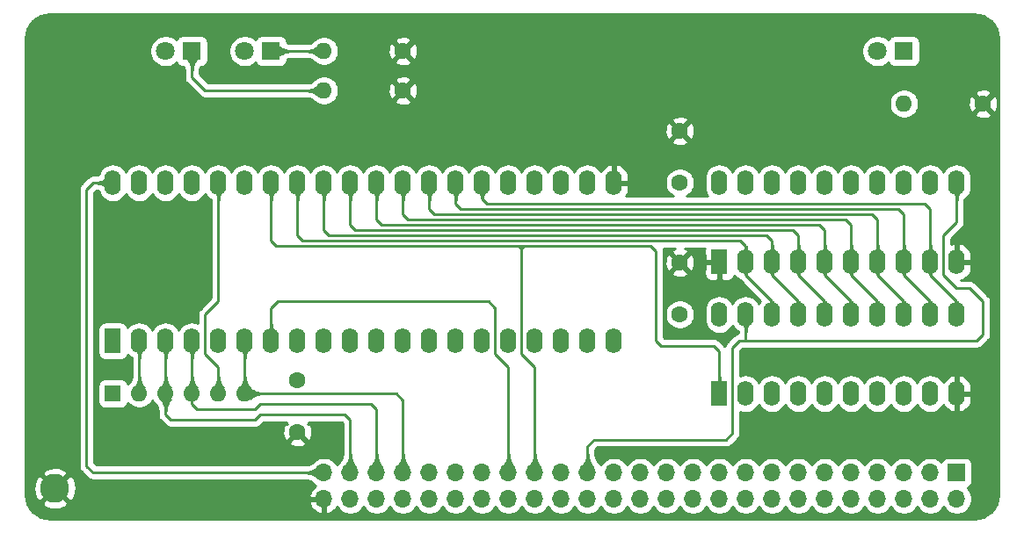
<source format=gbr>
%TF.GenerationSoftware,KiCad,Pcbnew,5.1.9*%
%TF.CreationDate,2020-12-27T17:49:40+01:00*%
%TF.ProjectId,CPU_65816_DIP40_V1.0,4350555f-3635-4383-9136-5f4449503430,1.0*%
%TF.SameCoordinates,Original*%
%TF.FileFunction,Copper,L2,Bot*%
%TF.FilePolarity,Positive*%
%FSLAX46Y46*%
G04 Gerber Fmt 4.6, Leading zero omitted, Abs format (unit mm)*
G04 Created by KiCad (PCBNEW 5.1.9) date 2020-12-27 17:49:40*
%MOMM*%
%LPD*%
G01*
G04 APERTURE LIST*
%TA.AperFunction,ComponentPad*%
%ADD10O,1.600000X2.400000*%
%TD*%
%TA.AperFunction,ComponentPad*%
%ADD11R,1.600000X2.400000*%
%TD*%
%TA.AperFunction,ComponentPad*%
%ADD12C,2.800000*%
%TD*%
%TA.AperFunction,ComponentPad*%
%ADD13O,1.600000X1.600000*%
%TD*%
%TA.AperFunction,ComponentPad*%
%ADD14R,1.600000X1.600000*%
%TD*%
%TA.AperFunction,ComponentPad*%
%ADD15C,1.600000*%
%TD*%
%TA.AperFunction,ComponentPad*%
%ADD16C,1.800000*%
%TD*%
%TA.AperFunction,ComponentPad*%
%ADD17R,1.800000X1.800000*%
%TD*%
%TA.AperFunction,ComponentPad*%
%ADD18O,1.700000X1.700000*%
%TD*%
%TA.AperFunction,ComponentPad*%
%ADD19R,1.700000X1.700000*%
%TD*%
%TA.AperFunction,Conductor*%
%ADD20C,0.228600*%
%TD*%
%TA.AperFunction,Conductor*%
%ADD21C,0.254000*%
%TD*%
%TA.AperFunction,Conductor*%
%ADD22C,0.100000*%
%TD*%
%TA.AperFunction,Conductor*%
%ADD23C,0.025400*%
%TD*%
G04 APERTURE END LIST*
D10*
%TO.P,U3,20*%
%TO.N,+5V*%
X147320000Y-79375000D03*
%TO.P,U3,10*%
%TO.N,GND*%
X170180000Y-86995000D03*
%TO.P,U3,19*%
%TO.N,/A16*%
X149860000Y-79375000D03*
%TO.P,U3,9*%
%TO.N,/AD7*%
X167640000Y-86995000D03*
%TO.P,U3,18*%
%TO.N,/A17*%
X152400000Y-79375000D03*
%TO.P,U3,8*%
%TO.N,/AD6*%
X165100000Y-86995000D03*
%TO.P,U3,17*%
%TO.N,/A18*%
X154940000Y-79375000D03*
%TO.P,U3,7*%
%TO.N,/AD5*%
X162560000Y-86995000D03*
%TO.P,U3,16*%
%TO.N,/A19*%
X157480000Y-79375000D03*
%TO.P,U3,6*%
%TO.N,/AD4*%
X160020000Y-86995000D03*
%TO.P,U3,15*%
%TO.N,/A20*%
X160020000Y-79375000D03*
%TO.P,U3,5*%
%TO.N,/AD3*%
X157480000Y-86995000D03*
%TO.P,U3,14*%
%TO.N,/A21*%
X162560000Y-79375000D03*
%TO.P,U3,4*%
%TO.N,/AD2*%
X154940000Y-86995000D03*
%TO.P,U3,13*%
%TO.N,/A22*%
X165100000Y-79375000D03*
%TO.P,U3,3*%
%TO.N,/AD1*%
X152400000Y-86995000D03*
%TO.P,U3,12*%
%TO.N,/A23*%
X167640000Y-79375000D03*
%TO.P,U3,2*%
%TO.N,/AD0*%
X149860000Y-86995000D03*
%TO.P,U3,11*%
%TO.N,/~PHI2*%
X170180000Y-79375000D03*
D11*
%TO.P,U3,1*%
%TO.N,GND*%
X147320000Y-86995000D03*
%TD*%
D10*
%TO.P,U2,20*%
%TO.N,+5V*%
X147320000Y-92075000D03*
%TO.P,U2,10*%
%TO.N,GND*%
X170180000Y-99695000D03*
%TO.P,U2,19*%
%TO.N,/~PHI2*%
X149860000Y-92075000D03*
%TO.P,U2,9*%
%TO.N,/D7*%
X167640000Y-99695000D03*
%TO.P,U2,18*%
%TO.N,/AD0*%
X152400000Y-92075000D03*
%TO.P,U2,8*%
%TO.N,/D6*%
X165100000Y-99695000D03*
%TO.P,U2,17*%
%TO.N,/AD1*%
X154940000Y-92075000D03*
%TO.P,U2,7*%
%TO.N,/D5*%
X162560000Y-99695000D03*
%TO.P,U2,16*%
%TO.N,/AD2*%
X157480000Y-92075000D03*
%TO.P,U2,6*%
%TO.N,/D4*%
X160020000Y-99695000D03*
%TO.P,U2,15*%
%TO.N,/AD3*%
X160020000Y-92075000D03*
%TO.P,U2,5*%
%TO.N,/D3*%
X157480000Y-99695000D03*
%TO.P,U2,14*%
%TO.N,/AD4*%
X162560000Y-92075000D03*
%TO.P,U2,4*%
%TO.N,/D2*%
X154940000Y-99695000D03*
%TO.P,U2,13*%
%TO.N,/AD5*%
X165100000Y-92075000D03*
%TO.P,U2,3*%
%TO.N,/D1*%
X152400000Y-99695000D03*
%TO.P,U2,12*%
%TO.N,/AD6*%
X167640000Y-92075000D03*
%TO.P,U2,2*%
%TO.N,/D0*%
X149860000Y-99695000D03*
%TO.P,U2,11*%
%TO.N,/AD7*%
X170180000Y-92075000D03*
D11*
%TO.P,U2,1*%
%TO.N,/R~W*%
X147320000Y-99695000D03*
%TD*%
D12*
%TO.P,TP1,1*%
%TO.N,GND*%
X83312000Y-108839000D03*
%TD*%
D10*
%TO.P,U1,40*%
%TO.N,/~RESET*%
X88900000Y-79375000D03*
%TO.P,U1,20*%
%TO.N,/A11*%
X137160000Y-94615000D03*
%TO.P,U1,39*%
%TO.N,/VDA*%
X91440000Y-79375000D03*
%TO.P,U1,19*%
%TO.N,/A10*%
X134620000Y-94615000D03*
%TO.P,U1,38*%
%TO.N,/MX*%
X93980000Y-79375000D03*
%TO.P,U1,18*%
%TO.N,/A9*%
X132080000Y-94615000D03*
%TO.P,U1,37*%
%TO.N,/PHI2*%
X96520000Y-79375000D03*
%TO.P,U1,17*%
%TO.N,/A8*%
X129540000Y-94615000D03*
%TO.P,U1,36*%
%TO.N,/BE*%
X99060000Y-79375000D03*
%TO.P,U1,16*%
%TO.N,/A7*%
X127000000Y-94615000D03*
%TO.P,U1,35*%
%TO.N,/Emu*%
X101600000Y-79375000D03*
%TO.P,U1,15*%
%TO.N,/A6*%
X124460000Y-94615000D03*
%TO.P,U1,34*%
%TO.N,/R~W*%
X104140000Y-79375000D03*
%TO.P,U1,14*%
%TO.N,/A5*%
X121920000Y-94615000D03*
%TO.P,U1,33*%
%TO.N,/AD0*%
X106680000Y-79375000D03*
%TO.P,U1,13*%
%TO.N,/A4*%
X119380000Y-94615000D03*
%TO.P,U1,32*%
%TO.N,/AD1*%
X109220000Y-79375000D03*
%TO.P,U1,12*%
%TO.N,/A3*%
X116840000Y-94615000D03*
%TO.P,U1,31*%
%TO.N,/AD2*%
X111760000Y-79375000D03*
%TO.P,U1,11*%
%TO.N,/A2*%
X114300000Y-94615000D03*
%TO.P,U1,30*%
%TO.N,/AD3*%
X114300000Y-79375000D03*
%TO.P,U1,10*%
%TO.N,/A1*%
X111760000Y-94615000D03*
%TO.P,U1,29*%
%TO.N,/AD4*%
X116840000Y-79375000D03*
%TO.P,U1,9*%
%TO.N,/A0*%
X109220000Y-94615000D03*
%TO.P,U1,28*%
%TO.N,/AD5*%
X119380000Y-79375000D03*
%TO.P,U1,8*%
%TO.N,+5V*%
X106680000Y-94615000D03*
%TO.P,U1,27*%
%TO.N,/AD6*%
X121920000Y-79375000D03*
%TO.P,U1,7*%
%TO.N,/VPA*%
X104140000Y-94615000D03*
%TO.P,U1,26*%
%TO.N,/AD7*%
X124460000Y-79375000D03*
%TO.P,U1,6*%
%TO.N,/~NMI*%
X101600000Y-94615000D03*
%TO.P,U1,25*%
%TO.N,/A15*%
X127000000Y-79375000D03*
%TO.P,U1,5*%
%TO.N,N/C*%
X99060000Y-94615000D03*
%TO.P,U1,24*%
%TO.N,/A14*%
X129540000Y-79375000D03*
%TO.P,U1,4*%
%TO.N,/~IRQ*%
X96520000Y-94615000D03*
%TO.P,U1,23*%
%TO.N,/A13*%
X132080000Y-79375000D03*
%TO.P,U1,3*%
%TO.N,/~ABORT*%
X93980000Y-94615000D03*
%TO.P,U1,22*%
%TO.N,/A12*%
X134620000Y-79375000D03*
%TO.P,U1,2*%
%TO.N,/READY*%
X91440000Y-94615000D03*
%TO.P,U1,21*%
%TO.N,GND*%
X137160000Y-79375000D03*
D11*
%TO.P,U1,1*%
%TO.N,N/C*%
X88900000Y-94615000D03*
%TD*%
D13*
%TO.P,RN1,6*%
%TO.N,/~NMI*%
X101600000Y-99695000D03*
%TO.P,RN1,5*%
%TO.N,/BE*%
X99060000Y-99695000D03*
%TO.P,RN1,4*%
%TO.N,/~IRQ*%
X96520000Y-99695000D03*
%TO.P,RN1,3*%
%TO.N,/~ABORT*%
X93980000Y-99695000D03*
%TO.P,RN1,2*%
%TO.N,/READY*%
X91440000Y-99695000D03*
D14*
%TO.P,RN1,1*%
%TO.N,+5V*%
X88900000Y-99695000D03*
%TD*%
D13*
%TO.P,R3,2*%
%TO.N,Net-(D3-Pad1)*%
X109220000Y-70485000D03*
D15*
%TO.P,R3,1*%
%TO.N,GND*%
X116840000Y-70485000D03*
%TD*%
D13*
%TO.P,R2,2*%
%TO.N,Net-(D2-Pad1)*%
X109220000Y-66675000D03*
D15*
%TO.P,R2,1*%
%TO.N,GND*%
X116840000Y-66675000D03*
%TD*%
D16*
%TO.P,D3,2*%
%TO.N,/MX*%
X93980000Y-66675000D03*
D17*
%TO.P,D3,1*%
%TO.N,Net-(D3-Pad1)*%
X96520000Y-66675000D03*
%TD*%
D16*
%TO.P,D2,2*%
%TO.N,/Emu*%
X101600000Y-66675000D03*
D17*
%TO.P,D2,1*%
%TO.N,Net-(D2-Pad1)*%
X104140000Y-66675000D03*
%TD*%
D15*
%TO.P,C3,2*%
%TO.N,GND*%
X143510000Y-74375000D03*
%TO.P,C3,1*%
%TO.N,+5V*%
X143510000Y-79375000D03*
%TD*%
%TO.P,C2,2*%
%TO.N,GND*%
X143510000Y-87075000D03*
%TO.P,C2,1*%
%TO.N,+5V*%
X143510000Y-92075000D03*
%TD*%
%TO.P,C1,2*%
%TO.N,GND*%
X106680000Y-103425000D03*
%TO.P,C1,1*%
%TO.N,+5V*%
X106680000Y-98425000D03*
%TD*%
D13*
%TO.P,R1,2*%
%TO.N,Net-(D1-Pad1)*%
X165100000Y-71755000D03*
D15*
%TO.P,R1,1*%
%TO.N,GND*%
X172720000Y-71755000D03*
%TD*%
D18*
%TO.P,J1,50*%
%TO.N,GND*%
X109220000Y-109855000D03*
%TO.P,J1,49*%
%TO.N,/~RESET*%
X109220000Y-107315000D03*
%TO.P,J1,48*%
%TO.N,/A0*%
X111760000Y-109855000D03*
%TO.P,J1,47*%
%TO.N,/~ABORT*%
X111760000Y-107315000D03*
%TO.P,J1,46*%
%TO.N,/A1*%
X114300000Y-109855000D03*
%TO.P,J1,45*%
%TO.N,/~IRQ*%
X114300000Y-107315000D03*
%TO.P,J1,44*%
%TO.N,/A2*%
X116840000Y-109855000D03*
%TO.P,J1,43*%
%TO.N,/~NMI*%
X116840000Y-107315000D03*
%TO.P,J1,42*%
%TO.N,/A3*%
X119380000Y-109855000D03*
%TO.P,J1,41*%
%TO.N,/BE*%
X119380000Y-107315000D03*
%TO.P,J1,40*%
%TO.N,/A4*%
X121920000Y-109855000D03*
%TO.P,J1,39*%
%TO.N,/READY*%
X121920000Y-107315000D03*
%TO.P,J1,38*%
%TO.N,/A5*%
X124460000Y-109855000D03*
%TO.P,J1,37*%
%TO.N,/VDA*%
X124460000Y-107315000D03*
%TO.P,J1,36*%
%TO.N,/A6*%
X127000000Y-109855000D03*
%TO.P,J1,35*%
%TO.N,/VPA*%
X127000000Y-107315000D03*
%TO.P,J1,34*%
%TO.N,/A7*%
X129540000Y-109855000D03*
%TO.P,J1,33*%
%TO.N,/R~W*%
X129540000Y-107315000D03*
%TO.P,J1,32*%
%TO.N,/A8*%
X132080000Y-109855000D03*
%TO.P,J1,31*%
%TO.N,/PHI2*%
X132080000Y-107315000D03*
%TO.P,J1,30*%
%TO.N,/A9*%
X134620000Y-109855000D03*
%TO.P,J1,29*%
%TO.N,/~PHI2*%
X134620000Y-107315000D03*
%TO.P,J1,28*%
%TO.N,/A10*%
X137160000Y-109855000D03*
%TO.P,J1,27*%
%TO.N,N/C*%
X137160000Y-107315000D03*
%TO.P,J1,26*%
%TO.N,/A11*%
X139700000Y-109855000D03*
%TO.P,J1,25*%
%TO.N,N/C*%
X139700000Y-107315000D03*
%TO.P,J1,24*%
%TO.N,/A12*%
X142240000Y-109855000D03*
%TO.P,J1,23*%
%TO.N,N/C*%
X142240000Y-107315000D03*
%TO.P,J1,22*%
%TO.N,/A13*%
X144780000Y-109855000D03*
%TO.P,J1,21*%
%TO.N,N/C*%
X144780000Y-107315000D03*
%TO.P,J1,20*%
%TO.N,/A14*%
X147320000Y-109855000D03*
%TO.P,J1,19*%
%TO.N,N/C*%
X147320000Y-107315000D03*
%TO.P,J1,18*%
%TO.N,/A15*%
X149860000Y-109855000D03*
%TO.P,J1,17*%
%TO.N,/D0*%
X149860000Y-107315000D03*
%TO.P,J1,16*%
%TO.N,/A16*%
X152400000Y-109855000D03*
%TO.P,J1,15*%
%TO.N,/D1*%
X152400000Y-107315000D03*
%TO.P,J1,14*%
%TO.N,/A17*%
X154940000Y-109855000D03*
%TO.P,J1,13*%
%TO.N,/D2*%
X154940000Y-107315000D03*
%TO.P,J1,12*%
%TO.N,/A18*%
X157480000Y-109855000D03*
%TO.P,J1,11*%
%TO.N,/D3*%
X157480000Y-107315000D03*
%TO.P,J1,10*%
%TO.N,/A19*%
X160020000Y-109855000D03*
%TO.P,J1,9*%
%TO.N,/D4*%
X160020000Y-107315000D03*
%TO.P,J1,8*%
%TO.N,/A20*%
X162560000Y-109855000D03*
%TO.P,J1,7*%
%TO.N,/D5*%
X162560000Y-107315000D03*
%TO.P,J1,6*%
%TO.N,/A21*%
X165100000Y-109855000D03*
%TO.P,J1,5*%
%TO.N,/D6*%
X165100000Y-107315000D03*
%TO.P,J1,4*%
%TO.N,/A22*%
X167640000Y-109855000D03*
%TO.P,J1,3*%
%TO.N,/D7*%
X167640000Y-107315000D03*
%TO.P,J1,2*%
%TO.N,/A23*%
X170180000Y-109855000D03*
D19*
%TO.P,J1,1*%
%TO.N,+5V*%
X170180000Y-107315000D03*
%TD*%
D16*
%TO.P,D1,2*%
%TO.N,+5V*%
X162560000Y-66675000D03*
D17*
%TO.P,D1,1*%
%TO.N,Net-(D1-Pad1)*%
X165100000Y-66675000D03*
%TD*%
D20*
%TO.N,/~RESET*%
X88900000Y-79375000D02*
X86995000Y-79375000D01*
X86995000Y-79375000D02*
X86360000Y-80010000D01*
X86360000Y-80010000D02*
X86360000Y-106680000D01*
X86360000Y-106680000D02*
X86995000Y-107315000D01*
X86995000Y-107315000D02*
X109220000Y-107315000D01*
%TO.N,/~NMI*%
X101600000Y-94615000D02*
X101600000Y-99695000D01*
X101600000Y-99695000D02*
X105410000Y-99695000D01*
X116205000Y-99695000D02*
X116840000Y-100330000D01*
X116840000Y-100330000D02*
X116840000Y-107315000D01*
X108204000Y-99695000D02*
X105410000Y-99695000D01*
X107950000Y-99695000D02*
X108204000Y-99695000D01*
X108204000Y-99695000D02*
X116205000Y-99695000D01*
%TO.N,/~IRQ*%
X96520000Y-94615000D02*
X96520000Y-99695000D01*
X102616000Y-101219000D02*
X97028000Y-101219000D01*
X103124000Y-100711000D02*
X102616000Y-101219000D01*
X113792000Y-100711000D02*
X103124000Y-100711000D01*
X114300000Y-101219000D02*
X113792000Y-100711000D01*
X114300000Y-107315000D02*
X114300000Y-101219000D01*
X97028000Y-101219000D02*
X96520000Y-100711000D01*
X96520000Y-99695000D02*
X96520000Y-100711000D01*
%TO.N,/~ABORT*%
X93980000Y-94615000D02*
X93980000Y-99695000D01*
X93980000Y-101727000D02*
X93980000Y-99695000D01*
X94488000Y-102235000D02*
X93980000Y-101727000D01*
X102616000Y-102235000D02*
X94488000Y-102235000D01*
X111252000Y-101727000D02*
X103124000Y-101727000D01*
X111760000Y-102235000D02*
X111252000Y-101727000D01*
X103124000Y-101727000D02*
X102616000Y-102235000D01*
X111760000Y-107315000D02*
X111760000Y-102235000D01*
%TO.N,/BE*%
X99060000Y-79375000D02*
X99060000Y-90805000D01*
X99060000Y-90805000D02*
X97790000Y-92075000D01*
X97790000Y-92075000D02*
X97790000Y-95885000D01*
X97790000Y-95885000D02*
X99060000Y-97155000D01*
X99060000Y-97155000D02*
X99060000Y-99695000D01*
%TO.N,/READY*%
X91440000Y-94615000D02*
X91440000Y-99695000D01*
%TO.N,/VPA*%
X127000000Y-97155000D02*
X127000000Y-107315000D01*
X125730000Y-91440000D02*
X125730000Y-95885000D01*
X125095000Y-90805000D02*
X125730000Y-91440000D01*
X104775000Y-90805000D02*
X125095000Y-90805000D01*
X125730000Y-95885000D02*
X127000000Y-97155000D01*
X104140000Y-91440000D02*
X104775000Y-90805000D01*
X104140000Y-94615000D02*
X104140000Y-91440000D01*
%TO.N,/R~W*%
X147320000Y-95631000D02*
X147320000Y-99695000D01*
X141732000Y-95123000D02*
X146812000Y-95123000D01*
X141224000Y-94615000D02*
X141732000Y-95123000D01*
X141224000Y-85979000D02*
X141224000Y-94615000D01*
X140716000Y-85471000D02*
X141224000Y-85979000D01*
X104140000Y-84963000D02*
X104648000Y-85471000D01*
X146812000Y-95123000D02*
X147320000Y-95631000D01*
X104140000Y-79375000D02*
X104140000Y-84963000D01*
X129540000Y-107315000D02*
X129540000Y-97155000D01*
X129540000Y-97155000D02*
X128270000Y-95885000D01*
X128270000Y-95885000D02*
X128270000Y-85725000D01*
X128270000Y-85725000D02*
X128524000Y-85471000D01*
X128524000Y-85471000D02*
X140716000Y-85471000D01*
X128270000Y-85725000D02*
X128016000Y-85471000D01*
X128016000Y-85471000D02*
X128524000Y-85471000D01*
X104648000Y-85471000D02*
X128016000Y-85471000D01*
%TO.N,/~PHI2*%
X134620000Y-107315000D02*
X134620000Y-104775000D01*
X134620000Y-104775000D02*
X135255000Y-104140000D01*
X135255000Y-104140000D02*
X147955000Y-104140000D01*
X147955000Y-104140000D02*
X148590000Y-103505000D01*
X149860000Y-93980000D02*
X149860000Y-92075000D01*
X149860000Y-94615000D02*
X149860000Y-93980000D01*
X149860000Y-94615000D02*
X149225000Y-94615000D01*
X148590000Y-95250000D02*
X149225000Y-94615000D01*
X148590000Y-103505000D02*
X148590000Y-95250000D01*
X172085000Y-94615000D02*
X149860000Y-94615000D01*
X171450000Y-89535000D02*
X172720000Y-90805000D01*
X170180000Y-89535000D02*
X171450000Y-89535000D01*
X168910000Y-88265000D02*
X170180000Y-89535000D01*
X172720000Y-93980000D02*
X172085000Y-94615000D01*
X168910000Y-84455000D02*
X168910000Y-88265000D01*
X170180000Y-83185000D02*
X168910000Y-84455000D01*
X172720000Y-90805000D02*
X172720000Y-93980000D01*
X170180000Y-79375000D02*
X170180000Y-83185000D01*
%TO.N,Net-(D2-Pad1)*%
X104140000Y-66675000D02*
X109220000Y-66675000D01*
%TO.N,Net-(D3-Pad1)*%
X109220000Y-70485000D02*
X97790000Y-70485000D01*
X96520000Y-69215000D02*
X96520000Y-66675000D01*
X97790000Y-70485000D02*
X96520000Y-69215000D01*
%TO.N,/AD0*%
X149860000Y-86995000D02*
X149860000Y-85471000D01*
X149860000Y-85471000D02*
X149352000Y-84963000D01*
X149352000Y-84963000D02*
X107188000Y-84963000D01*
X106680000Y-84455000D02*
X106680000Y-79375000D01*
X107188000Y-84963000D02*
X106680000Y-84455000D01*
X149860000Y-88265000D02*
X149860000Y-86995000D01*
X152400000Y-90805000D02*
X149860000Y-88265000D01*
X152400000Y-92075000D02*
X152400000Y-90805000D01*
%TO.N,/AD1*%
X154940000Y-92075000D02*
X154940000Y-90805000D01*
X152400000Y-88265000D02*
X152400000Y-86995000D01*
X154940000Y-90805000D02*
X152400000Y-88265000D01*
X109220000Y-79375000D02*
X109220000Y-83947000D01*
X109220000Y-83947000D02*
X109728000Y-84455000D01*
X109728000Y-84455000D02*
X151892000Y-84455000D01*
X152400000Y-84963000D02*
X152400000Y-86995000D01*
X151892000Y-84455000D02*
X152400000Y-84963000D01*
%TO.N,/AD2*%
X157480000Y-92075000D02*
X157480000Y-90805000D01*
X154940000Y-88265000D02*
X154940000Y-86995000D01*
X157480000Y-90805000D02*
X154940000Y-88265000D01*
X154940000Y-86995000D02*
X154940000Y-84455000D01*
X154940000Y-84455000D02*
X154432000Y-83947000D01*
X154432000Y-83947000D02*
X112268000Y-83947000D01*
X111760000Y-83439000D02*
X111760000Y-79375000D01*
X112268000Y-83947000D02*
X111760000Y-83439000D01*
%TO.N,/AD3*%
X160020000Y-92075000D02*
X160020000Y-90805000D01*
X157480000Y-88265000D02*
X157480000Y-86995000D01*
X160020000Y-90805000D02*
X157480000Y-88265000D01*
X114300000Y-79375000D02*
X114300000Y-82931000D01*
X114300000Y-82931000D02*
X114808000Y-83439000D01*
X114808000Y-83439000D02*
X156972000Y-83439000D01*
X157480000Y-83947000D02*
X157480000Y-86995000D01*
X156972000Y-83439000D02*
X157480000Y-83947000D01*
%TO.N,/AD4*%
X162560000Y-92075000D02*
X162560000Y-90805000D01*
X160020000Y-88265000D02*
X160020000Y-86995000D01*
X162560000Y-90805000D02*
X160020000Y-88265000D01*
X160020000Y-86995000D02*
X160020000Y-83439000D01*
X160020000Y-83439000D02*
X159512000Y-82931000D01*
X159512000Y-82931000D02*
X117348000Y-82931000D01*
X116840000Y-82423000D02*
X116840000Y-79375000D01*
X117348000Y-82931000D02*
X116840000Y-82423000D01*
%TO.N,/AD5*%
X165100000Y-92075000D02*
X165100000Y-90805000D01*
X162560000Y-88265000D02*
X162560000Y-86995000D01*
X165100000Y-90805000D02*
X162560000Y-88265000D01*
X119380000Y-79375000D02*
X119380000Y-81915000D01*
X119380000Y-81915000D02*
X119888000Y-82423000D01*
X119888000Y-82423000D02*
X162052000Y-82423000D01*
X162560000Y-82931000D02*
X162560000Y-86995000D01*
X162052000Y-82423000D02*
X162560000Y-82931000D01*
%TO.N,/AD6*%
X167640000Y-92075000D02*
X167640000Y-90805000D01*
X165100000Y-88265000D02*
X165100000Y-86995000D01*
X167640000Y-90805000D02*
X165100000Y-88265000D01*
X121920000Y-81407000D02*
X121920000Y-79375000D01*
X122428000Y-81915000D02*
X121920000Y-81407000D01*
X164592000Y-81915000D02*
X122428000Y-81915000D01*
X165100000Y-82423000D02*
X164592000Y-81915000D01*
X165100000Y-86995000D02*
X165100000Y-82423000D01*
%TO.N,/AD7*%
X170180000Y-92075000D02*
X170180000Y-90805000D01*
X167640000Y-88265000D02*
X167640000Y-86995000D01*
X170180000Y-90805000D02*
X167640000Y-88265000D01*
X167640000Y-81915000D02*
X167640000Y-86995000D01*
X167132000Y-81407000D02*
X167640000Y-81915000D01*
X124968000Y-81407000D02*
X167132000Y-81407000D01*
X124460000Y-80899000D02*
X124968000Y-81407000D01*
X124460000Y-79375000D02*
X124460000Y-80899000D01*
%TD*%
D21*
%TO.N,GND*%
X172293893Y-63162670D02*
X172730498Y-63294489D01*
X173133185Y-63508600D01*
X173486612Y-63796848D01*
X173777327Y-64148261D01*
X173994242Y-64549439D01*
X174129106Y-64985113D01*
X174180000Y-65469344D01*
X174180001Y-109422711D01*
X174132330Y-109908894D01*
X174000512Y-110345497D01*
X173786399Y-110748186D01*
X173498150Y-111101613D01*
X173146739Y-111392327D01*
X172745564Y-111609240D01*
X172309886Y-111744106D01*
X171825664Y-111795000D01*
X82872279Y-111795000D01*
X82386106Y-111747330D01*
X81949503Y-111615512D01*
X81546814Y-111401399D01*
X81193387Y-111113150D01*
X80902673Y-110761739D01*
X80685760Y-110360564D01*
X80654459Y-110259447D01*
X82071158Y-110259447D01*
X82215135Y-110564770D01*
X82572892Y-110745597D01*
X82959053Y-110853155D01*
X83358777Y-110883310D01*
X83756704Y-110834904D01*
X84137540Y-110709795D01*
X84408865Y-110564770D01*
X84552842Y-110259447D01*
X84505286Y-110211891D01*
X107778519Y-110211891D01*
X107875843Y-110486252D01*
X108024822Y-110736355D01*
X108219731Y-110952588D01*
X108453080Y-111126641D01*
X108715901Y-111251825D01*
X108863110Y-111296476D01*
X109093000Y-111175155D01*
X109093000Y-109982000D01*
X107899186Y-109982000D01*
X107778519Y-110211891D01*
X84505286Y-110211891D01*
X83312000Y-109018605D01*
X82071158Y-110259447D01*
X80654459Y-110259447D01*
X80550894Y-109924886D01*
X80500000Y-109440664D01*
X80500000Y-108885777D01*
X81267690Y-108885777D01*
X81316096Y-109283704D01*
X81441205Y-109664540D01*
X81586230Y-109935865D01*
X81891553Y-110079842D01*
X83132395Y-108839000D01*
X83491605Y-108839000D01*
X84732447Y-110079842D01*
X85037770Y-109935865D01*
X85218597Y-109578108D01*
X85326155Y-109191947D01*
X85356310Y-108792223D01*
X85307904Y-108394296D01*
X85182795Y-108013460D01*
X85037770Y-107742135D01*
X84732447Y-107598158D01*
X83491605Y-108839000D01*
X83132395Y-108839000D01*
X81891553Y-107598158D01*
X81586230Y-107742135D01*
X81405403Y-108099892D01*
X81297845Y-108486053D01*
X81267690Y-108885777D01*
X80500000Y-108885777D01*
X80500000Y-107418553D01*
X82071158Y-107418553D01*
X83312000Y-108659395D01*
X84552842Y-107418553D01*
X84408865Y-107113230D01*
X84051108Y-106932403D01*
X83664947Y-106824845D01*
X83265223Y-106794690D01*
X82867296Y-106843096D01*
X82486460Y-106968205D01*
X82215135Y-107113230D01*
X82071158Y-107418553D01*
X80500000Y-107418553D01*
X80500000Y-80010000D01*
X85607076Y-80010000D01*
X85610700Y-80046795D01*
X85610701Y-106643195D01*
X85607076Y-106680000D01*
X85610701Y-106716806D01*
X85621543Y-106826888D01*
X85634540Y-106869733D01*
X85664388Y-106968131D01*
X85733966Y-107098303D01*
X85804140Y-107183809D01*
X85827603Y-107212398D01*
X85856189Y-107235858D01*
X86439145Y-107818816D01*
X86462602Y-107847398D01*
X86491183Y-107870854D01*
X86491190Y-107870861D01*
X86576697Y-107941034D01*
X86706868Y-108010612D01*
X86848112Y-108053458D01*
X86958194Y-108064300D01*
X86958202Y-108064300D01*
X86995000Y-108067924D01*
X87031798Y-108064300D01*
X107432771Y-108064300D01*
X107535735Y-108067904D01*
X107621071Y-108077172D01*
X107700183Y-108091999D01*
X107773941Y-108112061D01*
X107843368Y-108137264D01*
X107909550Y-108167788D01*
X107973501Y-108204084D01*
X108036091Y-108246831D01*
X108097935Y-108296850D01*
X108169009Y-108364116D01*
X108273368Y-108468475D01*
X108449406Y-108586100D01*
X108219731Y-108757412D01*
X108024822Y-108973645D01*
X107875843Y-109223748D01*
X107778519Y-109498109D01*
X107899186Y-109728000D01*
X109093000Y-109728000D01*
X109093000Y-109708000D01*
X109347000Y-109708000D01*
X109347000Y-109728000D01*
X109367000Y-109728000D01*
X109367000Y-109982000D01*
X109347000Y-109982000D01*
X109347000Y-111175155D01*
X109576890Y-111296476D01*
X109724099Y-111251825D01*
X109986920Y-111126641D01*
X110220269Y-110952588D01*
X110415178Y-110736355D01*
X110484805Y-110619466D01*
X110606525Y-110801632D01*
X110813368Y-111008475D01*
X111056589Y-111170990D01*
X111326842Y-111282932D01*
X111613740Y-111340000D01*
X111906260Y-111340000D01*
X112193158Y-111282932D01*
X112463411Y-111170990D01*
X112706632Y-111008475D01*
X112913475Y-110801632D01*
X113030000Y-110627240D01*
X113146525Y-110801632D01*
X113353368Y-111008475D01*
X113596589Y-111170990D01*
X113866842Y-111282932D01*
X114153740Y-111340000D01*
X114446260Y-111340000D01*
X114733158Y-111282932D01*
X115003411Y-111170990D01*
X115246632Y-111008475D01*
X115453475Y-110801632D01*
X115570000Y-110627240D01*
X115686525Y-110801632D01*
X115893368Y-111008475D01*
X116136589Y-111170990D01*
X116406842Y-111282932D01*
X116693740Y-111340000D01*
X116986260Y-111340000D01*
X117273158Y-111282932D01*
X117543411Y-111170990D01*
X117786632Y-111008475D01*
X117993475Y-110801632D01*
X118110000Y-110627240D01*
X118226525Y-110801632D01*
X118433368Y-111008475D01*
X118676589Y-111170990D01*
X118946842Y-111282932D01*
X119233740Y-111340000D01*
X119526260Y-111340000D01*
X119813158Y-111282932D01*
X120083411Y-111170990D01*
X120326632Y-111008475D01*
X120533475Y-110801632D01*
X120650000Y-110627240D01*
X120766525Y-110801632D01*
X120973368Y-111008475D01*
X121216589Y-111170990D01*
X121486842Y-111282932D01*
X121773740Y-111340000D01*
X122066260Y-111340000D01*
X122353158Y-111282932D01*
X122623411Y-111170990D01*
X122866632Y-111008475D01*
X123073475Y-110801632D01*
X123190000Y-110627240D01*
X123306525Y-110801632D01*
X123513368Y-111008475D01*
X123756589Y-111170990D01*
X124026842Y-111282932D01*
X124313740Y-111340000D01*
X124606260Y-111340000D01*
X124893158Y-111282932D01*
X125163411Y-111170990D01*
X125406632Y-111008475D01*
X125613475Y-110801632D01*
X125730000Y-110627240D01*
X125846525Y-110801632D01*
X126053368Y-111008475D01*
X126296589Y-111170990D01*
X126566842Y-111282932D01*
X126853740Y-111340000D01*
X127146260Y-111340000D01*
X127433158Y-111282932D01*
X127703411Y-111170990D01*
X127946632Y-111008475D01*
X128153475Y-110801632D01*
X128270000Y-110627240D01*
X128386525Y-110801632D01*
X128593368Y-111008475D01*
X128836589Y-111170990D01*
X129106842Y-111282932D01*
X129393740Y-111340000D01*
X129686260Y-111340000D01*
X129973158Y-111282932D01*
X130243411Y-111170990D01*
X130486632Y-111008475D01*
X130693475Y-110801632D01*
X130810000Y-110627240D01*
X130926525Y-110801632D01*
X131133368Y-111008475D01*
X131376589Y-111170990D01*
X131646842Y-111282932D01*
X131933740Y-111340000D01*
X132226260Y-111340000D01*
X132513158Y-111282932D01*
X132783411Y-111170990D01*
X133026632Y-111008475D01*
X133233475Y-110801632D01*
X133350000Y-110627240D01*
X133466525Y-110801632D01*
X133673368Y-111008475D01*
X133916589Y-111170990D01*
X134186842Y-111282932D01*
X134473740Y-111340000D01*
X134766260Y-111340000D01*
X135053158Y-111282932D01*
X135323411Y-111170990D01*
X135566632Y-111008475D01*
X135773475Y-110801632D01*
X135890000Y-110627240D01*
X136006525Y-110801632D01*
X136213368Y-111008475D01*
X136456589Y-111170990D01*
X136726842Y-111282932D01*
X137013740Y-111340000D01*
X137306260Y-111340000D01*
X137593158Y-111282932D01*
X137863411Y-111170990D01*
X138106632Y-111008475D01*
X138313475Y-110801632D01*
X138430000Y-110627240D01*
X138546525Y-110801632D01*
X138753368Y-111008475D01*
X138996589Y-111170990D01*
X139266842Y-111282932D01*
X139553740Y-111340000D01*
X139846260Y-111340000D01*
X140133158Y-111282932D01*
X140403411Y-111170990D01*
X140646632Y-111008475D01*
X140853475Y-110801632D01*
X140970000Y-110627240D01*
X141086525Y-110801632D01*
X141293368Y-111008475D01*
X141536589Y-111170990D01*
X141806842Y-111282932D01*
X142093740Y-111340000D01*
X142386260Y-111340000D01*
X142673158Y-111282932D01*
X142943411Y-111170990D01*
X143186632Y-111008475D01*
X143393475Y-110801632D01*
X143510000Y-110627240D01*
X143626525Y-110801632D01*
X143833368Y-111008475D01*
X144076589Y-111170990D01*
X144346842Y-111282932D01*
X144633740Y-111340000D01*
X144926260Y-111340000D01*
X145213158Y-111282932D01*
X145483411Y-111170990D01*
X145726632Y-111008475D01*
X145933475Y-110801632D01*
X146050000Y-110627240D01*
X146166525Y-110801632D01*
X146373368Y-111008475D01*
X146616589Y-111170990D01*
X146886842Y-111282932D01*
X147173740Y-111340000D01*
X147466260Y-111340000D01*
X147753158Y-111282932D01*
X148023411Y-111170990D01*
X148266632Y-111008475D01*
X148473475Y-110801632D01*
X148590000Y-110627240D01*
X148706525Y-110801632D01*
X148913368Y-111008475D01*
X149156589Y-111170990D01*
X149426842Y-111282932D01*
X149713740Y-111340000D01*
X150006260Y-111340000D01*
X150293158Y-111282932D01*
X150563411Y-111170990D01*
X150806632Y-111008475D01*
X151013475Y-110801632D01*
X151130000Y-110627240D01*
X151246525Y-110801632D01*
X151453368Y-111008475D01*
X151696589Y-111170990D01*
X151966842Y-111282932D01*
X152253740Y-111340000D01*
X152546260Y-111340000D01*
X152833158Y-111282932D01*
X153103411Y-111170990D01*
X153346632Y-111008475D01*
X153553475Y-110801632D01*
X153670000Y-110627240D01*
X153786525Y-110801632D01*
X153993368Y-111008475D01*
X154236589Y-111170990D01*
X154506842Y-111282932D01*
X154793740Y-111340000D01*
X155086260Y-111340000D01*
X155373158Y-111282932D01*
X155643411Y-111170990D01*
X155886632Y-111008475D01*
X156093475Y-110801632D01*
X156210000Y-110627240D01*
X156326525Y-110801632D01*
X156533368Y-111008475D01*
X156776589Y-111170990D01*
X157046842Y-111282932D01*
X157333740Y-111340000D01*
X157626260Y-111340000D01*
X157913158Y-111282932D01*
X158183411Y-111170990D01*
X158426632Y-111008475D01*
X158633475Y-110801632D01*
X158750000Y-110627240D01*
X158866525Y-110801632D01*
X159073368Y-111008475D01*
X159316589Y-111170990D01*
X159586842Y-111282932D01*
X159873740Y-111340000D01*
X160166260Y-111340000D01*
X160453158Y-111282932D01*
X160723411Y-111170990D01*
X160966632Y-111008475D01*
X161173475Y-110801632D01*
X161290000Y-110627240D01*
X161406525Y-110801632D01*
X161613368Y-111008475D01*
X161856589Y-111170990D01*
X162126842Y-111282932D01*
X162413740Y-111340000D01*
X162706260Y-111340000D01*
X162993158Y-111282932D01*
X163263411Y-111170990D01*
X163506632Y-111008475D01*
X163713475Y-110801632D01*
X163830000Y-110627240D01*
X163946525Y-110801632D01*
X164153368Y-111008475D01*
X164396589Y-111170990D01*
X164666842Y-111282932D01*
X164953740Y-111340000D01*
X165246260Y-111340000D01*
X165533158Y-111282932D01*
X165803411Y-111170990D01*
X166046632Y-111008475D01*
X166253475Y-110801632D01*
X166370000Y-110627240D01*
X166486525Y-110801632D01*
X166693368Y-111008475D01*
X166936589Y-111170990D01*
X167206842Y-111282932D01*
X167493740Y-111340000D01*
X167786260Y-111340000D01*
X168073158Y-111282932D01*
X168343411Y-111170990D01*
X168586632Y-111008475D01*
X168793475Y-110801632D01*
X168910000Y-110627240D01*
X169026525Y-110801632D01*
X169233368Y-111008475D01*
X169476589Y-111170990D01*
X169746842Y-111282932D01*
X170033740Y-111340000D01*
X170326260Y-111340000D01*
X170613158Y-111282932D01*
X170883411Y-111170990D01*
X171126632Y-111008475D01*
X171333475Y-110801632D01*
X171495990Y-110558411D01*
X171607932Y-110288158D01*
X171665000Y-110001260D01*
X171665000Y-109708740D01*
X171607932Y-109421842D01*
X171495990Y-109151589D01*
X171333475Y-108908368D01*
X171201620Y-108776513D01*
X171274180Y-108754502D01*
X171384494Y-108695537D01*
X171481185Y-108616185D01*
X171560537Y-108519494D01*
X171619502Y-108409180D01*
X171655812Y-108289482D01*
X171668072Y-108165000D01*
X171668072Y-106465000D01*
X171655812Y-106340518D01*
X171619502Y-106220820D01*
X171560537Y-106110506D01*
X171481185Y-106013815D01*
X171384494Y-105934463D01*
X171274180Y-105875498D01*
X171154482Y-105839188D01*
X171030000Y-105826928D01*
X169330000Y-105826928D01*
X169205518Y-105839188D01*
X169085820Y-105875498D01*
X168975506Y-105934463D01*
X168878815Y-106013815D01*
X168799463Y-106110506D01*
X168740498Y-106220820D01*
X168718487Y-106293380D01*
X168586632Y-106161525D01*
X168343411Y-105999010D01*
X168073158Y-105887068D01*
X167786260Y-105830000D01*
X167493740Y-105830000D01*
X167206842Y-105887068D01*
X166936589Y-105999010D01*
X166693368Y-106161525D01*
X166486525Y-106368368D01*
X166370000Y-106542760D01*
X166253475Y-106368368D01*
X166046632Y-106161525D01*
X165803411Y-105999010D01*
X165533158Y-105887068D01*
X165246260Y-105830000D01*
X164953740Y-105830000D01*
X164666842Y-105887068D01*
X164396589Y-105999010D01*
X164153368Y-106161525D01*
X163946525Y-106368368D01*
X163830000Y-106542760D01*
X163713475Y-106368368D01*
X163506632Y-106161525D01*
X163263411Y-105999010D01*
X162993158Y-105887068D01*
X162706260Y-105830000D01*
X162413740Y-105830000D01*
X162126842Y-105887068D01*
X161856589Y-105999010D01*
X161613368Y-106161525D01*
X161406525Y-106368368D01*
X161290000Y-106542760D01*
X161173475Y-106368368D01*
X160966632Y-106161525D01*
X160723411Y-105999010D01*
X160453158Y-105887068D01*
X160166260Y-105830000D01*
X159873740Y-105830000D01*
X159586842Y-105887068D01*
X159316589Y-105999010D01*
X159073368Y-106161525D01*
X158866525Y-106368368D01*
X158750000Y-106542760D01*
X158633475Y-106368368D01*
X158426632Y-106161525D01*
X158183411Y-105999010D01*
X157913158Y-105887068D01*
X157626260Y-105830000D01*
X157333740Y-105830000D01*
X157046842Y-105887068D01*
X156776589Y-105999010D01*
X156533368Y-106161525D01*
X156326525Y-106368368D01*
X156210000Y-106542760D01*
X156093475Y-106368368D01*
X155886632Y-106161525D01*
X155643411Y-105999010D01*
X155373158Y-105887068D01*
X155086260Y-105830000D01*
X154793740Y-105830000D01*
X154506842Y-105887068D01*
X154236589Y-105999010D01*
X153993368Y-106161525D01*
X153786525Y-106368368D01*
X153670000Y-106542760D01*
X153553475Y-106368368D01*
X153346632Y-106161525D01*
X153103411Y-105999010D01*
X152833158Y-105887068D01*
X152546260Y-105830000D01*
X152253740Y-105830000D01*
X151966842Y-105887068D01*
X151696589Y-105999010D01*
X151453368Y-106161525D01*
X151246525Y-106368368D01*
X151130000Y-106542760D01*
X151013475Y-106368368D01*
X150806632Y-106161525D01*
X150563411Y-105999010D01*
X150293158Y-105887068D01*
X150006260Y-105830000D01*
X149713740Y-105830000D01*
X149426842Y-105887068D01*
X149156589Y-105999010D01*
X148913368Y-106161525D01*
X148706525Y-106368368D01*
X148590000Y-106542760D01*
X148473475Y-106368368D01*
X148266632Y-106161525D01*
X148023411Y-105999010D01*
X147753158Y-105887068D01*
X147466260Y-105830000D01*
X147173740Y-105830000D01*
X146886842Y-105887068D01*
X146616589Y-105999010D01*
X146373368Y-106161525D01*
X146166525Y-106368368D01*
X146050000Y-106542760D01*
X145933475Y-106368368D01*
X145726632Y-106161525D01*
X145483411Y-105999010D01*
X145213158Y-105887068D01*
X144926260Y-105830000D01*
X144633740Y-105830000D01*
X144346842Y-105887068D01*
X144076589Y-105999010D01*
X143833368Y-106161525D01*
X143626525Y-106368368D01*
X143510000Y-106542760D01*
X143393475Y-106368368D01*
X143186632Y-106161525D01*
X142943411Y-105999010D01*
X142673158Y-105887068D01*
X142386260Y-105830000D01*
X142093740Y-105830000D01*
X141806842Y-105887068D01*
X141536589Y-105999010D01*
X141293368Y-106161525D01*
X141086525Y-106368368D01*
X140970000Y-106542760D01*
X140853475Y-106368368D01*
X140646632Y-106161525D01*
X140403411Y-105999010D01*
X140133158Y-105887068D01*
X139846260Y-105830000D01*
X139553740Y-105830000D01*
X139266842Y-105887068D01*
X138996589Y-105999010D01*
X138753368Y-106161525D01*
X138546525Y-106368368D01*
X138430000Y-106542760D01*
X138313475Y-106368368D01*
X138106632Y-106161525D01*
X137863411Y-105999010D01*
X137593158Y-105887068D01*
X137306260Y-105830000D01*
X137013740Y-105830000D01*
X136726842Y-105887068D01*
X136456589Y-105999010D01*
X136213368Y-106161525D01*
X136006525Y-106368368D01*
X135890000Y-106542760D01*
X135773475Y-106368368D01*
X135669116Y-106264009D01*
X135601850Y-106192935D01*
X135551831Y-106131091D01*
X135509084Y-106068501D01*
X135472788Y-106004550D01*
X135442264Y-105938368D01*
X135417061Y-105868941D01*
X135396999Y-105795183D01*
X135382172Y-105716071D01*
X135372904Y-105630735D01*
X135369300Y-105527771D01*
X135369300Y-105085370D01*
X135565370Y-104889300D01*
X147918205Y-104889300D01*
X147955000Y-104892924D01*
X147991795Y-104889300D01*
X147991806Y-104889300D01*
X148101888Y-104878458D01*
X148243132Y-104835612D01*
X148373303Y-104766034D01*
X148487398Y-104672398D01*
X148510862Y-104643807D01*
X149093817Y-104060853D01*
X149122398Y-104037398D01*
X149145854Y-104008817D01*
X149145861Y-104008810D01*
X149216034Y-103923303D01*
X149285612Y-103793132D01*
X149328458Y-103651888D01*
X149330004Y-103636191D01*
X149339300Y-103541806D01*
X149339300Y-103541798D01*
X149342924Y-103505000D01*
X149339300Y-103468202D01*
X149339300Y-101436618D01*
X149578692Y-101509236D01*
X149860000Y-101536943D01*
X150141309Y-101509236D01*
X150411808Y-101427182D01*
X150661101Y-101293932D01*
X150879608Y-101114608D01*
X151058932Y-100896101D01*
X151130000Y-100763142D01*
X151201068Y-100896101D01*
X151380393Y-101114608D01*
X151598900Y-101293932D01*
X151848193Y-101427182D01*
X152118692Y-101509236D01*
X152400000Y-101536943D01*
X152681309Y-101509236D01*
X152951808Y-101427182D01*
X153201101Y-101293932D01*
X153419608Y-101114608D01*
X153598932Y-100896101D01*
X153670000Y-100763142D01*
X153741068Y-100896101D01*
X153920393Y-101114608D01*
X154138900Y-101293932D01*
X154388193Y-101427182D01*
X154658692Y-101509236D01*
X154940000Y-101536943D01*
X155221309Y-101509236D01*
X155491808Y-101427182D01*
X155741101Y-101293932D01*
X155959608Y-101114608D01*
X156138932Y-100896101D01*
X156210000Y-100763142D01*
X156281068Y-100896101D01*
X156460393Y-101114608D01*
X156678900Y-101293932D01*
X156928193Y-101427182D01*
X157198692Y-101509236D01*
X157480000Y-101536943D01*
X157761309Y-101509236D01*
X158031808Y-101427182D01*
X158281101Y-101293932D01*
X158499608Y-101114608D01*
X158678932Y-100896101D01*
X158750000Y-100763142D01*
X158821068Y-100896101D01*
X159000393Y-101114608D01*
X159218900Y-101293932D01*
X159468193Y-101427182D01*
X159738692Y-101509236D01*
X160020000Y-101536943D01*
X160301309Y-101509236D01*
X160571808Y-101427182D01*
X160821101Y-101293932D01*
X161039608Y-101114608D01*
X161218932Y-100896101D01*
X161290000Y-100763142D01*
X161361068Y-100896101D01*
X161540393Y-101114608D01*
X161758900Y-101293932D01*
X162008193Y-101427182D01*
X162278692Y-101509236D01*
X162560000Y-101536943D01*
X162841309Y-101509236D01*
X163111808Y-101427182D01*
X163361101Y-101293932D01*
X163579608Y-101114608D01*
X163758932Y-100896101D01*
X163830000Y-100763142D01*
X163901068Y-100896101D01*
X164080393Y-101114608D01*
X164298900Y-101293932D01*
X164548193Y-101427182D01*
X164818692Y-101509236D01*
X165100000Y-101536943D01*
X165381309Y-101509236D01*
X165651808Y-101427182D01*
X165901101Y-101293932D01*
X166119608Y-101114608D01*
X166298932Y-100896101D01*
X166370000Y-100763142D01*
X166441068Y-100896101D01*
X166620393Y-101114608D01*
X166838900Y-101293932D01*
X167088193Y-101427182D01*
X167358692Y-101509236D01*
X167640000Y-101536943D01*
X167921309Y-101509236D01*
X168191808Y-101427182D01*
X168441101Y-101293932D01*
X168659608Y-101114608D01*
X168838932Y-100896101D01*
X168907265Y-100768259D01*
X169057399Y-100997839D01*
X169255105Y-101199500D01*
X169488354Y-101358715D01*
X169748182Y-101469367D01*
X169830961Y-101486904D01*
X170053000Y-101364915D01*
X170053000Y-99822000D01*
X170307000Y-99822000D01*
X170307000Y-101364915D01*
X170529039Y-101486904D01*
X170611818Y-101469367D01*
X170871646Y-101358715D01*
X171104895Y-101199500D01*
X171302601Y-100997839D01*
X171457166Y-100761483D01*
X171562650Y-100499514D01*
X171615000Y-100222000D01*
X171615000Y-99822000D01*
X170307000Y-99822000D01*
X170053000Y-99822000D01*
X170033000Y-99822000D01*
X170033000Y-99568000D01*
X170053000Y-99568000D01*
X170053000Y-98025085D01*
X170307000Y-98025085D01*
X170307000Y-99568000D01*
X171615000Y-99568000D01*
X171615000Y-99168000D01*
X171562650Y-98890486D01*
X171457166Y-98628517D01*
X171302601Y-98392161D01*
X171104895Y-98190500D01*
X170871646Y-98031285D01*
X170611818Y-97920633D01*
X170529039Y-97903096D01*
X170307000Y-98025085D01*
X170053000Y-98025085D01*
X169830961Y-97903096D01*
X169748182Y-97920633D01*
X169488354Y-98031285D01*
X169255105Y-98190500D01*
X169057399Y-98392161D01*
X168907265Y-98621741D01*
X168838932Y-98493899D01*
X168659607Y-98275392D01*
X168441100Y-98096068D01*
X168191807Y-97962818D01*
X167921308Y-97880764D01*
X167640000Y-97853057D01*
X167358691Y-97880764D01*
X167088192Y-97962818D01*
X166838899Y-98096068D01*
X166620392Y-98275393D01*
X166441068Y-98493900D01*
X166370000Y-98626858D01*
X166298932Y-98493899D01*
X166119607Y-98275392D01*
X165901100Y-98096068D01*
X165651807Y-97962818D01*
X165381308Y-97880764D01*
X165100000Y-97853057D01*
X164818691Y-97880764D01*
X164548192Y-97962818D01*
X164298899Y-98096068D01*
X164080392Y-98275393D01*
X163901068Y-98493900D01*
X163830000Y-98626858D01*
X163758932Y-98493899D01*
X163579607Y-98275392D01*
X163361100Y-98096068D01*
X163111807Y-97962818D01*
X162841308Y-97880764D01*
X162560000Y-97853057D01*
X162278691Y-97880764D01*
X162008192Y-97962818D01*
X161758899Y-98096068D01*
X161540392Y-98275393D01*
X161361068Y-98493900D01*
X161290000Y-98626858D01*
X161218932Y-98493899D01*
X161039607Y-98275392D01*
X160821100Y-98096068D01*
X160571807Y-97962818D01*
X160301308Y-97880764D01*
X160020000Y-97853057D01*
X159738691Y-97880764D01*
X159468192Y-97962818D01*
X159218899Y-98096068D01*
X159000392Y-98275393D01*
X158821068Y-98493900D01*
X158750000Y-98626858D01*
X158678932Y-98493899D01*
X158499607Y-98275392D01*
X158281100Y-98096068D01*
X158031807Y-97962818D01*
X157761308Y-97880764D01*
X157480000Y-97853057D01*
X157198691Y-97880764D01*
X156928192Y-97962818D01*
X156678899Y-98096068D01*
X156460392Y-98275393D01*
X156281068Y-98493900D01*
X156210000Y-98626858D01*
X156138932Y-98493899D01*
X155959607Y-98275392D01*
X155741100Y-98096068D01*
X155491807Y-97962818D01*
X155221308Y-97880764D01*
X154940000Y-97853057D01*
X154658691Y-97880764D01*
X154388192Y-97962818D01*
X154138899Y-98096068D01*
X153920392Y-98275393D01*
X153741068Y-98493900D01*
X153670000Y-98626858D01*
X153598932Y-98493899D01*
X153419607Y-98275392D01*
X153201100Y-98096068D01*
X152951807Y-97962818D01*
X152681308Y-97880764D01*
X152400000Y-97853057D01*
X152118691Y-97880764D01*
X151848192Y-97962818D01*
X151598899Y-98096068D01*
X151380392Y-98275393D01*
X151201068Y-98493900D01*
X151130000Y-98626858D01*
X151058932Y-98493899D01*
X150879607Y-98275392D01*
X150661100Y-98096068D01*
X150411807Y-97962818D01*
X150141308Y-97880764D01*
X149860000Y-97853057D01*
X149578691Y-97880764D01*
X149339300Y-97953382D01*
X149339300Y-95560370D01*
X149535370Y-95364300D01*
X149823194Y-95364300D01*
X149860000Y-95367925D01*
X149896806Y-95364300D01*
X172048205Y-95364300D01*
X172085000Y-95367924D01*
X172121795Y-95364300D01*
X172121806Y-95364300D01*
X172231888Y-95353458D01*
X172373132Y-95310612D01*
X172503303Y-95241034D01*
X172617398Y-95147398D01*
X172640862Y-95118807D01*
X173223816Y-94535855D01*
X173252398Y-94512398D01*
X173275854Y-94483817D01*
X173275861Y-94483810D01*
X173346034Y-94398303D01*
X173415612Y-94268132D01*
X173458458Y-94126888D01*
X173460963Y-94101451D01*
X173469300Y-94016806D01*
X173469300Y-94016798D01*
X173472924Y-93980000D01*
X173469300Y-93943202D01*
X173469300Y-90841795D01*
X173472924Y-90804999D01*
X173469300Y-90768203D01*
X173469300Y-90768194D01*
X173458458Y-90658112D01*
X173415612Y-90516868D01*
X173381053Y-90452213D01*
X173346034Y-90386696D01*
X173275860Y-90301190D01*
X173275858Y-90301188D01*
X173252398Y-90272602D01*
X173223812Y-90249142D01*
X172005863Y-89031194D01*
X171982398Y-89002602D01*
X171868303Y-88908966D01*
X171738132Y-88839388D01*
X171596888Y-88796542D01*
X171486806Y-88785700D01*
X171486795Y-88785700D01*
X171450000Y-88782076D01*
X171413205Y-88785700D01*
X170534722Y-88785700D01*
X170611818Y-88769367D01*
X170871646Y-88658715D01*
X171104895Y-88499500D01*
X171302601Y-88297839D01*
X171457166Y-88061483D01*
X171562650Y-87799514D01*
X171615000Y-87522000D01*
X171615000Y-87122000D01*
X170307000Y-87122000D01*
X170307000Y-87142000D01*
X170053000Y-87142000D01*
X170053000Y-87122000D01*
X170033000Y-87122000D01*
X170033000Y-86868000D01*
X170053000Y-86868000D01*
X170053000Y-85325085D01*
X170307000Y-85325085D01*
X170307000Y-86868000D01*
X171615000Y-86868000D01*
X171615000Y-86468000D01*
X171562650Y-86190486D01*
X171457166Y-85928517D01*
X171302601Y-85692161D01*
X171104895Y-85490500D01*
X170871646Y-85331285D01*
X170611818Y-85220633D01*
X170529039Y-85203096D01*
X170307000Y-85325085D01*
X170053000Y-85325085D01*
X169830961Y-85203096D01*
X169748182Y-85220633D01*
X169659300Y-85258485D01*
X169659300Y-84765369D01*
X170683811Y-83740859D01*
X170712398Y-83717398D01*
X170751742Y-83669458D01*
X170806034Y-83603304D01*
X170868274Y-83486860D01*
X170875612Y-83473132D01*
X170918458Y-83331888D01*
X170929300Y-83221806D01*
X170929300Y-83221797D01*
X170932924Y-83185001D01*
X170929300Y-83148205D01*
X170929300Y-81041533D01*
X170930723Y-81000860D01*
X170981101Y-80973932D01*
X171199608Y-80794608D01*
X171378932Y-80576101D01*
X171512182Y-80326808D01*
X171594236Y-80056309D01*
X171615000Y-79845491D01*
X171615000Y-78904508D01*
X171594236Y-78693691D01*
X171512182Y-78423192D01*
X171378932Y-78173899D01*
X171199607Y-77955392D01*
X170981100Y-77776068D01*
X170731807Y-77642818D01*
X170461308Y-77560764D01*
X170180000Y-77533057D01*
X169898691Y-77560764D01*
X169628192Y-77642818D01*
X169378899Y-77776068D01*
X169160392Y-77955393D01*
X168981068Y-78173900D01*
X168910000Y-78306858D01*
X168838932Y-78173899D01*
X168659607Y-77955392D01*
X168441100Y-77776068D01*
X168191807Y-77642818D01*
X167921308Y-77560764D01*
X167640000Y-77533057D01*
X167358691Y-77560764D01*
X167088192Y-77642818D01*
X166838899Y-77776068D01*
X166620392Y-77955393D01*
X166441068Y-78173900D01*
X166370000Y-78306858D01*
X166298932Y-78173899D01*
X166119607Y-77955392D01*
X165901100Y-77776068D01*
X165651807Y-77642818D01*
X165381308Y-77560764D01*
X165100000Y-77533057D01*
X164818691Y-77560764D01*
X164548192Y-77642818D01*
X164298899Y-77776068D01*
X164080392Y-77955393D01*
X163901068Y-78173900D01*
X163830000Y-78306858D01*
X163758932Y-78173899D01*
X163579607Y-77955392D01*
X163361100Y-77776068D01*
X163111807Y-77642818D01*
X162841308Y-77560764D01*
X162560000Y-77533057D01*
X162278691Y-77560764D01*
X162008192Y-77642818D01*
X161758899Y-77776068D01*
X161540392Y-77955393D01*
X161361068Y-78173900D01*
X161290000Y-78306858D01*
X161218932Y-78173899D01*
X161039607Y-77955392D01*
X160821100Y-77776068D01*
X160571807Y-77642818D01*
X160301308Y-77560764D01*
X160020000Y-77533057D01*
X159738691Y-77560764D01*
X159468192Y-77642818D01*
X159218899Y-77776068D01*
X159000392Y-77955393D01*
X158821068Y-78173900D01*
X158750000Y-78306858D01*
X158678932Y-78173899D01*
X158499607Y-77955392D01*
X158281100Y-77776068D01*
X158031807Y-77642818D01*
X157761308Y-77560764D01*
X157480000Y-77533057D01*
X157198691Y-77560764D01*
X156928192Y-77642818D01*
X156678899Y-77776068D01*
X156460392Y-77955393D01*
X156281068Y-78173900D01*
X156210000Y-78306858D01*
X156138932Y-78173899D01*
X155959607Y-77955392D01*
X155741100Y-77776068D01*
X155491807Y-77642818D01*
X155221308Y-77560764D01*
X154940000Y-77533057D01*
X154658691Y-77560764D01*
X154388192Y-77642818D01*
X154138899Y-77776068D01*
X153920392Y-77955393D01*
X153741068Y-78173900D01*
X153670000Y-78306858D01*
X153598932Y-78173899D01*
X153419607Y-77955392D01*
X153201100Y-77776068D01*
X152951807Y-77642818D01*
X152681308Y-77560764D01*
X152400000Y-77533057D01*
X152118691Y-77560764D01*
X151848192Y-77642818D01*
X151598899Y-77776068D01*
X151380392Y-77955393D01*
X151201068Y-78173900D01*
X151130000Y-78306858D01*
X151058932Y-78173899D01*
X150879607Y-77955392D01*
X150661100Y-77776068D01*
X150411807Y-77642818D01*
X150141308Y-77560764D01*
X149860000Y-77533057D01*
X149578691Y-77560764D01*
X149308192Y-77642818D01*
X149058899Y-77776068D01*
X148840392Y-77955393D01*
X148661068Y-78173900D01*
X148590000Y-78306858D01*
X148518932Y-78173899D01*
X148339607Y-77955392D01*
X148121100Y-77776068D01*
X147871807Y-77642818D01*
X147601308Y-77560764D01*
X147320000Y-77533057D01*
X147038691Y-77560764D01*
X146768192Y-77642818D01*
X146518899Y-77776068D01*
X146300392Y-77955393D01*
X146121068Y-78173900D01*
X145987818Y-78423193D01*
X145905764Y-78693692D01*
X145885000Y-78904509D01*
X145885000Y-79845492D01*
X145905764Y-80056309D01*
X145987818Y-80326808D01*
X146121068Y-80576101D01*
X146188035Y-80657700D01*
X144163122Y-80657700D01*
X144189727Y-80646680D01*
X144424759Y-80489637D01*
X144624637Y-80289759D01*
X144781680Y-80054727D01*
X144889853Y-79793574D01*
X144945000Y-79516335D01*
X144945000Y-79233665D01*
X144889853Y-78956426D01*
X144781680Y-78695273D01*
X144624637Y-78460241D01*
X144424759Y-78260363D01*
X144189727Y-78103320D01*
X143928574Y-77995147D01*
X143651335Y-77940000D01*
X143368665Y-77940000D01*
X143091426Y-77995147D01*
X142830273Y-78103320D01*
X142595241Y-78260363D01*
X142395363Y-78460241D01*
X142238320Y-78695273D01*
X142130147Y-78956426D01*
X142075000Y-79233665D01*
X142075000Y-79516335D01*
X142130147Y-79793574D01*
X142238320Y-80054727D01*
X142395363Y-80289759D01*
X142595241Y-80489637D01*
X142830273Y-80646680D01*
X142856878Y-80657700D01*
X138295771Y-80657700D01*
X138437166Y-80441483D01*
X138542650Y-80179514D01*
X138595000Y-79902000D01*
X138595000Y-79502000D01*
X137287000Y-79502000D01*
X137287000Y-79522000D01*
X137033000Y-79522000D01*
X137033000Y-79502000D01*
X137013000Y-79502000D01*
X137013000Y-79248000D01*
X137033000Y-79248000D01*
X137033000Y-77705085D01*
X137287000Y-77705085D01*
X137287000Y-79248000D01*
X138595000Y-79248000D01*
X138595000Y-78848000D01*
X138542650Y-78570486D01*
X138437166Y-78308517D01*
X138282601Y-78072161D01*
X138084895Y-77870500D01*
X137851646Y-77711285D01*
X137591818Y-77600633D01*
X137509039Y-77583096D01*
X137287000Y-77705085D01*
X137033000Y-77705085D01*
X136810961Y-77583096D01*
X136728182Y-77600633D01*
X136468354Y-77711285D01*
X136235105Y-77870500D01*
X136037399Y-78072161D01*
X135887265Y-78301741D01*
X135818932Y-78173899D01*
X135639607Y-77955392D01*
X135421100Y-77776068D01*
X135171807Y-77642818D01*
X134901308Y-77560764D01*
X134620000Y-77533057D01*
X134338691Y-77560764D01*
X134068192Y-77642818D01*
X133818899Y-77776068D01*
X133600392Y-77955393D01*
X133421068Y-78173900D01*
X133350000Y-78306858D01*
X133278932Y-78173899D01*
X133099607Y-77955392D01*
X132881100Y-77776068D01*
X132631807Y-77642818D01*
X132361308Y-77560764D01*
X132080000Y-77533057D01*
X131798691Y-77560764D01*
X131528192Y-77642818D01*
X131278899Y-77776068D01*
X131060392Y-77955393D01*
X130881068Y-78173900D01*
X130810000Y-78306858D01*
X130738932Y-78173899D01*
X130559607Y-77955392D01*
X130341100Y-77776068D01*
X130091807Y-77642818D01*
X129821308Y-77560764D01*
X129540000Y-77533057D01*
X129258691Y-77560764D01*
X128988192Y-77642818D01*
X128738899Y-77776068D01*
X128520392Y-77955393D01*
X128341068Y-78173900D01*
X128270000Y-78306858D01*
X128198932Y-78173899D01*
X128019607Y-77955392D01*
X127801100Y-77776068D01*
X127551807Y-77642818D01*
X127281308Y-77560764D01*
X127000000Y-77533057D01*
X126718691Y-77560764D01*
X126448192Y-77642818D01*
X126198899Y-77776068D01*
X125980392Y-77955393D01*
X125801068Y-78173900D01*
X125730000Y-78306858D01*
X125658932Y-78173899D01*
X125479607Y-77955392D01*
X125261100Y-77776068D01*
X125011807Y-77642818D01*
X124741308Y-77560764D01*
X124460000Y-77533057D01*
X124178691Y-77560764D01*
X123908192Y-77642818D01*
X123658899Y-77776068D01*
X123440392Y-77955393D01*
X123261068Y-78173900D01*
X123190000Y-78306858D01*
X123118932Y-78173899D01*
X122939607Y-77955392D01*
X122721100Y-77776068D01*
X122471807Y-77642818D01*
X122201308Y-77560764D01*
X121920000Y-77533057D01*
X121638691Y-77560764D01*
X121368192Y-77642818D01*
X121118899Y-77776068D01*
X120900392Y-77955393D01*
X120721068Y-78173900D01*
X120650000Y-78306858D01*
X120578932Y-78173899D01*
X120399607Y-77955392D01*
X120181100Y-77776068D01*
X119931807Y-77642818D01*
X119661308Y-77560764D01*
X119380000Y-77533057D01*
X119098691Y-77560764D01*
X118828192Y-77642818D01*
X118578899Y-77776068D01*
X118360392Y-77955393D01*
X118181068Y-78173900D01*
X118110000Y-78306858D01*
X118038932Y-78173899D01*
X117859607Y-77955392D01*
X117641100Y-77776068D01*
X117391807Y-77642818D01*
X117121308Y-77560764D01*
X116840000Y-77533057D01*
X116558691Y-77560764D01*
X116288192Y-77642818D01*
X116038899Y-77776068D01*
X115820392Y-77955393D01*
X115641068Y-78173900D01*
X115570000Y-78306858D01*
X115498932Y-78173899D01*
X115319607Y-77955392D01*
X115101100Y-77776068D01*
X114851807Y-77642818D01*
X114581308Y-77560764D01*
X114300000Y-77533057D01*
X114018691Y-77560764D01*
X113748192Y-77642818D01*
X113498899Y-77776068D01*
X113280392Y-77955393D01*
X113101068Y-78173900D01*
X113030000Y-78306858D01*
X112958932Y-78173899D01*
X112779607Y-77955392D01*
X112561100Y-77776068D01*
X112311807Y-77642818D01*
X112041308Y-77560764D01*
X111760000Y-77533057D01*
X111478691Y-77560764D01*
X111208192Y-77642818D01*
X110958899Y-77776068D01*
X110740392Y-77955393D01*
X110561068Y-78173900D01*
X110490000Y-78306858D01*
X110418932Y-78173899D01*
X110239607Y-77955392D01*
X110021100Y-77776068D01*
X109771807Y-77642818D01*
X109501308Y-77560764D01*
X109220000Y-77533057D01*
X108938691Y-77560764D01*
X108668192Y-77642818D01*
X108418899Y-77776068D01*
X108200392Y-77955393D01*
X108021068Y-78173900D01*
X107950000Y-78306858D01*
X107878932Y-78173899D01*
X107699607Y-77955392D01*
X107481100Y-77776068D01*
X107231807Y-77642818D01*
X106961308Y-77560764D01*
X106680000Y-77533057D01*
X106398691Y-77560764D01*
X106128192Y-77642818D01*
X105878899Y-77776068D01*
X105660392Y-77955393D01*
X105481068Y-78173900D01*
X105410000Y-78306858D01*
X105338932Y-78173899D01*
X105159607Y-77955392D01*
X104941100Y-77776068D01*
X104691807Y-77642818D01*
X104421308Y-77560764D01*
X104140000Y-77533057D01*
X103858691Y-77560764D01*
X103588192Y-77642818D01*
X103338899Y-77776068D01*
X103120392Y-77955393D01*
X102941068Y-78173900D01*
X102870000Y-78306858D01*
X102798932Y-78173899D01*
X102619607Y-77955392D01*
X102401100Y-77776068D01*
X102151807Y-77642818D01*
X101881308Y-77560764D01*
X101600000Y-77533057D01*
X101318691Y-77560764D01*
X101048192Y-77642818D01*
X100798899Y-77776068D01*
X100580392Y-77955393D01*
X100401068Y-78173900D01*
X100330000Y-78306858D01*
X100258932Y-78173899D01*
X100079607Y-77955392D01*
X99861100Y-77776068D01*
X99611807Y-77642818D01*
X99341308Y-77560764D01*
X99060000Y-77533057D01*
X98778691Y-77560764D01*
X98508192Y-77642818D01*
X98258899Y-77776068D01*
X98040392Y-77955393D01*
X97861068Y-78173900D01*
X97790000Y-78306858D01*
X97718932Y-78173899D01*
X97539607Y-77955392D01*
X97321100Y-77776068D01*
X97071807Y-77642818D01*
X96801308Y-77560764D01*
X96520000Y-77533057D01*
X96238691Y-77560764D01*
X95968192Y-77642818D01*
X95718899Y-77776068D01*
X95500392Y-77955393D01*
X95321068Y-78173900D01*
X95250000Y-78306858D01*
X95178932Y-78173899D01*
X94999607Y-77955392D01*
X94781100Y-77776068D01*
X94531807Y-77642818D01*
X94261308Y-77560764D01*
X93980000Y-77533057D01*
X93698691Y-77560764D01*
X93428192Y-77642818D01*
X93178899Y-77776068D01*
X92960392Y-77955393D01*
X92781068Y-78173900D01*
X92710000Y-78306858D01*
X92638932Y-78173899D01*
X92459607Y-77955392D01*
X92241100Y-77776068D01*
X91991807Y-77642818D01*
X91721308Y-77560764D01*
X91440000Y-77533057D01*
X91158691Y-77560764D01*
X90888192Y-77642818D01*
X90638899Y-77776068D01*
X90420392Y-77955393D01*
X90241068Y-78173900D01*
X90170000Y-78306858D01*
X90098932Y-78173899D01*
X89919607Y-77955392D01*
X89701100Y-77776068D01*
X89451807Y-77642818D01*
X89181308Y-77560764D01*
X88900000Y-77533057D01*
X88618691Y-77560764D01*
X88348192Y-77642818D01*
X88098899Y-77776068D01*
X87880392Y-77955393D01*
X87701068Y-78173900D01*
X87567818Y-78423193D01*
X87517601Y-78588737D01*
X87471962Y-78601149D01*
X87402173Y-78614226D01*
X87326480Y-78622445D01*
X87233486Y-78625700D01*
X87031798Y-78625700D01*
X86995000Y-78622076D01*
X86958202Y-78625700D01*
X86958194Y-78625700D01*
X86848112Y-78636542D01*
X86706868Y-78679388D01*
X86576697Y-78748966D01*
X86491190Y-78819139D01*
X86491183Y-78819146D01*
X86462602Y-78842602D01*
X86439145Y-78871184D01*
X85856193Y-79454138D01*
X85827602Y-79477602D01*
X85783412Y-79531447D01*
X85733966Y-79591697D01*
X85682889Y-79687256D01*
X85664388Y-79721869D01*
X85621542Y-79863113D01*
X85610700Y-79973195D01*
X85610700Y-79973205D01*
X85607076Y-80010000D01*
X80500000Y-80010000D01*
X80500000Y-75367702D01*
X142696903Y-75367702D01*
X142768486Y-75611671D01*
X143023996Y-75732571D01*
X143298184Y-75801300D01*
X143580512Y-75815217D01*
X143860130Y-75773787D01*
X144126292Y-75678603D01*
X144251514Y-75611671D01*
X144323097Y-75367702D01*
X143510000Y-74554605D01*
X142696903Y-75367702D01*
X80500000Y-75367702D01*
X80500000Y-74445512D01*
X142069783Y-74445512D01*
X142111213Y-74725130D01*
X142206397Y-74991292D01*
X142273329Y-75116514D01*
X142517298Y-75188097D01*
X143330395Y-74375000D01*
X143689605Y-74375000D01*
X144502702Y-75188097D01*
X144746671Y-75116514D01*
X144867571Y-74861004D01*
X144936300Y-74586816D01*
X144950217Y-74304488D01*
X144908787Y-74024870D01*
X144813603Y-73758708D01*
X144746671Y-73633486D01*
X144502702Y-73561903D01*
X143689605Y-74375000D01*
X143330395Y-74375000D01*
X142517298Y-73561903D01*
X142273329Y-73633486D01*
X142152429Y-73888996D01*
X142083700Y-74163184D01*
X142069783Y-74445512D01*
X80500000Y-74445512D01*
X80500000Y-73382298D01*
X142696903Y-73382298D01*
X143510000Y-74195395D01*
X144323097Y-73382298D01*
X144251514Y-73138329D01*
X143996004Y-73017429D01*
X143721816Y-72948700D01*
X143439488Y-72934783D01*
X143159870Y-72976213D01*
X142893708Y-73071397D01*
X142768486Y-73138329D01*
X142696903Y-73382298D01*
X80500000Y-73382298D01*
X80500000Y-66523816D01*
X92445000Y-66523816D01*
X92445000Y-66826184D01*
X92503989Y-67122743D01*
X92619701Y-67402095D01*
X92787688Y-67653505D01*
X93001495Y-67867312D01*
X93252905Y-68035299D01*
X93532257Y-68151011D01*
X93828816Y-68210000D01*
X94131184Y-68210000D01*
X94427743Y-68151011D01*
X94707095Y-68035299D01*
X94958505Y-67867312D01*
X95024944Y-67800873D01*
X95030498Y-67819180D01*
X95089463Y-67929494D01*
X95168815Y-68026185D01*
X95265506Y-68105537D01*
X95375820Y-68164502D01*
X95495518Y-68200812D01*
X95620000Y-68213072D01*
X95719854Y-68213072D01*
X95739856Y-68286604D01*
X95756429Y-68375025D01*
X95766746Y-68470004D01*
X95770700Y-68582951D01*
X95770700Y-69178204D01*
X95767076Y-69215000D01*
X95770700Y-69251795D01*
X95770700Y-69251805D01*
X95781542Y-69361887D01*
X95812456Y-69463797D01*
X95824388Y-69503131D01*
X95893966Y-69633303D01*
X95925645Y-69671903D01*
X95987602Y-69747398D01*
X96016194Y-69770863D01*
X97234141Y-70988811D01*
X97257602Y-71017398D01*
X97286188Y-71040858D01*
X97286190Y-71040860D01*
X97371696Y-71111034D01*
X97423471Y-71138708D01*
X97501868Y-71180612D01*
X97643112Y-71223458D01*
X97753194Y-71234300D01*
X97753203Y-71234300D01*
X97789999Y-71237924D01*
X97826795Y-71234300D01*
X107553466Y-71234300D01*
X107646493Y-71237555D01*
X107722173Y-71245773D01*
X107791962Y-71258850D01*
X107856736Y-71276466D01*
X107917506Y-71298524D01*
X107975348Y-71325200D01*
X108031278Y-71356940D01*
X108086187Y-71394440D01*
X108140677Y-71438509D01*
X108204793Y-71499189D01*
X108305241Y-71599637D01*
X108540273Y-71756680D01*
X108801426Y-71864853D01*
X109078665Y-71920000D01*
X109361335Y-71920000D01*
X109638574Y-71864853D01*
X109899727Y-71756680D01*
X110134759Y-71599637D01*
X110256694Y-71477702D01*
X116026903Y-71477702D01*
X116098486Y-71721671D01*
X116353996Y-71842571D01*
X116628184Y-71911300D01*
X116910512Y-71925217D01*
X117190130Y-71883787D01*
X117456292Y-71788603D01*
X117581514Y-71721671D01*
X117613204Y-71613665D01*
X163665000Y-71613665D01*
X163665000Y-71896335D01*
X163720147Y-72173574D01*
X163828320Y-72434727D01*
X163985363Y-72669759D01*
X164185241Y-72869637D01*
X164420273Y-73026680D01*
X164681426Y-73134853D01*
X164958665Y-73190000D01*
X165241335Y-73190000D01*
X165518574Y-73134853D01*
X165779727Y-73026680D01*
X166014759Y-72869637D01*
X166136694Y-72747702D01*
X171906903Y-72747702D01*
X171978486Y-72991671D01*
X172233996Y-73112571D01*
X172508184Y-73181300D01*
X172790512Y-73195217D01*
X173070130Y-73153787D01*
X173336292Y-73058603D01*
X173461514Y-72991671D01*
X173533097Y-72747702D01*
X172720000Y-71934605D01*
X171906903Y-72747702D01*
X166136694Y-72747702D01*
X166214637Y-72669759D01*
X166371680Y-72434727D01*
X166479853Y-72173574D01*
X166535000Y-71896335D01*
X166535000Y-71825512D01*
X171279783Y-71825512D01*
X171321213Y-72105130D01*
X171416397Y-72371292D01*
X171483329Y-72496514D01*
X171727298Y-72568097D01*
X172540395Y-71755000D01*
X172899605Y-71755000D01*
X173712702Y-72568097D01*
X173956671Y-72496514D01*
X174077571Y-72241004D01*
X174146300Y-71966816D01*
X174160217Y-71684488D01*
X174118787Y-71404870D01*
X174023603Y-71138708D01*
X173956671Y-71013486D01*
X173712702Y-70941903D01*
X172899605Y-71755000D01*
X172540395Y-71755000D01*
X171727298Y-70941903D01*
X171483329Y-71013486D01*
X171362429Y-71268996D01*
X171293700Y-71543184D01*
X171279783Y-71825512D01*
X166535000Y-71825512D01*
X166535000Y-71613665D01*
X166479853Y-71336426D01*
X166371680Y-71075273D01*
X166214637Y-70840241D01*
X166136694Y-70762298D01*
X171906903Y-70762298D01*
X172720000Y-71575395D01*
X173533097Y-70762298D01*
X173461514Y-70518329D01*
X173206004Y-70397429D01*
X172931816Y-70328700D01*
X172649488Y-70314783D01*
X172369870Y-70356213D01*
X172103708Y-70451397D01*
X171978486Y-70518329D01*
X171906903Y-70762298D01*
X166136694Y-70762298D01*
X166014759Y-70640363D01*
X165779727Y-70483320D01*
X165518574Y-70375147D01*
X165241335Y-70320000D01*
X164958665Y-70320000D01*
X164681426Y-70375147D01*
X164420273Y-70483320D01*
X164185241Y-70640363D01*
X163985363Y-70840241D01*
X163828320Y-71075273D01*
X163720147Y-71336426D01*
X163665000Y-71613665D01*
X117613204Y-71613665D01*
X117653097Y-71477702D01*
X116840000Y-70664605D01*
X116026903Y-71477702D01*
X110256694Y-71477702D01*
X110334637Y-71399759D01*
X110491680Y-71164727D01*
X110599853Y-70903574D01*
X110655000Y-70626335D01*
X110655000Y-70555512D01*
X115399783Y-70555512D01*
X115441213Y-70835130D01*
X115536397Y-71101292D01*
X115603329Y-71226514D01*
X115847298Y-71298097D01*
X116660395Y-70485000D01*
X117019605Y-70485000D01*
X117832702Y-71298097D01*
X118076671Y-71226514D01*
X118197571Y-70971004D01*
X118266300Y-70696816D01*
X118280217Y-70414488D01*
X118238787Y-70134870D01*
X118143603Y-69868708D01*
X118076671Y-69743486D01*
X117832702Y-69671903D01*
X117019605Y-70485000D01*
X116660395Y-70485000D01*
X115847298Y-69671903D01*
X115603329Y-69743486D01*
X115482429Y-69998996D01*
X115413700Y-70273184D01*
X115399783Y-70555512D01*
X110655000Y-70555512D01*
X110655000Y-70343665D01*
X110599853Y-70066426D01*
X110491680Y-69805273D01*
X110334637Y-69570241D01*
X110256694Y-69492298D01*
X116026903Y-69492298D01*
X116840000Y-70305395D01*
X117653097Y-69492298D01*
X117581514Y-69248329D01*
X117326004Y-69127429D01*
X117051816Y-69058700D01*
X116769488Y-69044783D01*
X116489870Y-69086213D01*
X116223708Y-69181397D01*
X116098486Y-69248329D01*
X116026903Y-69492298D01*
X110256694Y-69492298D01*
X110134759Y-69370363D01*
X109899727Y-69213320D01*
X109638574Y-69105147D01*
X109361335Y-69050000D01*
X109078665Y-69050000D01*
X108801426Y-69105147D01*
X108540273Y-69213320D01*
X108305241Y-69370363D01*
X108204815Y-69470789D01*
X108140670Y-69531496D01*
X108086187Y-69575559D01*
X108031278Y-69613059D01*
X107975348Y-69644799D01*
X107917506Y-69671475D01*
X107856736Y-69693533D01*
X107791962Y-69711149D01*
X107722173Y-69724226D01*
X107646480Y-69732445D01*
X107553486Y-69735700D01*
X98100370Y-69735700D01*
X97269300Y-68904631D01*
X97269300Y-68582938D01*
X97273253Y-68470003D01*
X97283570Y-68375025D01*
X97300143Y-68286604D01*
X97320145Y-68213072D01*
X97420000Y-68213072D01*
X97544482Y-68200812D01*
X97664180Y-68164502D01*
X97774494Y-68105537D01*
X97871185Y-68026185D01*
X97950537Y-67929494D01*
X98009502Y-67819180D01*
X98045812Y-67699482D01*
X98058072Y-67575000D01*
X98058072Y-66523816D01*
X100065000Y-66523816D01*
X100065000Y-66826184D01*
X100123989Y-67122743D01*
X100239701Y-67402095D01*
X100407688Y-67653505D01*
X100621495Y-67867312D01*
X100872905Y-68035299D01*
X101152257Y-68151011D01*
X101448816Y-68210000D01*
X101751184Y-68210000D01*
X102047743Y-68151011D01*
X102327095Y-68035299D01*
X102578505Y-67867312D01*
X102644944Y-67800873D01*
X102650498Y-67819180D01*
X102709463Y-67929494D01*
X102788815Y-68026185D01*
X102885506Y-68105537D01*
X102995820Y-68164502D01*
X103115518Y-68200812D01*
X103240000Y-68213072D01*
X105040000Y-68213072D01*
X105164482Y-68200812D01*
X105284180Y-68164502D01*
X105394494Y-68105537D01*
X105491185Y-68026185D01*
X105570537Y-67929494D01*
X105629502Y-67819180D01*
X105665812Y-67699482D01*
X105678072Y-67575000D01*
X105678072Y-67475145D01*
X105751604Y-67455143D01*
X105840025Y-67438570D01*
X105935003Y-67428253D01*
X106047938Y-67424300D01*
X107553466Y-67424300D01*
X107646493Y-67427555D01*
X107722173Y-67435773D01*
X107791962Y-67448850D01*
X107856736Y-67466466D01*
X107917506Y-67488524D01*
X107975348Y-67515200D01*
X108031278Y-67546940D01*
X108086187Y-67584440D01*
X108140677Y-67628509D01*
X108204793Y-67689189D01*
X108305241Y-67789637D01*
X108540273Y-67946680D01*
X108801426Y-68054853D01*
X109078665Y-68110000D01*
X109361335Y-68110000D01*
X109638574Y-68054853D01*
X109899727Y-67946680D01*
X110134759Y-67789637D01*
X110256694Y-67667702D01*
X116026903Y-67667702D01*
X116098486Y-67911671D01*
X116353996Y-68032571D01*
X116628184Y-68101300D01*
X116910512Y-68115217D01*
X117190130Y-68073787D01*
X117456292Y-67978603D01*
X117581514Y-67911671D01*
X117653097Y-67667702D01*
X116840000Y-66854605D01*
X116026903Y-67667702D01*
X110256694Y-67667702D01*
X110334637Y-67589759D01*
X110491680Y-67354727D01*
X110599853Y-67093574D01*
X110655000Y-66816335D01*
X110655000Y-66745512D01*
X115399783Y-66745512D01*
X115441213Y-67025130D01*
X115536397Y-67291292D01*
X115603329Y-67416514D01*
X115847298Y-67488097D01*
X116660395Y-66675000D01*
X117019605Y-66675000D01*
X117832702Y-67488097D01*
X118076671Y-67416514D01*
X118197571Y-67161004D01*
X118266300Y-66886816D01*
X118280217Y-66604488D01*
X118268265Y-66523816D01*
X161025000Y-66523816D01*
X161025000Y-66826184D01*
X161083989Y-67122743D01*
X161199701Y-67402095D01*
X161367688Y-67653505D01*
X161581495Y-67867312D01*
X161832905Y-68035299D01*
X162112257Y-68151011D01*
X162408816Y-68210000D01*
X162711184Y-68210000D01*
X163007743Y-68151011D01*
X163287095Y-68035299D01*
X163538505Y-67867312D01*
X163604944Y-67800873D01*
X163610498Y-67819180D01*
X163669463Y-67929494D01*
X163748815Y-68026185D01*
X163845506Y-68105537D01*
X163955820Y-68164502D01*
X164075518Y-68200812D01*
X164200000Y-68213072D01*
X166000000Y-68213072D01*
X166124482Y-68200812D01*
X166244180Y-68164502D01*
X166354494Y-68105537D01*
X166451185Y-68026185D01*
X166530537Y-67929494D01*
X166589502Y-67819180D01*
X166625812Y-67699482D01*
X166638072Y-67575000D01*
X166638072Y-65775000D01*
X166625812Y-65650518D01*
X166589502Y-65530820D01*
X166530537Y-65420506D01*
X166451185Y-65323815D01*
X166354494Y-65244463D01*
X166244180Y-65185498D01*
X166124482Y-65149188D01*
X166000000Y-65136928D01*
X164200000Y-65136928D01*
X164075518Y-65149188D01*
X163955820Y-65185498D01*
X163845506Y-65244463D01*
X163748815Y-65323815D01*
X163669463Y-65420506D01*
X163610498Y-65530820D01*
X163604944Y-65549127D01*
X163538505Y-65482688D01*
X163287095Y-65314701D01*
X163007743Y-65198989D01*
X162711184Y-65140000D01*
X162408816Y-65140000D01*
X162112257Y-65198989D01*
X161832905Y-65314701D01*
X161581495Y-65482688D01*
X161367688Y-65696495D01*
X161199701Y-65947905D01*
X161083989Y-66227257D01*
X161025000Y-66523816D01*
X118268265Y-66523816D01*
X118238787Y-66324870D01*
X118143603Y-66058708D01*
X118076671Y-65933486D01*
X117832702Y-65861903D01*
X117019605Y-66675000D01*
X116660395Y-66675000D01*
X115847298Y-65861903D01*
X115603329Y-65933486D01*
X115482429Y-66188996D01*
X115413700Y-66463184D01*
X115399783Y-66745512D01*
X110655000Y-66745512D01*
X110655000Y-66533665D01*
X110599853Y-66256426D01*
X110491680Y-65995273D01*
X110334637Y-65760241D01*
X110256694Y-65682298D01*
X116026903Y-65682298D01*
X116840000Y-66495395D01*
X117653097Y-65682298D01*
X117581514Y-65438329D01*
X117326004Y-65317429D01*
X117051816Y-65248700D01*
X116769488Y-65234783D01*
X116489870Y-65276213D01*
X116223708Y-65371397D01*
X116098486Y-65438329D01*
X116026903Y-65682298D01*
X110256694Y-65682298D01*
X110134759Y-65560363D01*
X109899727Y-65403320D01*
X109638574Y-65295147D01*
X109361335Y-65240000D01*
X109078665Y-65240000D01*
X108801426Y-65295147D01*
X108540273Y-65403320D01*
X108305241Y-65560363D01*
X108204815Y-65660789D01*
X108140670Y-65721496D01*
X108086187Y-65765559D01*
X108031278Y-65803059D01*
X107975348Y-65834799D01*
X107917506Y-65861475D01*
X107856736Y-65883533D01*
X107791962Y-65901149D01*
X107722173Y-65914226D01*
X107646480Y-65922445D01*
X107553486Y-65925700D01*
X106047944Y-65925700D01*
X105935004Y-65921746D01*
X105840025Y-65911429D01*
X105751604Y-65894856D01*
X105678072Y-65874854D01*
X105678072Y-65775000D01*
X105665812Y-65650518D01*
X105629502Y-65530820D01*
X105570537Y-65420506D01*
X105491185Y-65323815D01*
X105394494Y-65244463D01*
X105284180Y-65185498D01*
X105164482Y-65149188D01*
X105040000Y-65136928D01*
X103240000Y-65136928D01*
X103115518Y-65149188D01*
X102995820Y-65185498D01*
X102885506Y-65244463D01*
X102788815Y-65323815D01*
X102709463Y-65420506D01*
X102650498Y-65530820D01*
X102644944Y-65549127D01*
X102578505Y-65482688D01*
X102327095Y-65314701D01*
X102047743Y-65198989D01*
X101751184Y-65140000D01*
X101448816Y-65140000D01*
X101152257Y-65198989D01*
X100872905Y-65314701D01*
X100621495Y-65482688D01*
X100407688Y-65696495D01*
X100239701Y-65947905D01*
X100123989Y-66227257D01*
X100065000Y-66523816D01*
X98058072Y-66523816D01*
X98058072Y-65775000D01*
X98045812Y-65650518D01*
X98009502Y-65530820D01*
X97950537Y-65420506D01*
X97871185Y-65323815D01*
X97774494Y-65244463D01*
X97664180Y-65185498D01*
X97544482Y-65149188D01*
X97420000Y-65136928D01*
X95620000Y-65136928D01*
X95495518Y-65149188D01*
X95375820Y-65185498D01*
X95265506Y-65244463D01*
X95168815Y-65323815D01*
X95089463Y-65420506D01*
X95030498Y-65530820D01*
X95024944Y-65549127D01*
X94958505Y-65482688D01*
X94707095Y-65314701D01*
X94427743Y-65198989D01*
X94131184Y-65140000D01*
X93828816Y-65140000D01*
X93532257Y-65198989D01*
X93252905Y-65314701D01*
X93001495Y-65482688D01*
X92787688Y-65696495D01*
X92619701Y-65947905D01*
X92503989Y-66227257D01*
X92445000Y-66523816D01*
X80500000Y-66523816D01*
X80500000Y-65487279D01*
X80547670Y-65001107D01*
X80679489Y-64564502D01*
X80893600Y-64161815D01*
X81181848Y-63808388D01*
X81533261Y-63517673D01*
X81934439Y-63300758D01*
X82370113Y-63165894D01*
X82854344Y-63115000D01*
X171807721Y-63115000D01*
X172293893Y-63162670D01*
%TA.AperFunction,Conductor*%
D22*
G36*
X172293893Y-63162670D02*
G01*
X172730498Y-63294489D01*
X173133185Y-63508600D01*
X173486612Y-63796848D01*
X173777327Y-64148261D01*
X173994242Y-64549439D01*
X174129106Y-64985113D01*
X174180000Y-65469344D01*
X174180001Y-109422711D01*
X174132330Y-109908894D01*
X174000512Y-110345497D01*
X173786399Y-110748186D01*
X173498150Y-111101613D01*
X173146739Y-111392327D01*
X172745564Y-111609240D01*
X172309886Y-111744106D01*
X171825664Y-111795000D01*
X82872279Y-111795000D01*
X82386106Y-111747330D01*
X81949503Y-111615512D01*
X81546814Y-111401399D01*
X81193387Y-111113150D01*
X80902673Y-110761739D01*
X80685760Y-110360564D01*
X80654459Y-110259447D01*
X82071158Y-110259447D01*
X82215135Y-110564770D01*
X82572892Y-110745597D01*
X82959053Y-110853155D01*
X83358777Y-110883310D01*
X83756704Y-110834904D01*
X84137540Y-110709795D01*
X84408865Y-110564770D01*
X84552842Y-110259447D01*
X84505286Y-110211891D01*
X107778519Y-110211891D01*
X107875843Y-110486252D01*
X108024822Y-110736355D01*
X108219731Y-110952588D01*
X108453080Y-111126641D01*
X108715901Y-111251825D01*
X108863110Y-111296476D01*
X109093000Y-111175155D01*
X109093000Y-109982000D01*
X107899186Y-109982000D01*
X107778519Y-110211891D01*
X84505286Y-110211891D01*
X83312000Y-109018605D01*
X82071158Y-110259447D01*
X80654459Y-110259447D01*
X80550894Y-109924886D01*
X80500000Y-109440664D01*
X80500000Y-108885777D01*
X81267690Y-108885777D01*
X81316096Y-109283704D01*
X81441205Y-109664540D01*
X81586230Y-109935865D01*
X81891553Y-110079842D01*
X83132395Y-108839000D01*
X83491605Y-108839000D01*
X84732447Y-110079842D01*
X85037770Y-109935865D01*
X85218597Y-109578108D01*
X85326155Y-109191947D01*
X85356310Y-108792223D01*
X85307904Y-108394296D01*
X85182795Y-108013460D01*
X85037770Y-107742135D01*
X84732447Y-107598158D01*
X83491605Y-108839000D01*
X83132395Y-108839000D01*
X81891553Y-107598158D01*
X81586230Y-107742135D01*
X81405403Y-108099892D01*
X81297845Y-108486053D01*
X81267690Y-108885777D01*
X80500000Y-108885777D01*
X80500000Y-107418553D01*
X82071158Y-107418553D01*
X83312000Y-108659395D01*
X84552842Y-107418553D01*
X84408865Y-107113230D01*
X84051108Y-106932403D01*
X83664947Y-106824845D01*
X83265223Y-106794690D01*
X82867296Y-106843096D01*
X82486460Y-106968205D01*
X82215135Y-107113230D01*
X82071158Y-107418553D01*
X80500000Y-107418553D01*
X80500000Y-80010000D01*
X85607076Y-80010000D01*
X85610700Y-80046795D01*
X85610701Y-106643195D01*
X85607076Y-106680000D01*
X85610701Y-106716806D01*
X85621543Y-106826888D01*
X85634540Y-106869733D01*
X85664388Y-106968131D01*
X85733966Y-107098303D01*
X85804140Y-107183809D01*
X85827603Y-107212398D01*
X85856189Y-107235858D01*
X86439145Y-107818816D01*
X86462602Y-107847398D01*
X86491183Y-107870854D01*
X86491190Y-107870861D01*
X86576697Y-107941034D01*
X86706868Y-108010612D01*
X86848112Y-108053458D01*
X86958194Y-108064300D01*
X86958202Y-108064300D01*
X86995000Y-108067924D01*
X87031798Y-108064300D01*
X107432771Y-108064300D01*
X107535735Y-108067904D01*
X107621071Y-108077172D01*
X107700183Y-108091999D01*
X107773941Y-108112061D01*
X107843368Y-108137264D01*
X107909550Y-108167788D01*
X107973501Y-108204084D01*
X108036091Y-108246831D01*
X108097935Y-108296850D01*
X108169009Y-108364116D01*
X108273368Y-108468475D01*
X108449406Y-108586100D01*
X108219731Y-108757412D01*
X108024822Y-108973645D01*
X107875843Y-109223748D01*
X107778519Y-109498109D01*
X107899186Y-109728000D01*
X109093000Y-109728000D01*
X109093000Y-109708000D01*
X109347000Y-109708000D01*
X109347000Y-109728000D01*
X109367000Y-109728000D01*
X109367000Y-109982000D01*
X109347000Y-109982000D01*
X109347000Y-111175155D01*
X109576890Y-111296476D01*
X109724099Y-111251825D01*
X109986920Y-111126641D01*
X110220269Y-110952588D01*
X110415178Y-110736355D01*
X110484805Y-110619466D01*
X110606525Y-110801632D01*
X110813368Y-111008475D01*
X111056589Y-111170990D01*
X111326842Y-111282932D01*
X111613740Y-111340000D01*
X111906260Y-111340000D01*
X112193158Y-111282932D01*
X112463411Y-111170990D01*
X112706632Y-111008475D01*
X112913475Y-110801632D01*
X113030000Y-110627240D01*
X113146525Y-110801632D01*
X113353368Y-111008475D01*
X113596589Y-111170990D01*
X113866842Y-111282932D01*
X114153740Y-111340000D01*
X114446260Y-111340000D01*
X114733158Y-111282932D01*
X115003411Y-111170990D01*
X115246632Y-111008475D01*
X115453475Y-110801632D01*
X115570000Y-110627240D01*
X115686525Y-110801632D01*
X115893368Y-111008475D01*
X116136589Y-111170990D01*
X116406842Y-111282932D01*
X116693740Y-111340000D01*
X116986260Y-111340000D01*
X117273158Y-111282932D01*
X117543411Y-111170990D01*
X117786632Y-111008475D01*
X117993475Y-110801632D01*
X118110000Y-110627240D01*
X118226525Y-110801632D01*
X118433368Y-111008475D01*
X118676589Y-111170990D01*
X118946842Y-111282932D01*
X119233740Y-111340000D01*
X119526260Y-111340000D01*
X119813158Y-111282932D01*
X120083411Y-111170990D01*
X120326632Y-111008475D01*
X120533475Y-110801632D01*
X120650000Y-110627240D01*
X120766525Y-110801632D01*
X120973368Y-111008475D01*
X121216589Y-111170990D01*
X121486842Y-111282932D01*
X121773740Y-111340000D01*
X122066260Y-111340000D01*
X122353158Y-111282932D01*
X122623411Y-111170990D01*
X122866632Y-111008475D01*
X123073475Y-110801632D01*
X123190000Y-110627240D01*
X123306525Y-110801632D01*
X123513368Y-111008475D01*
X123756589Y-111170990D01*
X124026842Y-111282932D01*
X124313740Y-111340000D01*
X124606260Y-111340000D01*
X124893158Y-111282932D01*
X125163411Y-111170990D01*
X125406632Y-111008475D01*
X125613475Y-110801632D01*
X125730000Y-110627240D01*
X125846525Y-110801632D01*
X126053368Y-111008475D01*
X126296589Y-111170990D01*
X126566842Y-111282932D01*
X126853740Y-111340000D01*
X127146260Y-111340000D01*
X127433158Y-111282932D01*
X127703411Y-111170990D01*
X127946632Y-111008475D01*
X128153475Y-110801632D01*
X128270000Y-110627240D01*
X128386525Y-110801632D01*
X128593368Y-111008475D01*
X128836589Y-111170990D01*
X129106842Y-111282932D01*
X129393740Y-111340000D01*
X129686260Y-111340000D01*
X129973158Y-111282932D01*
X130243411Y-111170990D01*
X130486632Y-111008475D01*
X130693475Y-110801632D01*
X130810000Y-110627240D01*
X130926525Y-110801632D01*
X131133368Y-111008475D01*
X131376589Y-111170990D01*
X131646842Y-111282932D01*
X131933740Y-111340000D01*
X132226260Y-111340000D01*
X132513158Y-111282932D01*
X132783411Y-111170990D01*
X133026632Y-111008475D01*
X133233475Y-110801632D01*
X133350000Y-110627240D01*
X133466525Y-110801632D01*
X133673368Y-111008475D01*
X133916589Y-111170990D01*
X134186842Y-111282932D01*
X134473740Y-111340000D01*
X134766260Y-111340000D01*
X135053158Y-111282932D01*
X135323411Y-111170990D01*
X135566632Y-111008475D01*
X135773475Y-110801632D01*
X135890000Y-110627240D01*
X136006525Y-110801632D01*
X136213368Y-111008475D01*
X136456589Y-111170990D01*
X136726842Y-111282932D01*
X137013740Y-111340000D01*
X137306260Y-111340000D01*
X137593158Y-111282932D01*
X137863411Y-111170990D01*
X138106632Y-111008475D01*
X138313475Y-110801632D01*
X138430000Y-110627240D01*
X138546525Y-110801632D01*
X138753368Y-111008475D01*
X138996589Y-111170990D01*
X139266842Y-111282932D01*
X139553740Y-111340000D01*
X139846260Y-111340000D01*
X140133158Y-111282932D01*
X140403411Y-111170990D01*
X140646632Y-111008475D01*
X140853475Y-110801632D01*
X140970000Y-110627240D01*
X141086525Y-110801632D01*
X141293368Y-111008475D01*
X141536589Y-111170990D01*
X141806842Y-111282932D01*
X142093740Y-111340000D01*
X142386260Y-111340000D01*
X142673158Y-111282932D01*
X142943411Y-111170990D01*
X143186632Y-111008475D01*
X143393475Y-110801632D01*
X143510000Y-110627240D01*
X143626525Y-110801632D01*
X143833368Y-111008475D01*
X144076589Y-111170990D01*
X144346842Y-111282932D01*
X144633740Y-111340000D01*
X144926260Y-111340000D01*
X145213158Y-111282932D01*
X145483411Y-111170990D01*
X145726632Y-111008475D01*
X145933475Y-110801632D01*
X146050000Y-110627240D01*
X146166525Y-110801632D01*
X146373368Y-111008475D01*
X146616589Y-111170990D01*
X146886842Y-111282932D01*
X147173740Y-111340000D01*
X147466260Y-111340000D01*
X147753158Y-111282932D01*
X148023411Y-111170990D01*
X148266632Y-111008475D01*
X148473475Y-110801632D01*
X148590000Y-110627240D01*
X148706525Y-110801632D01*
X148913368Y-111008475D01*
X149156589Y-111170990D01*
X149426842Y-111282932D01*
X149713740Y-111340000D01*
X150006260Y-111340000D01*
X150293158Y-111282932D01*
X150563411Y-111170990D01*
X150806632Y-111008475D01*
X151013475Y-110801632D01*
X151130000Y-110627240D01*
X151246525Y-110801632D01*
X151453368Y-111008475D01*
X151696589Y-111170990D01*
X151966842Y-111282932D01*
X152253740Y-111340000D01*
X152546260Y-111340000D01*
X152833158Y-111282932D01*
X153103411Y-111170990D01*
X153346632Y-111008475D01*
X153553475Y-110801632D01*
X153670000Y-110627240D01*
X153786525Y-110801632D01*
X153993368Y-111008475D01*
X154236589Y-111170990D01*
X154506842Y-111282932D01*
X154793740Y-111340000D01*
X155086260Y-111340000D01*
X155373158Y-111282932D01*
X155643411Y-111170990D01*
X155886632Y-111008475D01*
X156093475Y-110801632D01*
X156210000Y-110627240D01*
X156326525Y-110801632D01*
X156533368Y-111008475D01*
X156776589Y-111170990D01*
X157046842Y-111282932D01*
X157333740Y-111340000D01*
X157626260Y-111340000D01*
X157913158Y-111282932D01*
X158183411Y-111170990D01*
X158426632Y-111008475D01*
X158633475Y-110801632D01*
X158750000Y-110627240D01*
X158866525Y-110801632D01*
X159073368Y-111008475D01*
X159316589Y-111170990D01*
X159586842Y-111282932D01*
X159873740Y-111340000D01*
X160166260Y-111340000D01*
X160453158Y-111282932D01*
X160723411Y-111170990D01*
X160966632Y-111008475D01*
X161173475Y-110801632D01*
X161290000Y-110627240D01*
X161406525Y-110801632D01*
X161613368Y-111008475D01*
X161856589Y-111170990D01*
X162126842Y-111282932D01*
X162413740Y-111340000D01*
X162706260Y-111340000D01*
X162993158Y-111282932D01*
X163263411Y-111170990D01*
X163506632Y-111008475D01*
X163713475Y-110801632D01*
X163830000Y-110627240D01*
X163946525Y-110801632D01*
X164153368Y-111008475D01*
X164396589Y-111170990D01*
X164666842Y-111282932D01*
X164953740Y-111340000D01*
X165246260Y-111340000D01*
X165533158Y-111282932D01*
X165803411Y-111170990D01*
X166046632Y-111008475D01*
X166253475Y-110801632D01*
X166370000Y-110627240D01*
X166486525Y-110801632D01*
X166693368Y-111008475D01*
X166936589Y-111170990D01*
X167206842Y-111282932D01*
X167493740Y-111340000D01*
X167786260Y-111340000D01*
X168073158Y-111282932D01*
X168343411Y-111170990D01*
X168586632Y-111008475D01*
X168793475Y-110801632D01*
X168910000Y-110627240D01*
X169026525Y-110801632D01*
X169233368Y-111008475D01*
X169476589Y-111170990D01*
X169746842Y-111282932D01*
X170033740Y-111340000D01*
X170326260Y-111340000D01*
X170613158Y-111282932D01*
X170883411Y-111170990D01*
X171126632Y-111008475D01*
X171333475Y-110801632D01*
X171495990Y-110558411D01*
X171607932Y-110288158D01*
X171665000Y-110001260D01*
X171665000Y-109708740D01*
X171607932Y-109421842D01*
X171495990Y-109151589D01*
X171333475Y-108908368D01*
X171201620Y-108776513D01*
X171274180Y-108754502D01*
X171384494Y-108695537D01*
X171481185Y-108616185D01*
X171560537Y-108519494D01*
X171619502Y-108409180D01*
X171655812Y-108289482D01*
X171668072Y-108165000D01*
X171668072Y-106465000D01*
X171655812Y-106340518D01*
X171619502Y-106220820D01*
X171560537Y-106110506D01*
X171481185Y-106013815D01*
X171384494Y-105934463D01*
X171274180Y-105875498D01*
X171154482Y-105839188D01*
X171030000Y-105826928D01*
X169330000Y-105826928D01*
X169205518Y-105839188D01*
X169085820Y-105875498D01*
X168975506Y-105934463D01*
X168878815Y-106013815D01*
X168799463Y-106110506D01*
X168740498Y-106220820D01*
X168718487Y-106293380D01*
X168586632Y-106161525D01*
X168343411Y-105999010D01*
X168073158Y-105887068D01*
X167786260Y-105830000D01*
X167493740Y-105830000D01*
X167206842Y-105887068D01*
X166936589Y-105999010D01*
X166693368Y-106161525D01*
X166486525Y-106368368D01*
X166370000Y-106542760D01*
X166253475Y-106368368D01*
X166046632Y-106161525D01*
X165803411Y-105999010D01*
X165533158Y-105887068D01*
X165246260Y-105830000D01*
X164953740Y-105830000D01*
X164666842Y-105887068D01*
X164396589Y-105999010D01*
X164153368Y-106161525D01*
X163946525Y-106368368D01*
X163830000Y-106542760D01*
X163713475Y-106368368D01*
X163506632Y-106161525D01*
X163263411Y-105999010D01*
X162993158Y-105887068D01*
X162706260Y-105830000D01*
X162413740Y-105830000D01*
X162126842Y-105887068D01*
X161856589Y-105999010D01*
X161613368Y-106161525D01*
X161406525Y-106368368D01*
X161290000Y-106542760D01*
X161173475Y-106368368D01*
X160966632Y-106161525D01*
X160723411Y-105999010D01*
X160453158Y-105887068D01*
X160166260Y-105830000D01*
X159873740Y-105830000D01*
X159586842Y-105887068D01*
X159316589Y-105999010D01*
X159073368Y-106161525D01*
X158866525Y-106368368D01*
X158750000Y-106542760D01*
X158633475Y-106368368D01*
X158426632Y-106161525D01*
X158183411Y-105999010D01*
X157913158Y-105887068D01*
X157626260Y-105830000D01*
X157333740Y-105830000D01*
X157046842Y-105887068D01*
X156776589Y-105999010D01*
X156533368Y-106161525D01*
X156326525Y-106368368D01*
X156210000Y-106542760D01*
X156093475Y-106368368D01*
X155886632Y-106161525D01*
X155643411Y-105999010D01*
X155373158Y-105887068D01*
X155086260Y-105830000D01*
X154793740Y-105830000D01*
X154506842Y-105887068D01*
X154236589Y-105999010D01*
X153993368Y-106161525D01*
X153786525Y-106368368D01*
X153670000Y-106542760D01*
X153553475Y-106368368D01*
X153346632Y-106161525D01*
X153103411Y-105999010D01*
X152833158Y-105887068D01*
X152546260Y-105830000D01*
X152253740Y-105830000D01*
X151966842Y-105887068D01*
X151696589Y-105999010D01*
X151453368Y-106161525D01*
X151246525Y-106368368D01*
X151130000Y-106542760D01*
X151013475Y-106368368D01*
X150806632Y-106161525D01*
X150563411Y-105999010D01*
X150293158Y-105887068D01*
X150006260Y-105830000D01*
X149713740Y-105830000D01*
X149426842Y-105887068D01*
X149156589Y-105999010D01*
X148913368Y-106161525D01*
X148706525Y-106368368D01*
X148590000Y-106542760D01*
X148473475Y-106368368D01*
X148266632Y-106161525D01*
X148023411Y-105999010D01*
X147753158Y-105887068D01*
X147466260Y-105830000D01*
X147173740Y-105830000D01*
X146886842Y-105887068D01*
X146616589Y-105999010D01*
X146373368Y-106161525D01*
X146166525Y-106368368D01*
X146050000Y-106542760D01*
X145933475Y-106368368D01*
X145726632Y-106161525D01*
X145483411Y-105999010D01*
X145213158Y-105887068D01*
X144926260Y-105830000D01*
X144633740Y-105830000D01*
X144346842Y-105887068D01*
X144076589Y-105999010D01*
X143833368Y-106161525D01*
X143626525Y-106368368D01*
X143510000Y-106542760D01*
X143393475Y-106368368D01*
X143186632Y-106161525D01*
X142943411Y-105999010D01*
X142673158Y-105887068D01*
X142386260Y-105830000D01*
X142093740Y-105830000D01*
X141806842Y-105887068D01*
X141536589Y-105999010D01*
X141293368Y-106161525D01*
X141086525Y-106368368D01*
X140970000Y-106542760D01*
X140853475Y-106368368D01*
X140646632Y-106161525D01*
X140403411Y-105999010D01*
X140133158Y-105887068D01*
X139846260Y-105830000D01*
X139553740Y-105830000D01*
X139266842Y-105887068D01*
X138996589Y-105999010D01*
X138753368Y-106161525D01*
X138546525Y-106368368D01*
X138430000Y-106542760D01*
X138313475Y-106368368D01*
X138106632Y-106161525D01*
X137863411Y-105999010D01*
X137593158Y-105887068D01*
X137306260Y-105830000D01*
X137013740Y-105830000D01*
X136726842Y-105887068D01*
X136456589Y-105999010D01*
X136213368Y-106161525D01*
X136006525Y-106368368D01*
X135890000Y-106542760D01*
X135773475Y-106368368D01*
X135669116Y-106264009D01*
X135601850Y-106192935D01*
X135551831Y-106131091D01*
X135509084Y-106068501D01*
X135472788Y-106004550D01*
X135442264Y-105938368D01*
X135417061Y-105868941D01*
X135396999Y-105795183D01*
X135382172Y-105716071D01*
X135372904Y-105630735D01*
X135369300Y-105527771D01*
X135369300Y-105085370D01*
X135565370Y-104889300D01*
X147918205Y-104889300D01*
X147955000Y-104892924D01*
X147991795Y-104889300D01*
X147991806Y-104889300D01*
X148101888Y-104878458D01*
X148243132Y-104835612D01*
X148373303Y-104766034D01*
X148487398Y-104672398D01*
X148510862Y-104643807D01*
X149093817Y-104060853D01*
X149122398Y-104037398D01*
X149145854Y-104008817D01*
X149145861Y-104008810D01*
X149216034Y-103923303D01*
X149285612Y-103793132D01*
X149328458Y-103651888D01*
X149330004Y-103636191D01*
X149339300Y-103541806D01*
X149339300Y-103541798D01*
X149342924Y-103505000D01*
X149339300Y-103468202D01*
X149339300Y-101436618D01*
X149578692Y-101509236D01*
X149860000Y-101536943D01*
X150141309Y-101509236D01*
X150411808Y-101427182D01*
X150661101Y-101293932D01*
X150879608Y-101114608D01*
X151058932Y-100896101D01*
X151130000Y-100763142D01*
X151201068Y-100896101D01*
X151380393Y-101114608D01*
X151598900Y-101293932D01*
X151848193Y-101427182D01*
X152118692Y-101509236D01*
X152400000Y-101536943D01*
X152681309Y-101509236D01*
X152951808Y-101427182D01*
X153201101Y-101293932D01*
X153419608Y-101114608D01*
X153598932Y-100896101D01*
X153670000Y-100763142D01*
X153741068Y-100896101D01*
X153920393Y-101114608D01*
X154138900Y-101293932D01*
X154388193Y-101427182D01*
X154658692Y-101509236D01*
X154940000Y-101536943D01*
X155221309Y-101509236D01*
X155491808Y-101427182D01*
X155741101Y-101293932D01*
X155959608Y-101114608D01*
X156138932Y-100896101D01*
X156210000Y-100763142D01*
X156281068Y-100896101D01*
X156460393Y-101114608D01*
X156678900Y-101293932D01*
X156928193Y-101427182D01*
X157198692Y-101509236D01*
X157480000Y-101536943D01*
X157761309Y-101509236D01*
X158031808Y-101427182D01*
X158281101Y-101293932D01*
X158499608Y-101114608D01*
X158678932Y-100896101D01*
X158750000Y-100763142D01*
X158821068Y-100896101D01*
X159000393Y-101114608D01*
X159218900Y-101293932D01*
X159468193Y-101427182D01*
X159738692Y-101509236D01*
X160020000Y-101536943D01*
X160301309Y-101509236D01*
X160571808Y-101427182D01*
X160821101Y-101293932D01*
X161039608Y-101114608D01*
X161218932Y-100896101D01*
X161290000Y-100763142D01*
X161361068Y-100896101D01*
X161540393Y-101114608D01*
X161758900Y-101293932D01*
X162008193Y-101427182D01*
X162278692Y-101509236D01*
X162560000Y-101536943D01*
X162841309Y-101509236D01*
X163111808Y-101427182D01*
X163361101Y-101293932D01*
X163579608Y-101114608D01*
X163758932Y-100896101D01*
X163830000Y-100763142D01*
X163901068Y-100896101D01*
X164080393Y-101114608D01*
X164298900Y-101293932D01*
X164548193Y-101427182D01*
X164818692Y-101509236D01*
X165100000Y-101536943D01*
X165381309Y-101509236D01*
X165651808Y-101427182D01*
X165901101Y-101293932D01*
X166119608Y-101114608D01*
X166298932Y-100896101D01*
X166370000Y-100763142D01*
X166441068Y-100896101D01*
X166620393Y-101114608D01*
X166838900Y-101293932D01*
X167088193Y-101427182D01*
X167358692Y-101509236D01*
X167640000Y-101536943D01*
X167921309Y-101509236D01*
X168191808Y-101427182D01*
X168441101Y-101293932D01*
X168659608Y-101114608D01*
X168838932Y-100896101D01*
X168907265Y-100768259D01*
X169057399Y-100997839D01*
X169255105Y-101199500D01*
X169488354Y-101358715D01*
X169748182Y-101469367D01*
X169830961Y-101486904D01*
X170053000Y-101364915D01*
X170053000Y-99822000D01*
X170307000Y-99822000D01*
X170307000Y-101364915D01*
X170529039Y-101486904D01*
X170611818Y-101469367D01*
X170871646Y-101358715D01*
X171104895Y-101199500D01*
X171302601Y-100997839D01*
X171457166Y-100761483D01*
X171562650Y-100499514D01*
X171615000Y-100222000D01*
X171615000Y-99822000D01*
X170307000Y-99822000D01*
X170053000Y-99822000D01*
X170033000Y-99822000D01*
X170033000Y-99568000D01*
X170053000Y-99568000D01*
X170053000Y-98025085D01*
X170307000Y-98025085D01*
X170307000Y-99568000D01*
X171615000Y-99568000D01*
X171615000Y-99168000D01*
X171562650Y-98890486D01*
X171457166Y-98628517D01*
X171302601Y-98392161D01*
X171104895Y-98190500D01*
X170871646Y-98031285D01*
X170611818Y-97920633D01*
X170529039Y-97903096D01*
X170307000Y-98025085D01*
X170053000Y-98025085D01*
X169830961Y-97903096D01*
X169748182Y-97920633D01*
X169488354Y-98031285D01*
X169255105Y-98190500D01*
X169057399Y-98392161D01*
X168907265Y-98621741D01*
X168838932Y-98493899D01*
X168659607Y-98275392D01*
X168441100Y-98096068D01*
X168191807Y-97962818D01*
X167921308Y-97880764D01*
X167640000Y-97853057D01*
X167358691Y-97880764D01*
X167088192Y-97962818D01*
X166838899Y-98096068D01*
X166620392Y-98275393D01*
X166441068Y-98493900D01*
X166370000Y-98626858D01*
X166298932Y-98493899D01*
X166119607Y-98275392D01*
X165901100Y-98096068D01*
X165651807Y-97962818D01*
X165381308Y-97880764D01*
X165100000Y-97853057D01*
X164818691Y-97880764D01*
X164548192Y-97962818D01*
X164298899Y-98096068D01*
X164080392Y-98275393D01*
X163901068Y-98493900D01*
X163830000Y-98626858D01*
X163758932Y-98493899D01*
X163579607Y-98275392D01*
X163361100Y-98096068D01*
X163111807Y-97962818D01*
X162841308Y-97880764D01*
X162560000Y-97853057D01*
X162278691Y-97880764D01*
X162008192Y-97962818D01*
X161758899Y-98096068D01*
X161540392Y-98275393D01*
X161361068Y-98493900D01*
X161290000Y-98626858D01*
X161218932Y-98493899D01*
X161039607Y-98275392D01*
X160821100Y-98096068D01*
X160571807Y-97962818D01*
X160301308Y-97880764D01*
X160020000Y-97853057D01*
X159738691Y-97880764D01*
X159468192Y-97962818D01*
X159218899Y-98096068D01*
X159000392Y-98275393D01*
X158821068Y-98493900D01*
X158750000Y-98626858D01*
X158678932Y-98493899D01*
X158499607Y-98275392D01*
X158281100Y-98096068D01*
X158031807Y-97962818D01*
X157761308Y-97880764D01*
X157480000Y-97853057D01*
X157198691Y-97880764D01*
X156928192Y-97962818D01*
X156678899Y-98096068D01*
X156460392Y-98275393D01*
X156281068Y-98493900D01*
X156210000Y-98626858D01*
X156138932Y-98493899D01*
X155959607Y-98275392D01*
X155741100Y-98096068D01*
X155491807Y-97962818D01*
X155221308Y-97880764D01*
X154940000Y-97853057D01*
X154658691Y-97880764D01*
X154388192Y-97962818D01*
X154138899Y-98096068D01*
X153920392Y-98275393D01*
X153741068Y-98493900D01*
X153670000Y-98626858D01*
X153598932Y-98493899D01*
X153419607Y-98275392D01*
X153201100Y-98096068D01*
X152951807Y-97962818D01*
X152681308Y-97880764D01*
X152400000Y-97853057D01*
X152118691Y-97880764D01*
X151848192Y-97962818D01*
X151598899Y-98096068D01*
X151380392Y-98275393D01*
X151201068Y-98493900D01*
X151130000Y-98626858D01*
X151058932Y-98493899D01*
X150879607Y-98275392D01*
X150661100Y-98096068D01*
X150411807Y-97962818D01*
X150141308Y-97880764D01*
X149860000Y-97853057D01*
X149578691Y-97880764D01*
X149339300Y-97953382D01*
X149339300Y-95560370D01*
X149535370Y-95364300D01*
X149823194Y-95364300D01*
X149860000Y-95367925D01*
X149896806Y-95364300D01*
X172048205Y-95364300D01*
X172085000Y-95367924D01*
X172121795Y-95364300D01*
X172121806Y-95364300D01*
X172231888Y-95353458D01*
X172373132Y-95310612D01*
X172503303Y-95241034D01*
X172617398Y-95147398D01*
X172640862Y-95118807D01*
X173223816Y-94535855D01*
X173252398Y-94512398D01*
X173275854Y-94483817D01*
X173275861Y-94483810D01*
X173346034Y-94398303D01*
X173415612Y-94268132D01*
X173458458Y-94126888D01*
X173460963Y-94101451D01*
X173469300Y-94016806D01*
X173469300Y-94016798D01*
X173472924Y-93980000D01*
X173469300Y-93943202D01*
X173469300Y-90841795D01*
X173472924Y-90804999D01*
X173469300Y-90768203D01*
X173469300Y-90768194D01*
X173458458Y-90658112D01*
X173415612Y-90516868D01*
X173381053Y-90452213D01*
X173346034Y-90386696D01*
X173275860Y-90301190D01*
X173275858Y-90301188D01*
X173252398Y-90272602D01*
X173223812Y-90249142D01*
X172005863Y-89031194D01*
X171982398Y-89002602D01*
X171868303Y-88908966D01*
X171738132Y-88839388D01*
X171596888Y-88796542D01*
X171486806Y-88785700D01*
X171486795Y-88785700D01*
X171450000Y-88782076D01*
X171413205Y-88785700D01*
X170534722Y-88785700D01*
X170611818Y-88769367D01*
X170871646Y-88658715D01*
X171104895Y-88499500D01*
X171302601Y-88297839D01*
X171457166Y-88061483D01*
X171562650Y-87799514D01*
X171615000Y-87522000D01*
X171615000Y-87122000D01*
X170307000Y-87122000D01*
X170307000Y-87142000D01*
X170053000Y-87142000D01*
X170053000Y-87122000D01*
X170033000Y-87122000D01*
X170033000Y-86868000D01*
X170053000Y-86868000D01*
X170053000Y-85325085D01*
X170307000Y-85325085D01*
X170307000Y-86868000D01*
X171615000Y-86868000D01*
X171615000Y-86468000D01*
X171562650Y-86190486D01*
X171457166Y-85928517D01*
X171302601Y-85692161D01*
X171104895Y-85490500D01*
X170871646Y-85331285D01*
X170611818Y-85220633D01*
X170529039Y-85203096D01*
X170307000Y-85325085D01*
X170053000Y-85325085D01*
X169830961Y-85203096D01*
X169748182Y-85220633D01*
X169659300Y-85258485D01*
X169659300Y-84765369D01*
X170683811Y-83740859D01*
X170712398Y-83717398D01*
X170751742Y-83669458D01*
X170806034Y-83603304D01*
X170868274Y-83486860D01*
X170875612Y-83473132D01*
X170918458Y-83331888D01*
X170929300Y-83221806D01*
X170929300Y-83221797D01*
X170932924Y-83185001D01*
X170929300Y-83148205D01*
X170929300Y-81041533D01*
X170930723Y-81000860D01*
X170981101Y-80973932D01*
X171199608Y-80794608D01*
X171378932Y-80576101D01*
X171512182Y-80326808D01*
X171594236Y-80056309D01*
X171615000Y-79845491D01*
X171615000Y-78904508D01*
X171594236Y-78693691D01*
X171512182Y-78423192D01*
X171378932Y-78173899D01*
X171199607Y-77955392D01*
X170981100Y-77776068D01*
X170731807Y-77642818D01*
X170461308Y-77560764D01*
X170180000Y-77533057D01*
X169898691Y-77560764D01*
X169628192Y-77642818D01*
X169378899Y-77776068D01*
X169160392Y-77955393D01*
X168981068Y-78173900D01*
X168910000Y-78306858D01*
X168838932Y-78173899D01*
X168659607Y-77955392D01*
X168441100Y-77776068D01*
X168191807Y-77642818D01*
X167921308Y-77560764D01*
X167640000Y-77533057D01*
X167358691Y-77560764D01*
X167088192Y-77642818D01*
X166838899Y-77776068D01*
X166620392Y-77955393D01*
X166441068Y-78173900D01*
X166370000Y-78306858D01*
X166298932Y-78173899D01*
X166119607Y-77955392D01*
X165901100Y-77776068D01*
X165651807Y-77642818D01*
X165381308Y-77560764D01*
X165100000Y-77533057D01*
X164818691Y-77560764D01*
X164548192Y-77642818D01*
X164298899Y-77776068D01*
X164080392Y-77955393D01*
X163901068Y-78173900D01*
X163830000Y-78306858D01*
X163758932Y-78173899D01*
X163579607Y-77955392D01*
X163361100Y-77776068D01*
X163111807Y-77642818D01*
X162841308Y-77560764D01*
X162560000Y-77533057D01*
X162278691Y-77560764D01*
X162008192Y-77642818D01*
X161758899Y-77776068D01*
X161540392Y-77955393D01*
X161361068Y-78173900D01*
X161290000Y-78306858D01*
X161218932Y-78173899D01*
X161039607Y-77955392D01*
X160821100Y-77776068D01*
X160571807Y-77642818D01*
X160301308Y-77560764D01*
X160020000Y-77533057D01*
X159738691Y-77560764D01*
X159468192Y-77642818D01*
X159218899Y-77776068D01*
X159000392Y-77955393D01*
X158821068Y-78173900D01*
X158750000Y-78306858D01*
X158678932Y-78173899D01*
X158499607Y-77955392D01*
X158281100Y-77776068D01*
X158031807Y-77642818D01*
X157761308Y-77560764D01*
X157480000Y-77533057D01*
X157198691Y-77560764D01*
X156928192Y-77642818D01*
X156678899Y-77776068D01*
X156460392Y-77955393D01*
X156281068Y-78173900D01*
X156210000Y-78306858D01*
X156138932Y-78173899D01*
X155959607Y-77955392D01*
X155741100Y-77776068D01*
X155491807Y-77642818D01*
X155221308Y-77560764D01*
X154940000Y-77533057D01*
X154658691Y-77560764D01*
X154388192Y-77642818D01*
X154138899Y-77776068D01*
X153920392Y-77955393D01*
X153741068Y-78173900D01*
X153670000Y-78306858D01*
X153598932Y-78173899D01*
X153419607Y-77955392D01*
X153201100Y-77776068D01*
X152951807Y-77642818D01*
X152681308Y-77560764D01*
X152400000Y-77533057D01*
X152118691Y-77560764D01*
X151848192Y-77642818D01*
X151598899Y-77776068D01*
X151380392Y-77955393D01*
X151201068Y-78173900D01*
X151130000Y-78306858D01*
X151058932Y-78173899D01*
X150879607Y-77955392D01*
X150661100Y-77776068D01*
X150411807Y-77642818D01*
X150141308Y-77560764D01*
X149860000Y-77533057D01*
X149578691Y-77560764D01*
X149308192Y-77642818D01*
X149058899Y-77776068D01*
X148840392Y-77955393D01*
X148661068Y-78173900D01*
X148590000Y-78306858D01*
X148518932Y-78173899D01*
X148339607Y-77955392D01*
X148121100Y-77776068D01*
X147871807Y-77642818D01*
X147601308Y-77560764D01*
X147320000Y-77533057D01*
X147038691Y-77560764D01*
X146768192Y-77642818D01*
X146518899Y-77776068D01*
X146300392Y-77955393D01*
X146121068Y-78173900D01*
X145987818Y-78423193D01*
X145905764Y-78693692D01*
X145885000Y-78904509D01*
X145885000Y-79845492D01*
X145905764Y-80056309D01*
X145987818Y-80326808D01*
X146121068Y-80576101D01*
X146188035Y-80657700D01*
X144163122Y-80657700D01*
X144189727Y-80646680D01*
X144424759Y-80489637D01*
X144624637Y-80289759D01*
X144781680Y-80054727D01*
X144889853Y-79793574D01*
X144945000Y-79516335D01*
X144945000Y-79233665D01*
X144889853Y-78956426D01*
X144781680Y-78695273D01*
X144624637Y-78460241D01*
X144424759Y-78260363D01*
X144189727Y-78103320D01*
X143928574Y-77995147D01*
X143651335Y-77940000D01*
X143368665Y-77940000D01*
X143091426Y-77995147D01*
X142830273Y-78103320D01*
X142595241Y-78260363D01*
X142395363Y-78460241D01*
X142238320Y-78695273D01*
X142130147Y-78956426D01*
X142075000Y-79233665D01*
X142075000Y-79516335D01*
X142130147Y-79793574D01*
X142238320Y-80054727D01*
X142395363Y-80289759D01*
X142595241Y-80489637D01*
X142830273Y-80646680D01*
X142856878Y-80657700D01*
X138295771Y-80657700D01*
X138437166Y-80441483D01*
X138542650Y-80179514D01*
X138595000Y-79902000D01*
X138595000Y-79502000D01*
X137287000Y-79502000D01*
X137287000Y-79522000D01*
X137033000Y-79522000D01*
X137033000Y-79502000D01*
X137013000Y-79502000D01*
X137013000Y-79248000D01*
X137033000Y-79248000D01*
X137033000Y-77705085D01*
X137287000Y-77705085D01*
X137287000Y-79248000D01*
X138595000Y-79248000D01*
X138595000Y-78848000D01*
X138542650Y-78570486D01*
X138437166Y-78308517D01*
X138282601Y-78072161D01*
X138084895Y-77870500D01*
X137851646Y-77711285D01*
X137591818Y-77600633D01*
X137509039Y-77583096D01*
X137287000Y-77705085D01*
X137033000Y-77705085D01*
X136810961Y-77583096D01*
X136728182Y-77600633D01*
X136468354Y-77711285D01*
X136235105Y-77870500D01*
X136037399Y-78072161D01*
X135887265Y-78301741D01*
X135818932Y-78173899D01*
X135639607Y-77955392D01*
X135421100Y-77776068D01*
X135171807Y-77642818D01*
X134901308Y-77560764D01*
X134620000Y-77533057D01*
X134338691Y-77560764D01*
X134068192Y-77642818D01*
X133818899Y-77776068D01*
X133600392Y-77955393D01*
X133421068Y-78173900D01*
X133350000Y-78306858D01*
X133278932Y-78173899D01*
X133099607Y-77955392D01*
X132881100Y-77776068D01*
X132631807Y-77642818D01*
X132361308Y-77560764D01*
X132080000Y-77533057D01*
X131798691Y-77560764D01*
X131528192Y-77642818D01*
X131278899Y-77776068D01*
X131060392Y-77955393D01*
X130881068Y-78173900D01*
X130810000Y-78306858D01*
X130738932Y-78173899D01*
X130559607Y-77955392D01*
X130341100Y-77776068D01*
X130091807Y-77642818D01*
X129821308Y-77560764D01*
X129540000Y-77533057D01*
X129258691Y-77560764D01*
X128988192Y-77642818D01*
X128738899Y-77776068D01*
X128520392Y-77955393D01*
X128341068Y-78173900D01*
X128270000Y-78306858D01*
X128198932Y-78173899D01*
X128019607Y-77955392D01*
X127801100Y-77776068D01*
X127551807Y-77642818D01*
X127281308Y-77560764D01*
X127000000Y-77533057D01*
X126718691Y-77560764D01*
X126448192Y-77642818D01*
X126198899Y-77776068D01*
X125980392Y-77955393D01*
X125801068Y-78173900D01*
X125730000Y-78306858D01*
X125658932Y-78173899D01*
X125479607Y-77955392D01*
X125261100Y-77776068D01*
X125011807Y-77642818D01*
X124741308Y-77560764D01*
X124460000Y-77533057D01*
X124178691Y-77560764D01*
X123908192Y-77642818D01*
X123658899Y-77776068D01*
X123440392Y-77955393D01*
X123261068Y-78173900D01*
X123190000Y-78306858D01*
X123118932Y-78173899D01*
X122939607Y-77955392D01*
X122721100Y-77776068D01*
X122471807Y-77642818D01*
X122201308Y-77560764D01*
X121920000Y-77533057D01*
X121638691Y-77560764D01*
X121368192Y-77642818D01*
X121118899Y-77776068D01*
X120900392Y-77955393D01*
X120721068Y-78173900D01*
X120650000Y-78306858D01*
X120578932Y-78173899D01*
X120399607Y-77955392D01*
X120181100Y-77776068D01*
X119931807Y-77642818D01*
X119661308Y-77560764D01*
X119380000Y-77533057D01*
X119098691Y-77560764D01*
X118828192Y-77642818D01*
X118578899Y-77776068D01*
X118360392Y-77955393D01*
X118181068Y-78173900D01*
X118110000Y-78306858D01*
X118038932Y-78173899D01*
X117859607Y-77955392D01*
X117641100Y-77776068D01*
X117391807Y-77642818D01*
X117121308Y-77560764D01*
X116840000Y-77533057D01*
X116558691Y-77560764D01*
X116288192Y-77642818D01*
X116038899Y-77776068D01*
X115820392Y-77955393D01*
X115641068Y-78173900D01*
X115570000Y-78306858D01*
X115498932Y-78173899D01*
X115319607Y-77955392D01*
X115101100Y-77776068D01*
X114851807Y-77642818D01*
X114581308Y-77560764D01*
X114300000Y-77533057D01*
X114018691Y-77560764D01*
X113748192Y-77642818D01*
X113498899Y-77776068D01*
X113280392Y-77955393D01*
X113101068Y-78173900D01*
X113030000Y-78306858D01*
X112958932Y-78173899D01*
X112779607Y-77955392D01*
X112561100Y-77776068D01*
X112311807Y-77642818D01*
X112041308Y-77560764D01*
X111760000Y-77533057D01*
X111478691Y-77560764D01*
X111208192Y-77642818D01*
X110958899Y-77776068D01*
X110740392Y-77955393D01*
X110561068Y-78173900D01*
X110490000Y-78306858D01*
X110418932Y-78173899D01*
X110239607Y-77955392D01*
X110021100Y-77776068D01*
X109771807Y-77642818D01*
X109501308Y-77560764D01*
X109220000Y-77533057D01*
X108938691Y-77560764D01*
X108668192Y-77642818D01*
X108418899Y-77776068D01*
X108200392Y-77955393D01*
X108021068Y-78173900D01*
X107950000Y-78306858D01*
X107878932Y-78173899D01*
X107699607Y-77955392D01*
X107481100Y-77776068D01*
X107231807Y-77642818D01*
X106961308Y-77560764D01*
X106680000Y-77533057D01*
X106398691Y-77560764D01*
X106128192Y-77642818D01*
X105878899Y-77776068D01*
X105660392Y-77955393D01*
X105481068Y-78173900D01*
X105410000Y-78306858D01*
X105338932Y-78173899D01*
X105159607Y-77955392D01*
X104941100Y-77776068D01*
X104691807Y-77642818D01*
X104421308Y-77560764D01*
X104140000Y-77533057D01*
X103858691Y-77560764D01*
X103588192Y-77642818D01*
X103338899Y-77776068D01*
X103120392Y-77955393D01*
X102941068Y-78173900D01*
X102870000Y-78306858D01*
X102798932Y-78173899D01*
X102619607Y-77955392D01*
X102401100Y-77776068D01*
X102151807Y-77642818D01*
X101881308Y-77560764D01*
X101600000Y-77533057D01*
X101318691Y-77560764D01*
X101048192Y-77642818D01*
X100798899Y-77776068D01*
X100580392Y-77955393D01*
X100401068Y-78173900D01*
X100330000Y-78306858D01*
X100258932Y-78173899D01*
X100079607Y-77955392D01*
X99861100Y-77776068D01*
X99611807Y-77642818D01*
X99341308Y-77560764D01*
X99060000Y-77533057D01*
X98778691Y-77560764D01*
X98508192Y-77642818D01*
X98258899Y-77776068D01*
X98040392Y-77955393D01*
X97861068Y-78173900D01*
X97790000Y-78306858D01*
X97718932Y-78173899D01*
X97539607Y-77955392D01*
X97321100Y-77776068D01*
X97071807Y-77642818D01*
X96801308Y-77560764D01*
X96520000Y-77533057D01*
X96238691Y-77560764D01*
X95968192Y-77642818D01*
X95718899Y-77776068D01*
X95500392Y-77955393D01*
X95321068Y-78173900D01*
X95250000Y-78306858D01*
X95178932Y-78173899D01*
X94999607Y-77955392D01*
X94781100Y-77776068D01*
X94531807Y-77642818D01*
X94261308Y-77560764D01*
X93980000Y-77533057D01*
X93698691Y-77560764D01*
X93428192Y-77642818D01*
X93178899Y-77776068D01*
X92960392Y-77955393D01*
X92781068Y-78173900D01*
X92710000Y-78306858D01*
X92638932Y-78173899D01*
X92459607Y-77955392D01*
X92241100Y-77776068D01*
X91991807Y-77642818D01*
X91721308Y-77560764D01*
X91440000Y-77533057D01*
X91158691Y-77560764D01*
X90888192Y-77642818D01*
X90638899Y-77776068D01*
X90420392Y-77955393D01*
X90241068Y-78173900D01*
X90170000Y-78306858D01*
X90098932Y-78173899D01*
X89919607Y-77955392D01*
X89701100Y-77776068D01*
X89451807Y-77642818D01*
X89181308Y-77560764D01*
X88900000Y-77533057D01*
X88618691Y-77560764D01*
X88348192Y-77642818D01*
X88098899Y-77776068D01*
X87880392Y-77955393D01*
X87701068Y-78173900D01*
X87567818Y-78423193D01*
X87517601Y-78588737D01*
X87471962Y-78601149D01*
X87402173Y-78614226D01*
X87326480Y-78622445D01*
X87233486Y-78625700D01*
X87031798Y-78625700D01*
X86995000Y-78622076D01*
X86958202Y-78625700D01*
X86958194Y-78625700D01*
X86848112Y-78636542D01*
X86706868Y-78679388D01*
X86576697Y-78748966D01*
X86491190Y-78819139D01*
X86491183Y-78819146D01*
X86462602Y-78842602D01*
X86439145Y-78871184D01*
X85856193Y-79454138D01*
X85827602Y-79477602D01*
X85783412Y-79531447D01*
X85733966Y-79591697D01*
X85682889Y-79687256D01*
X85664388Y-79721869D01*
X85621542Y-79863113D01*
X85610700Y-79973195D01*
X85610700Y-79973205D01*
X85607076Y-80010000D01*
X80500000Y-80010000D01*
X80500000Y-75367702D01*
X142696903Y-75367702D01*
X142768486Y-75611671D01*
X143023996Y-75732571D01*
X143298184Y-75801300D01*
X143580512Y-75815217D01*
X143860130Y-75773787D01*
X144126292Y-75678603D01*
X144251514Y-75611671D01*
X144323097Y-75367702D01*
X143510000Y-74554605D01*
X142696903Y-75367702D01*
X80500000Y-75367702D01*
X80500000Y-74445512D01*
X142069783Y-74445512D01*
X142111213Y-74725130D01*
X142206397Y-74991292D01*
X142273329Y-75116514D01*
X142517298Y-75188097D01*
X143330395Y-74375000D01*
X143689605Y-74375000D01*
X144502702Y-75188097D01*
X144746671Y-75116514D01*
X144867571Y-74861004D01*
X144936300Y-74586816D01*
X144950217Y-74304488D01*
X144908787Y-74024870D01*
X144813603Y-73758708D01*
X144746671Y-73633486D01*
X144502702Y-73561903D01*
X143689605Y-74375000D01*
X143330395Y-74375000D01*
X142517298Y-73561903D01*
X142273329Y-73633486D01*
X142152429Y-73888996D01*
X142083700Y-74163184D01*
X142069783Y-74445512D01*
X80500000Y-74445512D01*
X80500000Y-73382298D01*
X142696903Y-73382298D01*
X143510000Y-74195395D01*
X144323097Y-73382298D01*
X144251514Y-73138329D01*
X143996004Y-73017429D01*
X143721816Y-72948700D01*
X143439488Y-72934783D01*
X143159870Y-72976213D01*
X142893708Y-73071397D01*
X142768486Y-73138329D01*
X142696903Y-73382298D01*
X80500000Y-73382298D01*
X80500000Y-66523816D01*
X92445000Y-66523816D01*
X92445000Y-66826184D01*
X92503989Y-67122743D01*
X92619701Y-67402095D01*
X92787688Y-67653505D01*
X93001495Y-67867312D01*
X93252905Y-68035299D01*
X93532257Y-68151011D01*
X93828816Y-68210000D01*
X94131184Y-68210000D01*
X94427743Y-68151011D01*
X94707095Y-68035299D01*
X94958505Y-67867312D01*
X95024944Y-67800873D01*
X95030498Y-67819180D01*
X95089463Y-67929494D01*
X95168815Y-68026185D01*
X95265506Y-68105537D01*
X95375820Y-68164502D01*
X95495518Y-68200812D01*
X95620000Y-68213072D01*
X95719854Y-68213072D01*
X95739856Y-68286604D01*
X95756429Y-68375025D01*
X95766746Y-68470004D01*
X95770700Y-68582951D01*
X95770700Y-69178204D01*
X95767076Y-69215000D01*
X95770700Y-69251795D01*
X95770700Y-69251805D01*
X95781542Y-69361887D01*
X95812456Y-69463797D01*
X95824388Y-69503131D01*
X95893966Y-69633303D01*
X95925645Y-69671903D01*
X95987602Y-69747398D01*
X96016194Y-69770863D01*
X97234141Y-70988811D01*
X97257602Y-71017398D01*
X97286188Y-71040858D01*
X97286190Y-71040860D01*
X97371696Y-71111034D01*
X97423471Y-71138708D01*
X97501868Y-71180612D01*
X97643112Y-71223458D01*
X97753194Y-71234300D01*
X97753203Y-71234300D01*
X97789999Y-71237924D01*
X97826795Y-71234300D01*
X107553466Y-71234300D01*
X107646493Y-71237555D01*
X107722173Y-71245773D01*
X107791962Y-71258850D01*
X107856736Y-71276466D01*
X107917506Y-71298524D01*
X107975348Y-71325200D01*
X108031278Y-71356940D01*
X108086187Y-71394440D01*
X108140677Y-71438509D01*
X108204793Y-71499189D01*
X108305241Y-71599637D01*
X108540273Y-71756680D01*
X108801426Y-71864853D01*
X109078665Y-71920000D01*
X109361335Y-71920000D01*
X109638574Y-71864853D01*
X109899727Y-71756680D01*
X110134759Y-71599637D01*
X110256694Y-71477702D01*
X116026903Y-71477702D01*
X116098486Y-71721671D01*
X116353996Y-71842571D01*
X116628184Y-71911300D01*
X116910512Y-71925217D01*
X117190130Y-71883787D01*
X117456292Y-71788603D01*
X117581514Y-71721671D01*
X117613204Y-71613665D01*
X163665000Y-71613665D01*
X163665000Y-71896335D01*
X163720147Y-72173574D01*
X163828320Y-72434727D01*
X163985363Y-72669759D01*
X164185241Y-72869637D01*
X164420273Y-73026680D01*
X164681426Y-73134853D01*
X164958665Y-73190000D01*
X165241335Y-73190000D01*
X165518574Y-73134853D01*
X165779727Y-73026680D01*
X166014759Y-72869637D01*
X166136694Y-72747702D01*
X171906903Y-72747702D01*
X171978486Y-72991671D01*
X172233996Y-73112571D01*
X172508184Y-73181300D01*
X172790512Y-73195217D01*
X173070130Y-73153787D01*
X173336292Y-73058603D01*
X173461514Y-72991671D01*
X173533097Y-72747702D01*
X172720000Y-71934605D01*
X171906903Y-72747702D01*
X166136694Y-72747702D01*
X166214637Y-72669759D01*
X166371680Y-72434727D01*
X166479853Y-72173574D01*
X166535000Y-71896335D01*
X166535000Y-71825512D01*
X171279783Y-71825512D01*
X171321213Y-72105130D01*
X171416397Y-72371292D01*
X171483329Y-72496514D01*
X171727298Y-72568097D01*
X172540395Y-71755000D01*
X172899605Y-71755000D01*
X173712702Y-72568097D01*
X173956671Y-72496514D01*
X174077571Y-72241004D01*
X174146300Y-71966816D01*
X174160217Y-71684488D01*
X174118787Y-71404870D01*
X174023603Y-71138708D01*
X173956671Y-71013486D01*
X173712702Y-70941903D01*
X172899605Y-71755000D01*
X172540395Y-71755000D01*
X171727298Y-70941903D01*
X171483329Y-71013486D01*
X171362429Y-71268996D01*
X171293700Y-71543184D01*
X171279783Y-71825512D01*
X166535000Y-71825512D01*
X166535000Y-71613665D01*
X166479853Y-71336426D01*
X166371680Y-71075273D01*
X166214637Y-70840241D01*
X166136694Y-70762298D01*
X171906903Y-70762298D01*
X172720000Y-71575395D01*
X173533097Y-70762298D01*
X173461514Y-70518329D01*
X173206004Y-70397429D01*
X172931816Y-70328700D01*
X172649488Y-70314783D01*
X172369870Y-70356213D01*
X172103708Y-70451397D01*
X171978486Y-70518329D01*
X171906903Y-70762298D01*
X166136694Y-70762298D01*
X166014759Y-70640363D01*
X165779727Y-70483320D01*
X165518574Y-70375147D01*
X165241335Y-70320000D01*
X164958665Y-70320000D01*
X164681426Y-70375147D01*
X164420273Y-70483320D01*
X164185241Y-70640363D01*
X163985363Y-70840241D01*
X163828320Y-71075273D01*
X163720147Y-71336426D01*
X163665000Y-71613665D01*
X117613204Y-71613665D01*
X117653097Y-71477702D01*
X116840000Y-70664605D01*
X116026903Y-71477702D01*
X110256694Y-71477702D01*
X110334637Y-71399759D01*
X110491680Y-71164727D01*
X110599853Y-70903574D01*
X110655000Y-70626335D01*
X110655000Y-70555512D01*
X115399783Y-70555512D01*
X115441213Y-70835130D01*
X115536397Y-71101292D01*
X115603329Y-71226514D01*
X115847298Y-71298097D01*
X116660395Y-70485000D01*
X117019605Y-70485000D01*
X117832702Y-71298097D01*
X118076671Y-71226514D01*
X118197571Y-70971004D01*
X118266300Y-70696816D01*
X118280217Y-70414488D01*
X118238787Y-70134870D01*
X118143603Y-69868708D01*
X118076671Y-69743486D01*
X117832702Y-69671903D01*
X117019605Y-70485000D01*
X116660395Y-70485000D01*
X115847298Y-69671903D01*
X115603329Y-69743486D01*
X115482429Y-69998996D01*
X115413700Y-70273184D01*
X115399783Y-70555512D01*
X110655000Y-70555512D01*
X110655000Y-70343665D01*
X110599853Y-70066426D01*
X110491680Y-69805273D01*
X110334637Y-69570241D01*
X110256694Y-69492298D01*
X116026903Y-69492298D01*
X116840000Y-70305395D01*
X117653097Y-69492298D01*
X117581514Y-69248329D01*
X117326004Y-69127429D01*
X117051816Y-69058700D01*
X116769488Y-69044783D01*
X116489870Y-69086213D01*
X116223708Y-69181397D01*
X116098486Y-69248329D01*
X116026903Y-69492298D01*
X110256694Y-69492298D01*
X110134759Y-69370363D01*
X109899727Y-69213320D01*
X109638574Y-69105147D01*
X109361335Y-69050000D01*
X109078665Y-69050000D01*
X108801426Y-69105147D01*
X108540273Y-69213320D01*
X108305241Y-69370363D01*
X108204815Y-69470789D01*
X108140670Y-69531496D01*
X108086187Y-69575559D01*
X108031278Y-69613059D01*
X107975348Y-69644799D01*
X107917506Y-69671475D01*
X107856736Y-69693533D01*
X107791962Y-69711149D01*
X107722173Y-69724226D01*
X107646480Y-69732445D01*
X107553486Y-69735700D01*
X98100370Y-69735700D01*
X97269300Y-68904631D01*
X97269300Y-68582938D01*
X97273253Y-68470003D01*
X97283570Y-68375025D01*
X97300143Y-68286604D01*
X97320145Y-68213072D01*
X97420000Y-68213072D01*
X97544482Y-68200812D01*
X97664180Y-68164502D01*
X97774494Y-68105537D01*
X97871185Y-68026185D01*
X97950537Y-67929494D01*
X98009502Y-67819180D01*
X98045812Y-67699482D01*
X98058072Y-67575000D01*
X98058072Y-66523816D01*
X100065000Y-66523816D01*
X100065000Y-66826184D01*
X100123989Y-67122743D01*
X100239701Y-67402095D01*
X100407688Y-67653505D01*
X100621495Y-67867312D01*
X100872905Y-68035299D01*
X101152257Y-68151011D01*
X101448816Y-68210000D01*
X101751184Y-68210000D01*
X102047743Y-68151011D01*
X102327095Y-68035299D01*
X102578505Y-67867312D01*
X102644944Y-67800873D01*
X102650498Y-67819180D01*
X102709463Y-67929494D01*
X102788815Y-68026185D01*
X102885506Y-68105537D01*
X102995820Y-68164502D01*
X103115518Y-68200812D01*
X103240000Y-68213072D01*
X105040000Y-68213072D01*
X105164482Y-68200812D01*
X105284180Y-68164502D01*
X105394494Y-68105537D01*
X105491185Y-68026185D01*
X105570537Y-67929494D01*
X105629502Y-67819180D01*
X105665812Y-67699482D01*
X105678072Y-67575000D01*
X105678072Y-67475145D01*
X105751604Y-67455143D01*
X105840025Y-67438570D01*
X105935003Y-67428253D01*
X106047938Y-67424300D01*
X107553466Y-67424300D01*
X107646493Y-67427555D01*
X107722173Y-67435773D01*
X107791962Y-67448850D01*
X107856736Y-67466466D01*
X107917506Y-67488524D01*
X107975348Y-67515200D01*
X108031278Y-67546940D01*
X108086187Y-67584440D01*
X108140677Y-67628509D01*
X108204793Y-67689189D01*
X108305241Y-67789637D01*
X108540273Y-67946680D01*
X108801426Y-68054853D01*
X109078665Y-68110000D01*
X109361335Y-68110000D01*
X109638574Y-68054853D01*
X109899727Y-67946680D01*
X110134759Y-67789637D01*
X110256694Y-67667702D01*
X116026903Y-67667702D01*
X116098486Y-67911671D01*
X116353996Y-68032571D01*
X116628184Y-68101300D01*
X116910512Y-68115217D01*
X117190130Y-68073787D01*
X117456292Y-67978603D01*
X117581514Y-67911671D01*
X117653097Y-67667702D01*
X116840000Y-66854605D01*
X116026903Y-67667702D01*
X110256694Y-67667702D01*
X110334637Y-67589759D01*
X110491680Y-67354727D01*
X110599853Y-67093574D01*
X110655000Y-66816335D01*
X110655000Y-66745512D01*
X115399783Y-66745512D01*
X115441213Y-67025130D01*
X115536397Y-67291292D01*
X115603329Y-67416514D01*
X115847298Y-67488097D01*
X116660395Y-66675000D01*
X117019605Y-66675000D01*
X117832702Y-67488097D01*
X118076671Y-67416514D01*
X118197571Y-67161004D01*
X118266300Y-66886816D01*
X118280217Y-66604488D01*
X118268265Y-66523816D01*
X161025000Y-66523816D01*
X161025000Y-66826184D01*
X161083989Y-67122743D01*
X161199701Y-67402095D01*
X161367688Y-67653505D01*
X161581495Y-67867312D01*
X161832905Y-68035299D01*
X162112257Y-68151011D01*
X162408816Y-68210000D01*
X162711184Y-68210000D01*
X163007743Y-68151011D01*
X163287095Y-68035299D01*
X163538505Y-67867312D01*
X163604944Y-67800873D01*
X163610498Y-67819180D01*
X163669463Y-67929494D01*
X163748815Y-68026185D01*
X163845506Y-68105537D01*
X163955820Y-68164502D01*
X164075518Y-68200812D01*
X164200000Y-68213072D01*
X166000000Y-68213072D01*
X166124482Y-68200812D01*
X166244180Y-68164502D01*
X166354494Y-68105537D01*
X166451185Y-68026185D01*
X166530537Y-67929494D01*
X166589502Y-67819180D01*
X166625812Y-67699482D01*
X166638072Y-67575000D01*
X166638072Y-65775000D01*
X166625812Y-65650518D01*
X166589502Y-65530820D01*
X166530537Y-65420506D01*
X166451185Y-65323815D01*
X166354494Y-65244463D01*
X166244180Y-65185498D01*
X166124482Y-65149188D01*
X166000000Y-65136928D01*
X164200000Y-65136928D01*
X164075518Y-65149188D01*
X163955820Y-65185498D01*
X163845506Y-65244463D01*
X163748815Y-65323815D01*
X163669463Y-65420506D01*
X163610498Y-65530820D01*
X163604944Y-65549127D01*
X163538505Y-65482688D01*
X163287095Y-65314701D01*
X163007743Y-65198989D01*
X162711184Y-65140000D01*
X162408816Y-65140000D01*
X162112257Y-65198989D01*
X161832905Y-65314701D01*
X161581495Y-65482688D01*
X161367688Y-65696495D01*
X161199701Y-65947905D01*
X161083989Y-66227257D01*
X161025000Y-66523816D01*
X118268265Y-66523816D01*
X118238787Y-66324870D01*
X118143603Y-66058708D01*
X118076671Y-65933486D01*
X117832702Y-65861903D01*
X117019605Y-66675000D01*
X116660395Y-66675000D01*
X115847298Y-65861903D01*
X115603329Y-65933486D01*
X115482429Y-66188996D01*
X115413700Y-66463184D01*
X115399783Y-66745512D01*
X110655000Y-66745512D01*
X110655000Y-66533665D01*
X110599853Y-66256426D01*
X110491680Y-65995273D01*
X110334637Y-65760241D01*
X110256694Y-65682298D01*
X116026903Y-65682298D01*
X116840000Y-66495395D01*
X117653097Y-65682298D01*
X117581514Y-65438329D01*
X117326004Y-65317429D01*
X117051816Y-65248700D01*
X116769488Y-65234783D01*
X116489870Y-65276213D01*
X116223708Y-65371397D01*
X116098486Y-65438329D01*
X116026903Y-65682298D01*
X110256694Y-65682298D01*
X110134759Y-65560363D01*
X109899727Y-65403320D01*
X109638574Y-65295147D01*
X109361335Y-65240000D01*
X109078665Y-65240000D01*
X108801426Y-65295147D01*
X108540273Y-65403320D01*
X108305241Y-65560363D01*
X108204815Y-65660789D01*
X108140670Y-65721496D01*
X108086187Y-65765559D01*
X108031278Y-65803059D01*
X107975348Y-65834799D01*
X107917506Y-65861475D01*
X107856736Y-65883533D01*
X107791962Y-65901149D01*
X107722173Y-65914226D01*
X107646480Y-65922445D01*
X107553486Y-65925700D01*
X106047944Y-65925700D01*
X105935004Y-65921746D01*
X105840025Y-65911429D01*
X105751604Y-65894856D01*
X105678072Y-65874854D01*
X105678072Y-65775000D01*
X105665812Y-65650518D01*
X105629502Y-65530820D01*
X105570537Y-65420506D01*
X105491185Y-65323815D01*
X105394494Y-65244463D01*
X105284180Y-65185498D01*
X105164482Y-65149188D01*
X105040000Y-65136928D01*
X103240000Y-65136928D01*
X103115518Y-65149188D01*
X102995820Y-65185498D01*
X102885506Y-65244463D01*
X102788815Y-65323815D01*
X102709463Y-65420506D01*
X102650498Y-65530820D01*
X102644944Y-65549127D01*
X102578505Y-65482688D01*
X102327095Y-65314701D01*
X102047743Y-65198989D01*
X101751184Y-65140000D01*
X101448816Y-65140000D01*
X101152257Y-65198989D01*
X100872905Y-65314701D01*
X100621495Y-65482688D01*
X100407688Y-65696495D01*
X100239701Y-65947905D01*
X100123989Y-66227257D01*
X100065000Y-66523816D01*
X98058072Y-66523816D01*
X98058072Y-65775000D01*
X98045812Y-65650518D01*
X98009502Y-65530820D01*
X97950537Y-65420506D01*
X97871185Y-65323815D01*
X97774494Y-65244463D01*
X97664180Y-65185498D01*
X97544482Y-65149188D01*
X97420000Y-65136928D01*
X95620000Y-65136928D01*
X95495518Y-65149188D01*
X95375820Y-65185498D01*
X95265506Y-65244463D01*
X95168815Y-65323815D01*
X95089463Y-65420506D01*
X95030498Y-65530820D01*
X95024944Y-65549127D01*
X94958505Y-65482688D01*
X94707095Y-65314701D01*
X94427743Y-65198989D01*
X94131184Y-65140000D01*
X93828816Y-65140000D01*
X93532257Y-65198989D01*
X93252905Y-65314701D01*
X93001495Y-65482688D01*
X92787688Y-65696495D01*
X92619701Y-65947905D01*
X92503989Y-66227257D01*
X92445000Y-66523816D01*
X80500000Y-66523816D01*
X80500000Y-65487279D01*
X80547670Y-65001107D01*
X80679489Y-64564502D01*
X80893600Y-64161815D01*
X81181848Y-63808388D01*
X81533261Y-63517673D01*
X81934439Y-63300758D01*
X82370113Y-63165894D01*
X82854344Y-63115000D01*
X171807721Y-63115000D01*
X172293893Y-63162670D01*
G37*
%TD.AperFunction*%
D21*
X87326493Y-80127555D02*
X87402173Y-80135773D01*
X87471962Y-80148850D01*
X87517601Y-80161262D01*
X87567818Y-80326808D01*
X87701068Y-80576101D01*
X87880393Y-80794608D01*
X88098900Y-80973932D01*
X88348193Y-81107182D01*
X88618692Y-81189236D01*
X88900000Y-81216943D01*
X89181309Y-81189236D01*
X89451808Y-81107182D01*
X89701101Y-80973932D01*
X89919608Y-80794608D01*
X90098932Y-80576101D01*
X90170000Y-80443142D01*
X90241068Y-80576101D01*
X90420393Y-80794608D01*
X90638900Y-80973932D01*
X90888193Y-81107182D01*
X91158692Y-81189236D01*
X91440000Y-81216943D01*
X91721309Y-81189236D01*
X91991808Y-81107182D01*
X92241101Y-80973932D01*
X92459608Y-80794608D01*
X92638932Y-80576101D01*
X92710000Y-80443142D01*
X92781068Y-80576101D01*
X92960393Y-80794608D01*
X93178900Y-80973932D01*
X93428193Y-81107182D01*
X93698692Y-81189236D01*
X93980000Y-81216943D01*
X94261309Y-81189236D01*
X94531808Y-81107182D01*
X94781101Y-80973932D01*
X94999608Y-80794608D01*
X95178932Y-80576101D01*
X95250000Y-80443142D01*
X95321068Y-80576101D01*
X95500393Y-80794608D01*
X95718900Y-80973932D01*
X95968193Y-81107182D01*
X96238692Y-81189236D01*
X96520000Y-81216943D01*
X96801309Y-81189236D01*
X97071808Y-81107182D01*
X97321101Y-80973932D01*
X97539608Y-80794608D01*
X97718932Y-80576101D01*
X97790000Y-80443142D01*
X97861068Y-80576101D01*
X98040393Y-80794608D01*
X98258900Y-80973932D01*
X98309277Y-81000859D01*
X98310700Y-81041518D01*
X98310701Y-90494629D01*
X97286194Y-91519137D01*
X97257602Y-91542602D01*
X97213412Y-91596447D01*
X97163966Y-91656697D01*
X97094389Y-91786868D01*
X97094388Y-91786869D01*
X97051542Y-91928113D01*
X97040700Y-92038195D01*
X97040700Y-92038205D01*
X97037076Y-92075000D01*
X97040700Y-92111796D01*
X97040700Y-92873382D01*
X96801308Y-92800764D01*
X96520000Y-92773057D01*
X96238691Y-92800764D01*
X95968192Y-92882818D01*
X95718899Y-93016068D01*
X95500392Y-93195393D01*
X95321068Y-93413900D01*
X95250000Y-93546858D01*
X95178932Y-93413899D01*
X94999607Y-93195392D01*
X94781100Y-93016068D01*
X94531807Y-92882818D01*
X94261308Y-92800764D01*
X93980000Y-92773057D01*
X93698691Y-92800764D01*
X93428192Y-92882818D01*
X93178899Y-93016068D01*
X92960392Y-93195393D01*
X92781068Y-93413900D01*
X92710000Y-93546858D01*
X92638932Y-93413899D01*
X92459607Y-93195392D01*
X92241100Y-93016068D01*
X91991807Y-92882818D01*
X91721308Y-92800764D01*
X91440000Y-92773057D01*
X91158691Y-92800764D01*
X90888192Y-92882818D01*
X90638899Y-93016068D01*
X90420392Y-93195393D01*
X90327581Y-93308483D01*
X90325812Y-93290518D01*
X90289502Y-93170820D01*
X90230537Y-93060506D01*
X90151185Y-92963815D01*
X90054494Y-92884463D01*
X89944180Y-92825498D01*
X89824482Y-92789188D01*
X89700000Y-92776928D01*
X88100000Y-92776928D01*
X87975518Y-92789188D01*
X87855820Y-92825498D01*
X87745506Y-92884463D01*
X87648815Y-92963815D01*
X87569463Y-93060506D01*
X87510498Y-93170820D01*
X87474188Y-93290518D01*
X87461928Y-93415000D01*
X87461928Y-95815000D01*
X87474188Y-95939482D01*
X87510498Y-96059180D01*
X87569463Y-96169494D01*
X87648815Y-96266185D01*
X87745506Y-96345537D01*
X87855820Y-96404502D01*
X87975518Y-96440812D01*
X88100000Y-96453072D01*
X89700000Y-96453072D01*
X89824482Y-96440812D01*
X89944180Y-96404502D01*
X90054494Y-96345537D01*
X90151185Y-96266185D01*
X90230537Y-96169494D01*
X90289502Y-96059180D01*
X90325812Y-95939482D01*
X90327581Y-95921517D01*
X90420393Y-96034608D01*
X90638900Y-96213932D01*
X90689277Y-96240859D01*
X90690700Y-96281523D01*
X90690701Y-98028466D01*
X90687445Y-98121480D01*
X90679226Y-98197173D01*
X90666149Y-98266962D01*
X90648533Y-98331736D01*
X90626475Y-98392506D01*
X90599799Y-98450348D01*
X90568059Y-98506278D01*
X90530559Y-98561187D01*
X90486496Y-98615670D01*
X90425789Y-98679815D01*
X90326643Y-98778961D01*
X90325812Y-98770518D01*
X90289502Y-98650820D01*
X90230537Y-98540506D01*
X90151185Y-98443815D01*
X90054494Y-98364463D01*
X89944180Y-98305498D01*
X89824482Y-98269188D01*
X89700000Y-98256928D01*
X88100000Y-98256928D01*
X87975518Y-98269188D01*
X87855820Y-98305498D01*
X87745506Y-98364463D01*
X87648815Y-98443815D01*
X87569463Y-98540506D01*
X87510498Y-98650820D01*
X87474188Y-98770518D01*
X87461928Y-98895000D01*
X87461928Y-100495000D01*
X87474188Y-100619482D01*
X87510498Y-100739180D01*
X87569463Y-100849494D01*
X87648815Y-100946185D01*
X87745506Y-101025537D01*
X87855820Y-101084502D01*
X87975518Y-101120812D01*
X88100000Y-101133072D01*
X89700000Y-101133072D01*
X89824482Y-101120812D01*
X89944180Y-101084502D01*
X90054494Y-101025537D01*
X90151185Y-100946185D01*
X90230537Y-100849494D01*
X90289502Y-100739180D01*
X90325812Y-100619482D01*
X90326643Y-100611039D01*
X90525241Y-100809637D01*
X90760273Y-100966680D01*
X91021426Y-101074853D01*
X91298665Y-101130000D01*
X91581335Y-101130000D01*
X91858574Y-101074853D01*
X92119727Y-100966680D01*
X92354759Y-100809637D01*
X92554637Y-100609759D01*
X92710000Y-100377241D01*
X92865363Y-100609759D01*
X92965811Y-100710207D01*
X93026490Y-100774322D01*
X93070559Y-100828812D01*
X93108059Y-100883721D01*
X93139798Y-100939649D01*
X93166477Y-100997497D01*
X93188533Y-101058261D01*
X93206149Y-101123037D01*
X93219226Y-101192826D01*
X93227445Y-101268520D01*
X93230700Y-101361519D01*
X93230700Y-101690204D01*
X93227076Y-101727000D01*
X93230700Y-101763795D01*
X93230700Y-101763805D01*
X93241542Y-101873887D01*
X93275182Y-101984783D01*
X93284388Y-102015131D01*
X93353966Y-102145303D01*
X93389277Y-102188329D01*
X93447602Y-102259398D01*
X93476194Y-102282863D01*
X93932141Y-102738811D01*
X93955602Y-102767398D01*
X93984188Y-102790858D01*
X93984190Y-102790860D01*
X94035649Y-102833091D01*
X94069697Y-102861034D01*
X94199868Y-102930612D01*
X94341112Y-102973458D01*
X94451194Y-102984300D01*
X94451203Y-102984300D01*
X94487999Y-102987924D01*
X94524795Y-102984300D01*
X102579205Y-102984300D01*
X102616000Y-102987924D01*
X102652795Y-102984300D01*
X102652806Y-102984300D01*
X102762888Y-102973458D01*
X102904132Y-102930612D01*
X103034303Y-102861034D01*
X103148398Y-102767398D01*
X103171863Y-102738806D01*
X103434370Y-102476300D01*
X105590353Y-102476300D01*
X105571023Y-102495630D01*
X105687296Y-102611903D01*
X105443329Y-102683486D01*
X105322429Y-102938996D01*
X105253700Y-103213184D01*
X105239783Y-103495512D01*
X105281213Y-103775130D01*
X105376397Y-104041292D01*
X105443329Y-104166514D01*
X105687298Y-104238097D01*
X106500395Y-103425000D01*
X106486253Y-103410858D01*
X106665858Y-103231253D01*
X106680000Y-103245395D01*
X106694143Y-103231253D01*
X106873748Y-103410858D01*
X106859605Y-103425000D01*
X107672702Y-104238097D01*
X107916671Y-104166514D01*
X108037571Y-103911004D01*
X108106300Y-103636816D01*
X108120217Y-103354488D01*
X108078787Y-103074870D01*
X107983603Y-102808708D01*
X107916671Y-102683486D01*
X107672704Y-102611903D01*
X107788977Y-102495630D01*
X107769647Y-102476300D01*
X110941631Y-102476300D01*
X111010701Y-102545370D01*
X111010700Y-105527761D01*
X111007096Y-105630735D01*
X110997828Y-105716071D01*
X110983001Y-105795183D01*
X110962939Y-105868941D01*
X110937736Y-105938368D01*
X110907212Y-106004550D01*
X110870916Y-106068501D01*
X110828169Y-106131091D01*
X110778150Y-106192935D01*
X110710884Y-106264009D01*
X110606525Y-106368368D01*
X110490000Y-106542760D01*
X110373475Y-106368368D01*
X110166632Y-106161525D01*
X109923411Y-105999010D01*
X109653158Y-105887068D01*
X109366260Y-105830000D01*
X109073740Y-105830000D01*
X108786842Y-105887068D01*
X108516589Y-105999010D01*
X108273368Y-106161525D01*
X108169009Y-106265884D01*
X108097935Y-106333150D01*
X108036091Y-106383169D01*
X107973501Y-106425916D01*
X107909550Y-106462212D01*
X107843368Y-106492736D01*
X107773941Y-106517939D01*
X107700183Y-106538001D01*
X107621071Y-106552828D01*
X107535735Y-106562096D01*
X107432771Y-106565700D01*
X87305370Y-106565700D01*
X87109300Y-106369630D01*
X87109300Y-104417702D01*
X105866903Y-104417702D01*
X105938486Y-104661671D01*
X106193996Y-104782571D01*
X106468184Y-104851300D01*
X106750512Y-104865217D01*
X107030130Y-104823787D01*
X107296292Y-104728603D01*
X107421514Y-104661671D01*
X107493097Y-104417702D01*
X106680000Y-103604605D01*
X105866903Y-104417702D01*
X87109300Y-104417702D01*
X87109300Y-80320370D01*
X87302939Y-80126731D01*
X87326493Y-80127555D01*
%TA.AperFunction,Conductor*%
D22*
G36*
X87326493Y-80127555D02*
G01*
X87402173Y-80135773D01*
X87471962Y-80148850D01*
X87517601Y-80161262D01*
X87567818Y-80326808D01*
X87701068Y-80576101D01*
X87880393Y-80794608D01*
X88098900Y-80973932D01*
X88348193Y-81107182D01*
X88618692Y-81189236D01*
X88900000Y-81216943D01*
X89181309Y-81189236D01*
X89451808Y-81107182D01*
X89701101Y-80973932D01*
X89919608Y-80794608D01*
X90098932Y-80576101D01*
X90170000Y-80443142D01*
X90241068Y-80576101D01*
X90420393Y-80794608D01*
X90638900Y-80973932D01*
X90888193Y-81107182D01*
X91158692Y-81189236D01*
X91440000Y-81216943D01*
X91721309Y-81189236D01*
X91991808Y-81107182D01*
X92241101Y-80973932D01*
X92459608Y-80794608D01*
X92638932Y-80576101D01*
X92710000Y-80443142D01*
X92781068Y-80576101D01*
X92960393Y-80794608D01*
X93178900Y-80973932D01*
X93428193Y-81107182D01*
X93698692Y-81189236D01*
X93980000Y-81216943D01*
X94261309Y-81189236D01*
X94531808Y-81107182D01*
X94781101Y-80973932D01*
X94999608Y-80794608D01*
X95178932Y-80576101D01*
X95250000Y-80443142D01*
X95321068Y-80576101D01*
X95500393Y-80794608D01*
X95718900Y-80973932D01*
X95968193Y-81107182D01*
X96238692Y-81189236D01*
X96520000Y-81216943D01*
X96801309Y-81189236D01*
X97071808Y-81107182D01*
X97321101Y-80973932D01*
X97539608Y-80794608D01*
X97718932Y-80576101D01*
X97790000Y-80443142D01*
X97861068Y-80576101D01*
X98040393Y-80794608D01*
X98258900Y-80973932D01*
X98309277Y-81000859D01*
X98310700Y-81041518D01*
X98310701Y-90494629D01*
X97286194Y-91519137D01*
X97257602Y-91542602D01*
X97213412Y-91596447D01*
X97163966Y-91656697D01*
X97094389Y-91786868D01*
X97094388Y-91786869D01*
X97051542Y-91928113D01*
X97040700Y-92038195D01*
X97040700Y-92038205D01*
X97037076Y-92075000D01*
X97040700Y-92111796D01*
X97040700Y-92873382D01*
X96801308Y-92800764D01*
X96520000Y-92773057D01*
X96238691Y-92800764D01*
X95968192Y-92882818D01*
X95718899Y-93016068D01*
X95500392Y-93195393D01*
X95321068Y-93413900D01*
X95250000Y-93546858D01*
X95178932Y-93413899D01*
X94999607Y-93195392D01*
X94781100Y-93016068D01*
X94531807Y-92882818D01*
X94261308Y-92800764D01*
X93980000Y-92773057D01*
X93698691Y-92800764D01*
X93428192Y-92882818D01*
X93178899Y-93016068D01*
X92960392Y-93195393D01*
X92781068Y-93413900D01*
X92710000Y-93546858D01*
X92638932Y-93413899D01*
X92459607Y-93195392D01*
X92241100Y-93016068D01*
X91991807Y-92882818D01*
X91721308Y-92800764D01*
X91440000Y-92773057D01*
X91158691Y-92800764D01*
X90888192Y-92882818D01*
X90638899Y-93016068D01*
X90420392Y-93195393D01*
X90327581Y-93308483D01*
X90325812Y-93290518D01*
X90289502Y-93170820D01*
X90230537Y-93060506D01*
X90151185Y-92963815D01*
X90054494Y-92884463D01*
X89944180Y-92825498D01*
X89824482Y-92789188D01*
X89700000Y-92776928D01*
X88100000Y-92776928D01*
X87975518Y-92789188D01*
X87855820Y-92825498D01*
X87745506Y-92884463D01*
X87648815Y-92963815D01*
X87569463Y-93060506D01*
X87510498Y-93170820D01*
X87474188Y-93290518D01*
X87461928Y-93415000D01*
X87461928Y-95815000D01*
X87474188Y-95939482D01*
X87510498Y-96059180D01*
X87569463Y-96169494D01*
X87648815Y-96266185D01*
X87745506Y-96345537D01*
X87855820Y-96404502D01*
X87975518Y-96440812D01*
X88100000Y-96453072D01*
X89700000Y-96453072D01*
X89824482Y-96440812D01*
X89944180Y-96404502D01*
X90054494Y-96345537D01*
X90151185Y-96266185D01*
X90230537Y-96169494D01*
X90289502Y-96059180D01*
X90325812Y-95939482D01*
X90327581Y-95921517D01*
X90420393Y-96034608D01*
X90638900Y-96213932D01*
X90689277Y-96240859D01*
X90690700Y-96281523D01*
X90690701Y-98028466D01*
X90687445Y-98121480D01*
X90679226Y-98197173D01*
X90666149Y-98266962D01*
X90648533Y-98331736D01*
X90626475Y-98392506D01*
X90599799Y-98450348D01*
X90568059Y-98506278D01*
X90530559Y-98561187D01*
X90486496Y-98615670D01*
X90425789Y-98679815D01*
X90326643Y-98778961D01*
X90325812Y-98770518D01*
X90289502Y-98650820D01*
X90230537Y-98540506D01*
X90151185Y-98443815D01*
X90054494Y-98364463D01*
X89944180Y-98305498D01*
X89824482Y-98269188D01*
X89700000Y-98256928D01*
X88100000Y-98256928D01*
X87975518Y-98269188D01*
X87855820Y-98305498D01*
X87745506Y-98364463D01*
X87648815Y-98443815D01*
X87569463Y-98540506D01*
X87510498Y-98650820D01*
X87474188Y-98770518D01*
X87461928Y-98895000D01*
X87461928Y-100495000D01*
X87474188Y-100619482D01*
X87510498Y-100739180D01*
X87569463Y-100849494D01*
X87648815Y-100946185D01*
X87745506Y-101025537D01*
X87855820Y-101084502D01*
X87975518Y-101120812D01*
X88100000Y-101133072D01*
X89700000Y-101133072D01*
X89824482Y-101120812D01*
X89944180Y-101084502D01*
X90054494Y-101025537D01*
X90151185Y-100946185D01*
X90230537Y-100849494D01*
X90289502Y-100739180D01*
X90325812Y-100619482D01*
X90326643Y-100611039D01*
X90525241Y-100809637D01*
X90760273Y-100966680D01*
X91021426Y-101074853D01*
X91298665Y-101130000D01*
X91581335Y-101130000D01*
X91858574Y-101074853D01*
X92119727Y-100966680D01*
X92354759Y-100809637D01*
X92554637Y-100609759D01*
X92710000Y-100377241D01*
X92865363Y-100609759D01*
X92965811Y-100710207D01*
X93026490Y-100774322D01*
X93070559Y-100828812D01*
X93108059Y-100883721D01*
X93139798Y-100939649D01*
X93166477Y-100997497D01*
X93188533Y-101058261D01*
X93206149Y-101123037D01*
X93219226Y-101192826D01*
X93227445Y-101268520D01*
X93230700Y-101361519D01*
X93230700Y-101690204D01*
X93227076Y-101727000D01*
X93230700Y-101763795D01*
X93230700Y-101763805D01*
X93241542Y-101873887D01*
X93275182Y-101984783D01*
X93284388Y-102015131D01*
X93353966Y-102145303D01*
X93389277Y-102188329D01*
X93447602Y-102259398D01*
X93476194Y-102282863D01*
X93932141Y-102738811D01*
X93955602Y-102767398D01*
X93984188Y-102790858D01*
X93984190Y-102790860D01*
X94035649Y-102833091D01*
X94069697Y-102861034D01*
X94199868Y-102930612D01*
X94341112Y-102973458D01*
X94451194Y-102984300D01*
X94451203Y-102984300D01*
X94487999Y-102987924D01*
X94524795Y-102984300D01*
X102579205Y-102984300D01*
X102616000Y-102987924D01*
X102652795Y-102984300D01*
X102652806Y-102984300D01*
X102762888Y-102973458D01*
X102904132Y-102930612D01*
X103034303Y-102861034D01*
X103148398Y-102767398D01*
X103171863Y-102738806D01*
X103434370Y-102476300D01*
X105590353Y-102476300D01*
X105571023Y-102495630D01*
X105687296Y-102611903D01*
X105443329Y-102683486D01*
X105322429Y-102938996D01*
X105253700Y-103213184D01*
X105239783Y-103495512D01*
X105281213Y-103775130D01*
X105376397Y-104041292D01*
X105443329Y-104166514D01*
X105687298Y-104238097D01*
X106500395Y-103425000D01*
X106486253Y-103410858D01*
X106665858Y-103231253D01*
X106680000Y-103245395D01*
X106694143Y-103231253D01*
X106873748Y-103410858D01*
X106859605Y-103425000D01*
X107672702Y-104238097D01*
X107916671Y-104166514D01*
X108037571Y-103911004D01*
X108106300Y-103636816D01*
X108120217Y-103354488D01*
X108078787Y-103074870D01*
X107983603Y-102808708D01*
X107916671Y-102683486D01*
X107672704Y-102611903D01*
X107788977Y-102495630D01*
X107769647Y-102476300D01*
X110941631Y-102476300D01*
X111010701Y-102545370D01*
X111010700Y-105527761D01*
X111007096Y-105630735D01*
X110997828Y-105716071D01*
X110983001Y-105795183D01*
X110962939Y-105868941D01*
X110937736Y-105938368D01*
X110907212Y-106004550D01*
X110870916Y-106068501D01*
X110828169Y-106131091D01*
X110778150Y-106192935D01*
X110710884Y-106264009D01*
X110606525Y-106368368D01*
X110490000Y-106542760D01*
X110373475Y-106368368D01*
X110166632Y-106161525D01*
X109923411Y-105999010D01*
X109653158Y-105887068D01*
X109366260Y-105830000D01*
X109073740Y-105830000D01*
X108786842Y-105887068D01*
X108516589Y-105999010D01*
X108273368Y-106161525D01*
X108169009Y-106265884D01*
X108097935Y-106333150D01*
X108036091Y-106383169D01*
X107973501Y-106425916D01*
X107909550Y-106462212D01*
X107843368Y-106492736D01*
X107773941Y-106517939D01*
X107700183Y-106538001D01*
X107621071Y-106552828D01*
X107535735Y-106562096D01*
X107432771Y-106565700D01*
X87305370Y-106565700D01*
X87109300Y-106369630D01*
X87109300Y-104417702D01*
X105866903Y-104417702D01*
X105938486Y-104661671D01*
X106193996Y-104782571D01*
X106468184Y-104851300D01*
X106750512Y-104865217D01*
X107030130Y-104823787D01*
X107296292Y-104728603D01*
X107421514Y-104661671D01*
X107493097Y-104417702D01*
X106680000Y-103604605D01*
X105866903Y-104417702D01*
X87109300Y-104417702D01*
X87109300Y-80320370D01*
X87302939Y-80126731D01*
X87326493Y-80127555D01*
G37*
%TD.AperFunction*%
D21*
X142893708Y-85771397D02*
X142768486Y-85838329D01*
X142696903Y-86082298D01*
X143510000Y-86895395D01*
X144323097Y-86082298D01*
X144251514Y-85838329D01*
X143996004Y-85717429D01*
X143975542Y-85712300D01*
X145890073Y-85712300D01*
X145881928Y-85795000D01*
X145885000Y-86709250D01*
X146043750Y-86868000D01*
X147193000Y-86868000D01*
X147193000Y-86848000D01*
X147447000Y-86848000D01*
X147447000Y-86868000D01*
X147467000Y-86868000D01*
X147467000Y-87122000D01*
X147447000Y-87122000D01*
X147447000Y-88671250D01*
X147605750Y-88830000D01*
X148120000Y-88833072D01*
X148244482Y-88820812D01*
X148364180Y-88784502D01*
X148474494Y-88725537D01*
X148571185Y-88646185D01*
X148650537Y-88549494D01*
X148709502Y-88439180D01*
X148745812Y-88319482D01*
X148747581Y-88301517D01*
X148840393Y-88414608D01*
X149058900Y-88593932D01*
X149240112Y-88690792D01*
X149268627Y-88725537D01*
X149327602Y-88797398D01*
X149356194Y-88820863D01*
X151294898Y-90759568D01*
X151201068Y-90873900D01*
X151130000Y-91006858D01*
X151058932Y-90873899D01*
X150879607Y-90655392D01*
X150661100Y-90476068D01*
X150411807Y-90342818D01*
X150141308Y-90260764D01*
X149860000Y-90233057D01*
X149578691Y-90260764D01*
X149308192Y-90342818D01*
X149058899Y-90476068D01*
X148840392Y-90655393D01*
X148661068Y-90873900D01*
X148590000Y-91006858D01*
X148518932Y-90873899D01*
X148339607Y-90655392D01*
X148121100Y-90476068D01*
X147871807Y-90342818D01*
X147601308Y-90260764D01*
X147320000Y-90233057D01*
X147038691Y-90260764D01*
X146768192Y-90342818D01*
X146518899Y-90476068D01*
X146300392Y-90655393D01*
X146121068Y-90873900D01*
X145987818Y-91123193D01*
X145905764Y-91393692D01*
X145885000Y-91604509D01*
X145885000Y-92545492D01*
X145905764Y-92756309D01*
X145987818Y-93026808D01*
X146121068Y-93276101D01*
X146300393Y-93494608D01*
X146518900Y-93673932D01*
X146768193Y-93807182D01*
X147038692Y-93889236D01*
X147320000Y-93916943D01*
X147601309Y-93889236D01*
X147871808Y-93807182D01*
X148121101Y-93673932D01*
X148339608Y-93494608D01*
X148518932Y-93276101D01*
X148590000Y-93143142D01*
X148661068Y-93276101D01*
X148840393Y-93494608D01*
X149058900Y-93673932D01*
X149109277Y-93700859D01*
X149110700Y-93741517D01*
X149110700Y-93873332D01*
X149083595Y-93876002D01*
X149078112Y-93876542D01*
X148936868Y-93919388D01*
X148806697Y-93988966D01*
X148721190Y-94059139D01*
X148721183Y-94059146D01*
X148692602Y-94082602D01*
X148669145Y-94111184D01*
X148086189Y-94694142D01*
X148057603Y-94717602D01*
X148034143Y-94746188D01*
X148034140Y-94746191D01*
X147963966Y-94831697D01*
X147894388Y-94961869D01*
X147864540Y-95060267D01*
X147852773Y-95099058D01*
X147852398Y-95098602D01*
X147823812Y-95075142D01*
X147367863Y-94619194D01*
X147344398Y-94590602D01*
X147230303Y-94496966D01*
X147100132Y-94427388D01*
X146958888Y-94384542D01*
X146848806Y-94373700D01*
X146848795Y-94373700D01*
X146812000Y-94370076D01*
X146775205Y-94373700D01*
X142042370Y-94373700D01*
X141973300Y-94304631D01*
X141973300Y-91933665D01*
X142075000Y-91933665D01*
X142075000Y-92216335D01*
X142130147Y-92493574D01*
X142238320Y-92754727D01*
X142395363Y-92989759D01*
X142595241Y-93189637D01*
X142830273Y-93346680D01*
X143091426Y-93454853D01*
X143368665Y-93510000D01*
X143651335Y-93510000D01*
X143928574Y-93454853D01*
X144189727Y-93346680D01*
X144424759Y-93189637D01*
X144624637Y-92989759D01*
X144781680Y-92754727D01*
X144889853Y-92493574D01*
X144945000Y-92216335D01*
X144945000Y-91933665D01*
X144889853Y-91656426D01*
X144781680Y-91395273D01*
X144624637Y-91160241D01*
X144424759Y-90960363D01*
X144189727Y-90803320D01*
X143928574Y-90695147D01*
X143651335Y-90640000D01*
X143368665Y-90640000D01*
X143091426Y-90695147D01*
X142830273Y-90803320D01*
X142595241Y-90960363D01*
X142395363Y-91160241D01*
X142238320Y-91395273D01*
X142130147Y-91656426D01*
X142075000Y-91933665D01*
X141973300Y-91933665D01*
X141973300Y-88067702D01*
X142696903Y-88067702D01*
X142768486Y-88311671D01*
X143023996Y-88432571D01*
X143298184Y-88501300D01*
X143580512Y-88515217D01*
X143860130Y-88473787D01*
X144126292Y-88378603D01*
X144251514Y-88311671D01*
X144285746Y-88195000D01*
X145881928Y-88195000D01*
X145894188Y-88319482D01*
X145930498Y-88439180D01*
X145989463Y-88549494D01*
X146068815Y-88646185D01*
X146165506Y-88725537D01*
X146275820Y-88784502D01*
X146395518Y-88820812D01*
X146520000Y-88833072D01*
X147034250Y-88830000D01*
X147193000Y-88671250D01*
X147193000Y-87122000D01*
X146043750Y-87122000D01*
X145885000Y-87280750D01*
X145881928Y-88195000D01*
X144285746Y-88195000D01*
X144323097Y-88067702D01*
X143510000Y-87254605D01*
X142696903Y-88067702D01*
X141973300Y-88067702D01*
X141973300Y-87145512D01*
X142069783Y-87145512D01*
X142111213Y-87425130D01*
X142206397Y-87691292D01*
X142273329Y-87816514D01*
X142517298Y-87888097D01*
X143330395Y-87075000D01*
X143689605Y-87075000D01*
X144502702Y-87888097D01*
X144746671Y-87816514D01*
X144867571Y-87561004D01*
X144936300Y-87286816D01*
X144950217Y-87004488D01*
X144908787Y-86724870D01*
X144813603Y-86458708D01*
X144746671Y-86333486D01*
X144502702Y-86261903D01*
X143689605Y-87075000D01*
X143330395Y-87075000D01*
X142517298Y-86261903D01*
X142273329Y-86333486D01*
X142152429Y-86588996D01*
X142083700Y-86863184D01*
X142069783Y-87145512D01*
X141973300Y-87145512D01*
X141973300Y-86015795D01*
X141976924Y-85978999D01*
X141973300Y-85942203D01*
X141973300Y-85942194D01*
X141962458Y-85832112D01*
X141926113Y-85712300D01*
X143058960Y-85712300D01*
X142893708Y-85771397D01*
%TA.AperFunction,Conductor*%
D22*
G36*
X142893708Y-85771397D02*
G01*
X142768486Y-85838329D01*
X142696903Y-86082298D01*
X143510000Y-86895395D01*
X144323097Y-86082298D01*
X144251514Y-85838329D01*
X143996004Y-85717429D01*
X143975542Y-85712300D01*
X145890073Y-85712300D01*
X145881928Y-85795000D01*
X145885000Y-86709250D01*
X146043750Y-86868000D01*
X147193000Y-86868000D01*
X147193000Y-86848000D01*
X147447000Y-86848000D01*
X147447000Y-86868000D01*
X147467000Y-86868000D01*
X147467000Y-87122000D01*
X147447000Y-87122000D01*
X147447000Y-88671250D01*
X147605750Y-88830000D01*
X148120000Y-88833072D01*
X148244482Y-88820812D01*
X148364180Y-88784502D01*
X148474494Y-88725537D01*
X148571185Y-88646185D01*
X148650537Y-88549494D01*
X148709502Y-88439180D01*
X148745812Y-88319482D01*
X148747581Y-88301517D01*
X148840393Y-88414608D01*
X149058900Y-88593932D01*
X149240112Y-88690792D01*
X149268627Y-88725537D01*
X149327602Y-88797398D01*
X149356194Y-88820863D01*
X151294898Y-90759568D01*
X151201068Y-90873900D01*
X151130000Y-91006858D01*
X151058932Y-90873899D01*
X150879607Y-90655392D01*
X150661100Y-90476068D01*
X150411807Y-90342818D01*
X150141308Y-90260764D01*
X149860000Y-90233057D01*
X149578691Y-90260764D01*
X149308192Y-90342818D01*
X149058899Y-90476068D01*
X148840392Y-90655393D01*
X148661068Y-90873900D01*
X148590000Y-91006858D01*
X148518932Y-90873899D01*
X148339607Y-90655392D01*
X148121100Y-90476068D01*
X147871807Y-90342818D01*
X147601308Y-90260764D01*
X147320000Y-90233057D01*
X147038691Y-90260764D01*
X146768192Y-90342818D01*
X146518899Y-90476068D01*
X146300392Y-90655393D01*
X146121068Y-90873900D01*
X145987818Y-91123193D01*
X145905764Y-91393692D01*
X145885000Y-91604509D01*
X145885000Y-92545492D01*
X145905764Y-92756309D01*
X145987818Y-93026808D01*
X146121068Y-93276101D01*
X146300393Y-93494608D01*
X146518900Y-93673932D01*
X146768193Y-93807182D01*
X147038692Y-93889236D01*
X147320000Y-93916943D01*
X147601309Y-93889236D01*
X147871808Y-93807182D01*
X148121101Y-93673932D01*
X148339608Y-93494608D01*
X148518932Y-93276101D01*
X148590000Y-93143142D01*
X148661068Y-93276101D01*
X148840393Y-93494608D01*
X149058900Y-93673932D01*
X149109277Y-93700859D01*
X149110700Y-93741517D01*
X149110700Y-93873332D01*
X149083595Y-93876002D01*
X149078112Y-93876542D01*
X148936868Y-93919388D01*
X148806697Y-93988966D01*
X148721190Y-94059139D01*
X148721183Y-94059146D01*
X148692602Y-94082602D01*
X148669145Y-94111184D01*
X148086189Y-94694142D01*
X148057603Y-94717602D01*
X148034143Y-94746188D01*
X148034140Y-94746191D01*
X147963966Y-94831697D01*
X147894388Y-94961869D01*
X147864540Y-95060267D01*
X147852773Y-95099058D01*
X147852398Y-95098602D01*
X147823812Y-95075142D01*
X147367863Y-94619194D01*
X147344398Y-94590602D01*
X147230303Y-94496966D01*
X147100132Y-94427388D01*
X146958888Y-94384542D01*
X146848806Y-94373700D01*
X146848795Y-94373700D01*
X146812000Y-94370076D01*
X146775205Y-94373700D01*
X142042370Y-94373700D01*
X141973300Y-94304631D01*
X141973300Y-91933665D01*
X142075000Y-91933665D01*
X142075000Y-92216335D01*
X142130147Y-92493574D01*
X142238320Y-92754727D01*
X142395363Y-92989759D01*
X142595241Y-93189637D01*
X142830273Y-93346680D01*
X143091426Y-93454853D01*
X143368665Y-93510000D01*
X143651335Y-93510000D01*
X143928574Y-93454853D01*
X144189727Y-93346680D01*
X144424759Y-93189637D01*
X144624637Y-92989759D01*
X144781680Y-92754727D01*
X144889853Y-92493574D01*
X144945000Y-92216335D01*
X144945000Y-91933665D01*
X144889853Y-91656426D01*
X144781680Y-91395273D01*
X144624637Y-91160241D01*
X144424759Y-90960363D01*
X144189727Y-90803320D01*
X143928574Y-90695147D01*
X143651335Y-90640000D01*
X143368665Y-90640000D01*
X143091426Y-90695147D01*
X142830273Y-90803320D01*
X142595241Y-90960363D01*
X142395363Y-91160241D01*
X142238320Y-91395273D01*
X142130147Y-91656426D01*
X142075000Y-91933665D01*
X141973300Y-91933665D01*
X141973300Y-88067702D01*
X142696903Y-88067702D01*
X142768486Y-88311671D01*
X143023996Y-88432571D01*
X143298184Y-88501300D01*
X143580512Y-88515217D01*
X143860130Y-88473787D01*
X144126292Y-88378603D01*
X144251514Y-88311671D01*
X144285746Y-88195000D01*
X145881928Y-88195000D01*
X145894188Y-88319482D01*
X145930498Y-88439180D01*
X145989463Y-88549494D01*
X146068815Y-88646185D01*
X146165506Y-88725537D01*
X146275820Y-88784502D01*
X146395518Y-88820812D01*
X146520000Y-88833072D01*
X147034250Y-88830000D01*
X147193000Y-88671250D01*
X147193000Y-87122000D01*
X146043750Y-87122000D01*
X145885000Y-87280750D01*
X145881928Y-88195000D01*
X144285746Y-88195000D01*
X144323097Y-88067702D01*
X143510000Y-87254605D01*
X142696903Y-88067702D01*
X141973300Y-88067702D01*
X141973300Y-87145512D01*
X142069783Y-87145512D01*
X142111213Y-87425130D01*
X142206397Y-87691292D01*
X142273329Y-87816514D01*
X142517298Y-87888097D01*
X143330395Y-87075000D01*
X143689605Y-87075000D01*
X144502702Y-87888097D01*
X144746671Y-87816514D01*
X144867571Y-87561004D01*
X144936300Y-87286816D01*
X144950217Y-87004488D01*
X144908787Y-86724870D01*
X144813603Y-86458708D01*
X144746671Y-86333486D01*
X144502702Y-86261903D01*
X143689605Y-87075000D01*
X143330395Y-87075000D01*
X142517298Y-86261903D01*
X142273329Y-86333486D01*
X142152429Y-86588996D01*
X142083700Y-86863184D01*
X142069783Y-87145512D01*
X141973300Y-87145512D01*
X141973300Y-86015795D01*
X141976924Y-85978999D01*
X141973300Y-85942203D01*
X141973300Y-85942194D01*
X141962458Y-85832112D01*
X141926113Y-85712300D01*
X143058960Y-85712300D01*
X142893708Y-85771397D01*
G37*
%TD.AperFunction*%
%TD*%
D23*
%TO.N,/~RESET*%
X89274574Y-79375000D02*
X88330542Y-79919271D01*
X88247937Y-79841092D01*
X88247193Y-79840441D01*
X88153508Y-79764672D01*
X88152684Y-79764059D01*
X88054792Y-79697204D01*
X88053898Y-79696647D01*
X87951798Y-79638706D01*
X87950849Y-79638218D01*
X87844543Y-79589191D01*
X87843557Y-79588786D01*
X87733043Y-79548673D01*
X87732043Y-79548356D01*
X87617322Y-79517157D01*
X87616328Y-79516929D01*
X87497400Y-79494644D01*
X87496432Y-79494501D01*
X87373297Y-79481130D01*
X87372370Y-79481064D01*
X87257284Y-79477037D01*
X87257284Y-79272963D01*
X87372370Y-79268935D01*
X87373297Y-79268869D01*
X87496432Y-79255498D01*
X87497400Y-79255355D01*
X87616328Y-79233070D01*
X87617322Y-79232842D01*
X87732043Y-79201643D01*
X87733043Y-79201326D01*
X87843557Y-79161213D01*
X87844543Y-79160808D01*
X87950849Y-79111781D01*
X87951798Y-79111293D01*
X88053898Y-79053352D01*
X88054792Y-79052795D01*
X88152684Y-78985940D01*
X88153508Y-78985327D01*
X88247193Y-78909558D01*
X88247937Y-78908907D01*
X88330542Y-78830729D01*
X89274574Y-79375000D01*
%TA.AperFunction,Conductor*%
D22*
G36*
X89274574Y-79375000D02*
G01*
X88330542Y-79919271D01*
X88247937Y-79841092D01*
X88247193Y-79840441D01*
X88153508Y-79764672D01*
X88152684Y-79764059D01*
X88054792Y-79697204D01*
X88053898Y-79696647D01*
X87951798Y-79638706D01*
X87950849Y-79638218D01*
X87844543Y-79589191D01*
X87843557Y-79588786D01*
X87733043Y-79548673D01*
X87732043Y-79548356D01*
X87617322Y-79517157D01*
X87616328Y-79516929D01*
X87497400Y-79494644D01*
X87496432Y-79494501D01*
X87373297Y-79481130D01*
X87372370Y-79481064D01*
X87257284Y-79477037D01*
X87257284Y-79272963D01*
X87372370Y-79268935D01*
X87373297Y-79268869D01*
X87496432Y-79255498D01*
X87497400Y-79255355D01*
X87616328Y-79233070D01*
X87617322Y-79232842D01*
X87732043Y-79201643D01*
X87733043Y-79201326D01*
X87843557Y-79161213D01*
X87844543Y-79160808D01*
X87950849Y-79111781D01*
X87951798Y-79111293D01*
X88053898Y-79053352D01*
X88054792Y-79052795D01*
X88152684Y-78985940D01*
X88153508Y-78985327D01*
X88247193Y-78909558D01*
X88247937Y-78908907D01*
X88330542Y-78830729D01*
X89274574Y-79375000D01*
G37*
%TD.AperFunction*%
%TD*%
D23*
%TO.N,/~RESET*%
X109619574Y-107315000D02*
X108614835Y-107894271D01*
X108525205Y-107809443D01*
X108524461Y-107808792D01*
X108423423Y-107727073D01*
X108422600Y-107726461D01*
X108317026Y-107654356D01*
X108316132Y-107653798D01*
X108206024Y-107591307D01*
X108205074Y-107590820D01*
X108090431Y-107537943D01*
X108089446Y-107537537D01*
X107970268Y-107494274D01*
X107969267Y-107493957D01*
X107845554Y-107460308D01*
X107844560Y-107460080D01*
X107716313Y-107436045D01*
X107715345Y-107435902D01*
X107582562Y-107421481D01*
X107581635Y-107421415D01*
X107456574Y-107417037D01*
X107456574Y-107212963D01*
X107581635Y-107208585D01*
X107582562Y-107208519D01*
X107715345Y-107194098D01*
X107716313Y-107193955D01*
X107844560Y-107169920D01*
X107845554Y-107169692D01*
X107969267Y-107136043D01*
X107970268Y-107135726D01*
X108089446Y-107092463D01*
X108090431Y-107092057D01*
X108205074Y-107039180D01*
X108206024Y-107038693D01*
X108316132Y-106976202D01*
X108317026Y-106975644D01*
X108422600Y-106903539D01*
X108423423Y-106902927D01*
X108524461Y-106821208D01*
X108525205Y-106820557D01*
X108614835Y-106735729D01*
X109619574Y-107315000D01*
%TA.AperFunction,Conductor*%
D22*
G36*
X109619574Y-107315000D02*
G01*
X108614835Y-107894271D01*
X108525205Y-107809443D01*
X108524461Y-107808792D01*
X108423423Y-107727073D01*
X108422600Y-107726461D01*
X108317026Y-107654356D01*
X108316132Y-107653798D01*
X108206024Y-107591307D01*
X108205074Y-107590820D01*
X108090431Y-107537943D01*
X108089446Y-107537537D01*
X107970268Y-107494274D01*
X107969267Y-107493957D01*
X107845554Y-107460308D01*
X107844560Y-107460080D01*
X107716313Y-107436045D01*
X107715345Y-107435902D01*
X107582562Y-107421481D01*
X107581635Y-107421415D01*
X107456574Y-107417037D01*
X107456574Y-107212963D01*
X107581635Y-107208585D01*
X107582562Y-107208519D01*
X107715345Y-107194098D01*
X107716313Y-107193955D01*
X107844560Y-107169920D01*
X107845554Y-107169692D01*
X107969267Y-107136043D01*
X107970268Y-107135726D01*
X108089446Y-107092463D01*
X108090431Y-107092057D01*
X108205074Y-107039180D01*
X108206024Y-107038693D01*
X108316132Y-106976202D01*
X108317026Y-106975644D01*
X108422600Y-106903539D01*
X108423423Y-106902927D01*
X108524461Y-106821208D01*
X108525205Y-106820557D01*
X108614835Y-106735729D01*
X109619574Y-107315000D01*
G37*
%TD.AperFunction*%
%TD*%
D23*
%TO.N,/~NMI*%
X102144271Y-95184458D02*
X102066092Y-95267062D01*
X102065441Y-95267806D01*
X101989672Y-95361491D01*
X101989059Y-95362315D01*
X101922204Y-95460207D01*
X101921647Y-95461101D01*
X101863706Y-95563201D01*
X101863218Y-95564150D01*
X101814191Y-95670457D01*
X101813786Y-95671443D01*
X101773673Y-95781956D01*
X101773356Y-95782956D01*
X101742157Y-95897677D01*
X101741929Y-95898671D01*
X101719644Y-96017599D01*
X101719501Y-96018567D01*
X101706130Y-96141702D01*
X101706064Y-96142629D01*
X101702037Y-96257716D01*
X101497963Y-96257716D01*
X101493935Y-96142629D01*
X101493869Y-96141702D01*
X101480498Y-96018567D01*
X101480355Y-96017599D01*
X101458070Y-95898671D01*
X101457842Y-95897677D01*
X101426643Y-95782956D01*
X101426326Y-95781956D01*
X101386213Y-95671443D01*
X101385808Y-95670457D01*
X101336781Y-95564150D01*
X101336293Y-95563201D01*
X101278352Y-95461101D01*
X101277795Y-95460207D01*
X101210940Y-95362315D01*
X101210327Y-95361491D01*
X101134558Y-95267806D01*
X101133907Y-95267062D01*
X101055729Y-95184458D01*
X101600000Y-94240426D01*
X102144271Y-95184458D01*
%TA.AperFunction,Conductor*%
D22*
G36*
X102144271Y-95184458D02*
G01*
X102066092Y-95267062D01*
X102065441Y-95267806D01*
X101989672Y-95361491D01*
X101989059Y-95362315D01*
X101922204Y-95460207D01*
X101921647Y-95461101D01*
X101863706Y-95563201D01*
X101863218Y-95564150D01*
X101814191Y-95670457D01*
X101813786Y-95671443D01*
X101773673Y-95781956D01*
X101773356Y-95782956D01*
X101742157Y-95897677D01*
X101741929Y-95898671D01*
X101719644Y-96017599D01*
X101719501Y-96018567D01*
X101706130Y-96141702D01*
X101706064Y-96142629D01*
X101702037Y-96257716D01*
X101497963Y-96257716D01*
X101493935Y-96142629D01*
X101493869Y-96141702D01*
X101480498Y-96018567D01*
X101480355Y-96017599D01*
X101458070Y-95898671D01*
X101457842Y-95897677D01*
X101426643Y-95782956D01*
X101426326Y-95781956D01*
X101386213Y-95671443D01*
X101385808Y-95670457D01*
X101336781Y-95564150D01*
X101336293Y-95563201D01*
X101278352Y-95461101D01*
X101277795Y-95460207D01*
X101210940Y-95362315D01*
X101210327Y-95361491D01*
X101134558Y-95267806D01*
X101133907Y-95267062D01*
X101055729Y-95184458D01*
X101600000Y-94240426D01*
X102144271Y-95184458D01*
G37*
%TD.AperFunction*%
%TD*%
D23*
%TO.N,/~NMI*%
X101706064Y-98167370D02*
X101706130Y-98168297D01*
X101719501Y-98291432D01*
X101719644Y-98292400D01*
X101741929Y-98411328D01*
X101742157Y-98412322D01*
X101773356Y-98527043D01*
X101773673Y-98528043D01*
X101813786Y-98638557D01*
X101814191Y-98639543D01*
X101863218Y-98745849D01*
X101863706Y-98746798D01*
X101921647Y-98848898D01*
X101922204Y-98849792D01*
X101989059Y-98947684D01*
X101989672Y-98948508D01*
X102065441Y-99042193D01*
X102066092Y-99042937D01*
X102144271Y-99125542D01*
X101600000Y-100069574D01*
X101055729Y-99125542D01*
X101133907Y-99042937D01*
X101134558Y-99042193D01*
X101210327Y-98948508D01*
X101210940Y-98947684D01*
X101277795Y-98849792D01*
X101278352Y-98848898D01*
X101336293Y-98746798D01*
X101336781Y-98745849D01*
X101385808Y-98639543D01*
X101386213Y-98638557D01*
X101426326Y-98528043D01*
X101426643Y-98527043D01*
X101457842Y-98412322D01*
X101458070Y-98411328D01*
X101480355Y-98292400D01*
X101480498Y-98291432D01*
X101493869Y-98168297D01*
X101493935Y-98167370D01*
X101497963Y-98052284D01*
X101702037Y-98052284D01*
X101706064Y-98167370D01*
%TA.AperFunction,Conductor*%
D22*
G36*
X101706064Y-98167370D02*
G01*
X101706130Y-98168297D01*
X101719501Y-98291432D01*
X101719644Y-98292400D01*
X101741929Y-98411328D01*
X101742157Y-98412322D01*
X101773356Y-98527043D01*
X101773673Y-98528043D01*
X101813786Y-98638557D01*
X101814191Y-98639543D01*
X101863218Y-98745849D01*
X101863706Y-98746798D01*
X101921647Y-98848898D01*
X101922204Y-98849792D01*
X101989059Y-98947684D01*
X101989672Y-98948508D01*
X102065441Y-99042193D01*
X102066092Y-99042937D01*
X102144271Y-99125542D01*
X101600000Y-100069574D01*
X101055729Y-99125542D01*
X101133907Y-99042937D01*
X101134558Y-99042193D01*
X101210327Y-98948508D01*
X101210940Y-98947684D01*
X101277795Y-98849792D01*
X101278352Y-98848898D01*
X101336293Y-98746798D01*
X101336781Y-98745849D01*
X101385808Y-98639543D01*
X101386213Y-98638557D01*
X101426326Y-98528043D01*
X101426643Y-98527043D01*
X101457842Y-98412322D01*
X101458070Y-98411328D01*
X101480355Y-98292400D01*
X101480498Y-98291432D01*
X101493869Y-98168297D01*
X101493935Y-98167370D01*
X101497963Y-98052284D01*
X101702037Y-98052284D01*
X101706064Y-98167370D01*
G37*
%TD.AperFunction*%
%TD*%
D23*
%TO.N,/~NMI*%
X102252062Y-99228907D02*
X102252806Y-99229558D01*
X102346491Y-99305327D01*
X102347315Y-99305940D01*
X102445207Y-99372795D01*
X102446101Y-99373352D01*
X102548201Y-99431293D01*
X102549150Y-99431781D01*
X102655457Y-99480808D01*
X102656443Y-99481213D01*
X102766956Y-99521326D01*
X102767956Y-99521643D01*
X102882677Y-99552842D01*
X102883671Y-99553070D01*
X103002599Y-99575355D01*
X103003567Y-99575498D01*
X103126702Y-99588869D01*
X103127629Y-99588935D01*
X103242716Y-99592963D01*
X103242716Y-99797037D01*
X103127629Y-99801064D01*
X103126702Y-99801130D01*
X103003567Y-99814501D01*
X103002599Y-99814644D01*
X102883671Y-99836929D01*
X102882677Y-99837157D01*
X102767956Y-99868356D01*
X102766956Y-99868673D01*
X102656443Y-99908786D01*
X102655457Y-99909191D01*
X102549150Y-99958218D01*
X102548201Y-99958706D01*
X102446101Y-100016647D01*
X102445207Y-100017204D01*
X102347315Y-100084059D01*
X102346491Y-100084672D01*
X102252806Y-100160441D01*
X102252062Y-100161092D01*
X102169458Y-100239271D01*
X101225426Y-99695000D01*
X102169458Y-99150729D01*
X102252062Y-99228907D01*
%TA.AperFunction,Conductor*%
D22*
G36*
X102252062Y-99228907D02*
G01*
X102252806Y-99229558D01*
X102346491Y-99305327D01*
X102347315Y-99305940D01*
X102445207Y-99372795D01*
X102446101Y-99373352D01*
X102548201Y-99431293D01*
X102549150Y-99431781D01*
X102655457Y-99480808D01*
X102656443Y-99481213D01*
X102766956Y-99521326D01*
X102767956Y-99521643D01*
X102882677Y-99552842D01*
X102883671Y-99553070D01*
X103002599Y-99575355D01*
X103003567Y-99575498D01*
X103126702Y-99588869D01*
X103127629Y-99588935D01*
X103242716Y-99592963D01*
X103242716Y-99797037D01*
X103127629Y-99801064D01*
X103126702Y-99801130D01*
X103003567Y-99814501D01*
X103002599Y-99814644D01*
X102883671Y-99836929D01*
X102882677Y-99837157D01*
X102767956Y-99868356D01*
X102766956Y-99868673D01*
X102656443Y-99908786D01*
X102655457Y-99909191D01*
X102549150Y-99958218D01*
X102548201Y-99958706D01*
X102446101Y-100016647D01*
X102445207Y-100017204D01*
X102347315Y-100084059D01*
X102346491Y-100084672D01*
X102252806Y-100160441D01*
X102252062Y-100161092D01*
X102169458Y-100239271D01*
X101225426Y-99695000D01*
X102169458Y-99150729D01*
X102252062Y-99228907D01*
G37*
%TD.AperFunction*%
%TD*%
D23*
%TO.N,/~NMI*%
X116946415Y-105676635D02*
X116946481Y-105677562D01*
X116960902Y-105810345D01*
X116961045Y-105811313D01*
X116985080Y-105939560D01*
X116985308Y-105940554D01*
X117018957Y-106064267D01*
X117019274Y-106065268D01*
X117062537Y-106184446D01*
X117062943Y-106185431D01*
X117115820Y-106300074D01*
X117116307Y-106301024D01*
X117178798Y-106411132D01*
X117179356Y-106412026D01*
X117251461Y-106517600D01*
X117252073Y-106518423D01*
X117333792Y-106619461D01*
X117334443Y-106620205D01*
X117419271Y-106709835D01*
X116840000Y-107714574D01*
X116260729Y-106709835D01*
X116345557Y-106620205D01*
X116346208Y-106619461D01*
X116427927Y-106518423D01*
X116428539Y-106517600D01*
X116500644Y-106412026D01*
X116501202Y-106411132D01*
X116563693Y-106301024D01*
X116564180Y-106300074D01*
X116617057Y-106185431D01*
X116617463Y-106184446D01*
X116660726Y-106065268D01*
X116661043Y-106064267D01*
X116694692Y-105940554D01*
X116694920Y-105939560D01*
X116718955Y-105811313D01*
X116719098Y-105810345D01*
X116733519Y-105677562D01*
X116733585Y-105676635D01*
X116737963Y-105551574D01*
X116942037Y-105551574D01*
X116946415Y-105676635D01*
%TA.AperFunction,Conductor*%
D22*
G36*
X116946415Y-105676635D02*
G01*
X116946481Y-105677562D01*
X116960902Y-105810345D01*
X116961045Y-105811313D01*
X116985080Y-105939560D01*
X116985308Y-105940554D01*
X117018957Y-106064267D01*
X117019274Y-106065268D01*
X117062537Y-106184446D01*
X117062943Y-106185431D01*
X117115820Y-106300074D01*
X117116307Y-106301024D01*
X117178798Y-106411132D01*
X117179356Y-106412026D01*
X117251461Y-106517600D01*
X117252073Y-106518423D01*
X117333792Y-106619461D01*
X117334443Y-106620205D01*
X117419271Y-106709835D01*
X116840000Y-107714574D01*
X116260729Y-106709835D01*
X116345557Y-106620205D01*
X116346208Y-106619461D01*
X116427927Y-106518423D01*
X116428539Y-106517600D01*
X116500644Y-106412026D01*
X116501202Y-106411132D01*
X116563693Y-106301024D01*
X116564180Y-106300074D01*
X116617057Y-106185431D01*
X116617463Y-106184446D01*
X116660726Y-106065268D01*
X116661043Y-106064267D01*
X116694692Y-105940554D01*
X116694920Y-105939560D01*
X116718955Y-105811313D01*
X116719098Y-105810345D01*
X116733519Y-105677562D01*
X116733585Y-105676635D01*
X116737963Y-105551574D01*
X116942037Y-105551574D01*
X116946415Y-105676635D01*
G37*
%TD.AperFunction*%
%TD*%
D23*
%TO.N,/~IRQ*%
X97064271Y-95184458D02*
X96986092Y-95267062D01*
X96985441Y-95267806D01*
X96909672Y-95361491D01*
X96909059Y-95362315D01*
X96842204Y-95460207D01*
X96841647Y-95461101D01*
X96783706Y-95563201D01*
X96783218Y-95564150D01*
X96734191Y-95670457D01*
X96733786Y-95671443D01*
X96693673Y-95781956D01*
X96693356Y-95782956D01*
X96662157Y-95897677D01*
X96661929Y-95898671D01*
X96639644Y-96017599D01*
X96639501Y-96018567D01*
X96626130Y-96141702D01*
X96626064Y-96142629D01*
X96622037Y-96257716D01*
X96417963Y-96257716D01*
X96413935Y-96142629D01*
X96413869Y-96141702D01*
X96400498Y-96018567D01*
X96400355Y-96017599D01*
X96378070Y-95898671D01*
X96377842Y-95897677D01*
X96346643Y-95782956D01*
X96346326Y-95781956D01*
X96306213Y-95671443D01*
X96305808Y-95670457D01*
X96256781Y-95564150D01*
X96256293Y-95563201D01*
X96198352Y-95461101D01*
X96197795Y-95460207D01*
X96130940Y-95362315D01*
X96130327Y-95361491D01*
X96054558Y-95267806D01*
X96053907Y-95267062D01*
X95975729Y-95184458D01*
X96520000Y-94240426D01*
X97064271Y-95184458D01*
%TA.AperFunction,Conductor*%
D22*
G36*
X97064271Y-95184458D02*
G01*
X96986092Y-95267062D01*
X96985441Y-95267806D01*
X96909672Y-95361491D01*
X96909059Y-95362315D01*
X96842204Y-95460207D01*
X96841647Y-95461101D01*
X96783706Y-95563201D01*
X96783218Y-95564150D01*
X96734191Y-95670457D01*
X96733786Y-95671443D01*
X96693673Y-95781956D01*
X96693356Y-95782956D01*
X96662157Y-95897677D01*
X96661929Y-95898671D01*
X96639644Y-96017599D01*
X96639501Y-96018567D01*
X96626130Y-96141702D01*
X96626064Y-96142629D01*
X96622037Y-96257716D01*
X96417963Y-96257716D01*
X96413935Y-96142629D01*
X96413869Y-96141702D01*
X96400498Y-96018567D01*
X96400355Y-96017599D01*
X96378070Y-95898671D01*
X96377842Y-95897677D01*
X96346643Y-95782956D01*
X96346326Y-95781956D01*
X96306213Y-95671443D01*
X96305808Y-95670457D01*
X96256781Y-95564150D01*
X96256293Y-95563201D01*
X96198352Y-95461101D01*
X96197795Y-95460207D01*
X96130940Y-95362315D01*
X96130327Y-95361491D01*
X96054558Y-95267806D01*
X96053907Y-95267062D01*
X95975729Y-95184458D01*
X96520000Y-94240426D01*
X97064271Y-95184458D01*
G37*
%TD.AperFunction*%
%TD*%
D23*
%TO.N,/~IRQ*%
X96626064Y-98167370D02*
X96626130Y-98168297D01*
X96639501Y-98291432D01*
X96639644Y-98292400D01*
X96661929Y-98411328D01*
X96662157Y-98412322D01*
X96693356Y-98527043D01*
X96693673Y-98528043D01*
X96733786Y-98638557D01*
X96734191Y-98639543D01*
X96783218Y-98745849D01*
X96783706Y-98746798D01*
X96841647Y-98848898D01*
X96842204Y-98849792D01*
X96909059Y-98947684D01*
X96909672Y-98948508D01*
X96985441Y-99042193D01*
X96986092Y-99042937D01*
X97064271Y-99125542D01*
X96520000Y-100069574D01*
X95975729Y-99125542D01*
X96053907Y-99042937D01*
X96054558Y-99042193D01*
X96130327Y-98948508D01*
X96130940Y-98947684D01*
X96197795Y-98849792D01*
X96198352Y-98848898D01*
X96256293Y-98746798D01*
X96256781Y-98745849D01*
X96305808Y-98639543D01*
X96306213Y-98638557D01*
X96346326Y-98528043D01*
X96346643Y-98527043D01*
X96377842Y-98412322D01*
X96378070Y-98411328D01*
X96400355Y-98292400D01*
X96400498Y-98291432D01*
X96413869Y-98168297D01*
X96413935Y-98167370D01*
X96417963Y-98052284D01*
X96622037Y-98052284D01*
X96626064Y-98167370D01*
%TA.AperFunction,Conductor*%
D22*
G36*
X96626064Y-98167370D02*
G01*
X96626130Y-98168297D01*
X96639501Y-98291432D01*
X96639644Y-98292400D01*
X96661929Y-98411328D01*
X96662157Y-98412322D01*
X96693356Y-98527043D01*
X96693673Y-98528043D01*
X96733786Y-98638557D01*
X96734191Y-98639543D01*
X96783218Y-98745849D01*
X96783706Y-98746798D01*
X96841647Y-98848898D01*
X96842204Y-98849792D01*
X96909059Y-98947684D01*
X96909672Y-98948508D01*
X96985441Y-99042193D01*
X96986092Y-99042937D01*
X97064271Y-99125542D01*
X96520000Y-100069574D01*
X95975729Y-99125542D01*
X96053907Y-99042937D01*
X96054558Y-99042193D01*
X96130327Y-98948508D01*
X96130940Y-98947684D01*
X96197795Y-98849792D01*
X96198352Y-98848898D01*
X96256293Y-98746798D01*
X96256781Y-98745849D01*
X96305808Y-98639543D01*
X96306213Y-98638557D01*
X96346326Y-98528043D01*
X96346643Y-98527043D01*
X96377842Y-98412322D01*
X96378070Y-98411328D01*
X96400355Y-98292400D01*
X96400498Y-98291432D01*
X96413869Y-98168297D01*
X96413935Y-98167370D01*
X96417963Y-98052284D01*
X96622037Y-98052284D01*
X96626064Y-98167370D01*
G37*
%TD.AperFunction*%
%TD*%
D23*
%TO.N,/~IRQ*%
X114406415Y-105676635D02*
X114406481Y-105677562D01*
X114420902Y-105810345D01*
X114421045Y-105811313D01*
X114445080Y-105939560D01*
X114445308Y-105940554D01*
X114478957Y-106064267D01*
X114479274Y-106065268D01*
X114522537Y-106184446D01*
X114522943Y-106185431D01*
X114575820Y-106300074D01*
X114576307Y-106301024D01*
X114638798Y-106411132D01*
X114639356Y-106412026D01*
X114711461Y-106517600D01*
X114712073Y-106518423D01*
X114793792Y-106619461D01*
X114794443Y-106620205D01*
X114879271Y-106709835D01*
X114300000Y-107714574D01*
X113720729Y-106709835D01*
X113805557Y-106620205D01*
X113806208Y-106619461D01*
X113887927Y-106518423D01*
X113888539Y-106517600D01*
X113960644Y-106412026D01*
X113961202Y-106411132D01*
X114023693Y-106301024D01*
X114024180Y-106300074D01*
X114077057Y-106185431D01*
X114077463Y-106184446D01*
X114120726Y-106065268D01*
X114121043Y-106064267D01*
X114154692Y-105940554D01*
X114154920Y-105939560D01*
X114178955Y-105811313D01*
X114179098Y-105810345D01*
X114193519Y-105677562D01*
X114193585Y-105676635D01*
X114197963Y-105551574D01*
X114402037Y-105551574D01*
X114406415Y-105676635D01*
%TA.AperFunction,Conductor*%
D22*
G36*
X114406415Y-105676635D02*
G01*
X114406481Y-105677562D01*
X114420902Y-105810345D01*
X114421045Y-105811313D01*
X114445080Y-105939560D01*
X114445308Y-105940554D01*
X114478957Y-106064267D01*
X114479274Y-106065268D01*
X114522537Y-106184446D01*
X114522943Y-106185431D01*
X114575820Y-106300074D01*
X114576307Y-106301024D01*
X114638798Y-106411132D01*
X114639356Y-106412026D01*
X114711461Y-106517600D01*
X114712073Y-106518423D01*
X114793792Y-106619461D01*
X114794443Y-106620205D01*
X114879271Y-106709835D01*
X114300000Y-107714574D01*
X113720729Y-106709835D01*
X113805557Y-106620205D01*
X113806208Y-106619461D01*
X113887927Y-106518423D01*
X113888539Y-106517600D01*
X113960644Y-106412026D01*
X113961202Y-106411132D01*
X114023693Y-106301024D01*
X114024180Y-106300074D01*
X114077057Y-106185431D01*
X114077463Y-106184446D01*
X114120726Y-106065268D01*
X114121043Y-106064267D01*
X114154692Y-105940554D01*
X114154920Y-105939560D01*
X114178955Y-105811313D01*
X114179098Y-105810345D01*
X114193519Y-105677562D01*
X114193585Y-105676635D01*
X114197963Y-105551574D01*
X114402037Y-105551574D01*
X114406415Y-105676635D01*
G37*
%TD.AperFunction*%
%TD*%
D23*
%TO.N,/~ABORT*%
X94524271Y-95184458D02*
X94446092Y-95267062D01*
X94445441Y-95267806D01*
X94369672Y-95361491D01*
X94369059Y-95362315D01*
X94302204Y-95460207D01*
X94301647Y-95461101D01*
X94243706Y-95563201D01*
X94243218Y-95564150D01*
X94194191Y-95670457D01*
X94193786Y-95671443D01*
X94153673Y-95781956D01*
X94153356Y-95782956D01*
X94122157Y-95897677D01*
X94121929Y-95898671D01*
X94099644Y-96017599D01*
X94099501Y-96018567D01*
X94086130Y-96141702D01*
X94086064Y-96142629D01*
X94082037Y-96257716D01*
X93877963Y-96257716D01*
X93873935Y-96142629D01*
X93873869Y-96141702D01*
X93860498Y-96018567D01*
X93860355Y-96017599D01*
X93838070Y-95898671D01*
X93837842Y-95897677D01*
X93806643Y-95782956D01*
X93806326Y-95781956D01*
X93766213Y-95671443D01*
X93765808Y-95670457D01*
X93716781Y-95564150D01*
X93716293Y-95563201D01*
X93658352Y-95461101D01*
X93657795Y-95460207D01*
X93590940Y-95362315D01*
X93590327Y-95361491D01*
X93514558Y-95267806D01*
X93513907Y-95267062D01*
X93435729Y-95184458D01*
X93980000Y-94240426D01*
X94524271Y-95184458D01*
%TA.AperFunction,Conductor*%
D22*
G36*
X94524271Y-95184458D02*
G01*
X94446092Y-95267062D01*
X94445441Y-95267806D01*
X94369672Y-95361491D01*
X94369059Y-95362315D01*
X94302204Y-95460207D01*
X94301647Y-95461101D01*
X94243706Y-95563201D01*
X94243218Y-95564150D01*
X94194191Y-95670457D01*
X94193786Y-95671443D01*
X94153673Y-95781956D01*
X94153356Y-95782956D01*
X94122157Y-95897677D01*
X94121929Y-95898671D01*
X94099644Y-96017599D01*
X94099501Y-96018567D01*
X94086130Y-96141702D01*
X94086064Y-96142629D01*
X94082037Y-96257716D01*
X93877963Y-96257716D01*
X93873935Y-96142629D01*
X93873869Y-96141702D01*
X93860498Y-96018567D01*
X93860355Y-96017599D01*
X93838070Y-95898671D01*
X93837842Y-95897677D01*
X93806643Y-95782956D01*
X93806326Y-95781956D01*
X93766213Y-95671443D01*
X93765808Y-95670457D01*
X93716781Y-95564150D01*
X93716293Y-95563201D01*
X93658352Y-95461101D01*
X93657795Y-95460207D01*
X93590940Y-95362315D01*
X93590327Y-95361491D01*
X93514558Y-95267806D01*
X93513907Y-95267062D01*
X93435729Y-95184458D01*
X93980000Y-94240426D01*
X94524271Y-95184458D01*
G37*
%TD.AperFunction*%
%TD*%
D23*
%TO.N,/~ABORT*%
X94086064Y-98167370D02*
X94086130Y-98168297D01*
X94099501Y-98291432D01*
X94099644Y-98292400D01*
X94121929Y-98411328D01*
X94122157Y-98412322D01*
X94153356Y-98527043D01*
X94153673Y-98528043D01*
X94193786Y-98638557D01*
X94194191Y-98639543D01*
X94243218Y-98745849D01*
X94243706Y-98746798D01*
X94301647Y-98848898D01*
X94302204Y-98849792D01*
X94369059Y-98947684D01*
X94369672Y-98948508D01*
X94445441Y-99042193D01*
X94446092Y-99042937D01*
X94524271Y-99125542D01*
X93980000Y-100069574D01*
X93435729Y-99125542D01*
X93513907Y-99042937D01*
X93514558Y-99042193D01*
X93590327Y-98948508D01*
X93590940Y-98947684D01*
X93657795Y-98849792D01*
X93658352Y-98848898D01*
X93716293Y-98746798D01*
X93716781Y-98745849D01*
X93765808Y-98639543D01*
X93766213Y-98638557D01*
X93806326Y-98528043D01*
X93806643Y-98527043D01*
X93837842Y-98412322D01*
X93838070Y-98411328D01*
X93860355Y-98292400D01*
X93860498Y-98291432D01*
X93873869Y-98168297D01*
X93873935Y-98167370D01*
X93877963Y-98052284D01*
X94082037Y-98052284D01*
X94086064Y-98167370D01*
%TA.AperFunction,Conductor*%
D22*
G36*
X94086064Y-98167370D02*
G01*
X94086130Y-98168297D01*
X94099501Y-98291432D01*
X94099644Y-98292400D01*
X94121929Y-98411328D01*
X94122157Y-98412322D01*
X94153356Y-98527043D01*
X94153673Y-98528043D01*
X94193786Y-98638557D01*
X94194191Y-98639543D01*
X94243218Y-98745849D01*
X94243706Y-98746798D01*
X94301647Y-98848898D01*
X94302204Y-98849792D01*
X94369059Y-98947684D01*
X94369672Y-98948508D01*
X94445441Y-99042193D01*
X94446092Y-99042937D01*
X94524271Y-99125542D01*
X93980000Y-100069574D01*
X93435729Y-99125542D01*
X93513907Y-99042937D01*
X93514558Y-99042193D01*
X93590327Y-98948508D01*
X93590940Y-98947684D01*
X93657795Y-98849792D01*
X93658352Y-98848898D01*
X93716293Y-98746798D01*
X93716781Y-98745849D01*
X93765808Y-98639543D01*
X93766213Y-98638557D01*
X93806326Y-98528043D01*
X93806643Y-98527043D01*
X93837842Y-98412322D01*
X93838070Y-98411328D01*
X93860355Y-98292400D01*
X93860498Y-98291432D01*
X93873869Y-98168297D01*
X93873935Y-98167370D01*
X93877963Y-98052284D01*
X94082037Y-98052284D01*
X94086064Y-98167370D01*
G37*
%TD.AperFunction*%
%TD*%
D23*
%TO.N,/~ABORT*%
X94524271Y-100264458D02*
X94446092Y-100347062D01*
X94445441Y-100347806D01*
X94369672Y-100441491D01*
X94369059Y-100442315D01*
X94302204Y-100540207D01*
X94301647Y-100541101D01*
X94243706Y-100643201D01*
X94243218Y-100644150D01*
X94194191Y-100750457D01*
X94193786Y-100751443D01*
X94153673Y-100861956D01*
X94153356Y-100862956D01*
X94122157Y-100977677D01*
X94121929Y-100978671D01*
X94099644Y-101097599D01*
X94099501Y-101098567D01*
X94086130Y-101221702D01*
X94086064Y-101222629D01*
X94082037Y-101337716D01*
X93877963Y-101337716D01*
X93873935Y-101222629D01*
X93873869Y-101221702D01*
X93860498Y-101098567D01*
X93860355Y-101097599D01*
X93838070Y-100978671D01*
X93837842Y-100977677D01*
X93806643Y-100862956D01*
X93806326Y-100861956D01*
X93766213Y-100751443D01*
X93765808Y-100750457D01*
X93716781Y-100644150D01*
X93716293Y-100643201D01*
X93658352Y-100541101D01*
X93657795Y-100540207D01*
X93590940Y-100442315D01*
X93590327Y-100441491D01*
X93514558Y-100347806D01*
X93513907Y-100347062D01*
X93435729Y-100264458D01*
X93980000Y-99320426D01*
X94524271Y-100264458D01*
%TA.AperFunction,Conductor*%
D22*
G36*
X94524271Y-100264458D02*
G01*
X94446092Y-100347062D01*
X94445441Y-100347806D01*
X94369672Y-100441491D01*
X94369059Y-100442315D01*
X94302204Y-100540207D01*
X94301647Y-100541101D01*
X94243706Y-100643201D01*
X94243218Y-100644150D01*
X94194191Y-100750457D01*
X94193786Y-100751443D01*
X94153673Y-100861956D01*
X94153356Y-100862956D01*
X94122157Y-100977677D01*
X94121929Y-100978671D01*
X94099644Y-101097599D01*
X94099501Y-101098567D01*
X94086130Y-101221702D01*
X94086064Y-101222629D01*
X94082037Y-101337716D01*
X93877963Y-101337716D01*
X93873935Y-101222629D01*
X93873869Y-101221702D01*
X93860498Y-101098567D01*
X93860355Y-101097599D01*
X93838070Y-100978671D01*
X93837842Y-100977677D01*
X93806643Y-100862956D01*
X93806326Y-100861956D01*
X93766213Y-100751443D01*
X93765808Y-100750457D01*
X93716781Y-100644150D01*
X93716293Y-100643201D01*
X93658352Y-100541101D01*
X93657795Y-100540207D01*
X93590940Y-100442315D01*
X93590327Y-100441491D01*
X93514558Y-100347806D01*
X93513907Y-100347062D01*
X93435729Y-100264458D01*
X93980000Y-99320426D01*
X94524271Y-100264458D01*
G37*
%TD.AperFunction*%
%TD*%
D23*
%TO.N,/~ABORT*%
X111866415Y-105676635D02*
X111866481Y-105677562D01*
X111880902Y-105810345D01*
X111881045Y-105811313D01*
X111905080Y-105939560D01*
X111905308Y-105940554D01*
X111938957Y-106064267D01*
X111939274Y-106065268D01*
X111982537Y-106184446D01*
X111982943Y-106185431D01*
X112035820Y-106300074D01*
X112036307Y-106301024D01*
X112098798Y-106411132D01*
X112099356Y-106412026D01*
X112171461Y-106517600D01*
X112172073Y-106518423D01*
X112253792Y-106619461D01*
X112254443Y-106620205D01*
X112339271Y-106709835D01*
X111760000Y-107714574D01*
X111180729Y-106709835D01*
X111265557Y-106620205D01*
X111266208Y-106619461D01*
X111347927Y-106518423D01*
X111348539Y-106517600D01*
X111420644Y-106412026D01*
X111421202Y-106411132D01*
X111483693Y-106301024D01*
X111484180Y-106300074D01*
X111537057Y-106185431D01*
X111537463Y-106184446D01*
X111580726Y-106065268D01*
X111581043Y-106064267D01*
X111614692Y-105940554D01*
X111614920Y-105939560D01*
X111638955Y-105811313D01*
X111639098Y-105810345D01*
X111653519Y-105677562D01*
X111653585Y-105676635D01*
X111657963Y-105551574D01*
X111862037Y-105551574D01*
X111866415Y-105676635D01*
%TA.AperFunction,Conductor*%
D22*
G36*
X111866415Y-105676635D02*
G01*
X111866481Y-105677562D01*
X111880902Y-105810345D01*
X111881045Y-105811313D01*
X111905080Y-105939560D01*
X111905308Y-105940554D01*
X111938957Y-106064267D01*
X111939274Y-106065268D01*
X111982537Y-106184446D01*
X111982943Y-106185431D01*
X112035820Y-106300074D01*
X112036307Y-106301024D01*
X112098798Y-106411132D01*
X112099356Y-106412026D01*
X112171461Y-106517600D01*
X112172073Y-106518423D01*
X112253792Y-106619461D01*
X112254443Y-106620205D01*
X112339271Y-106709835D01*
X111760000Y-107714574D01*
X111180729Y-106709835D01*
X111265557Y-106620205D01*
X111266208Y-106619461D01*
X111347927Y-106518423D01*
X111348539Y-106517600D01*
X111420644Y-106412026D01*
X111421202Y-106411132D01*
X111483693Y-106301024D01*
X111484180Y-106300074D01*
X111537057Y-106185431D01*
X111537463Y-106184446D01*
X111580726Y-106065268D01*
X111581043Y-106064267D01*
X111614692Y-105940554D01*
X111614920Y-105939560D01*
X111638955Y-105811313D01*
X111639098Y-105810345D01*
X111653519Y-105677562D01*
X111653585Y-105676635D01*
X111657963Y-105551574D01*
X111862037Y-105551574D01*
X111866415Y-105676635D01*
G37*
%TD.AperFunction*%
%TD*%
D23*
%TO.N,/BE*%
X99604271Y-79944458D02*
X99526092Y-80027062D01*
X99525441Y-80027806D01*
X99449672Y-80121491D01*
X99449059Y-80122315D01*
X99382204Y-80220207D01*
X99381647Y-80221101D01*
X99323706Y-80323201D01*
X99323218Y-80324150D01*
X99274191Y-80430457D01*
X99273786Y-80431443D01*
X99233673Y-80541956D01*
X99233356Y-80542956D01*
X99202157Y-80657677D01*
X99201929Y-80658671D01*
X99179644Y-80777599D01*
X99179501Y-80778567D01*
X99166130Y-80901702D01*
X99166064Y-80902629D01*
X99162037Y-81017716D01*
X98957963Y-81017716D01*
X98953935Y-80902629D01*
X98953869Y-80901702D01*
X98940498Y-80778567D01*
X98940355Y-80777599D01*
X98918070Y-80658671D01*
X98917842Y-80657677D01*
X98886643Y-80542956D01*
X98886326Y-80541956D01*
X98846213Y-80431443D01*
X98845808Y-80430457D01*
X98796781Y-80324150D01*
X98796293Y-80323201D01*
X98738352Y-80221101D01*
X98737795Y-80220207D01*
X98670940Y-80122315D01*
X98670327Y-80121491D01*
X98594558Y-80027806D01*
X98593907Y-80027062D01*
X98515729Y-79944458D01*
X99060000Y-79000426D01*
X99604271Y-79944458D01*
%TA.AperFunction,Conductor*%
D22*
G36*
X99604271Y-79944458D02*
G01*
X99526092Y-80027062D01*
X99525441Y-80027806D01*
X99449672Y-80121491D01*
X99449059Y-80122315D01*
X99382204Y-80220207D01*
X99381647Y-80221101D01*
X99323706Y-80323201D01*
X99323218Y-80324150D01*
X99274191Y-80430457D01*
X99273786Y-80431443D01*
X99233673Y-80541956D01*
X99233356Y-80542956D01*
X99202157Y-80657677D01*
X99201929Y-80658671D01*
X99179644Y-80777599D01*
X99179501Y-80778567D01*
X99166130Y-80901702D01*
X99166064Y-80902629D01*
X99162037Y-81017716D01*
X98957963Y-81017716D01*
X98953935Y-80902629D01*
X98953869Y-80901702D01*
X98940498Y-80778567D01*
X98940355Y-80777599D01*
X98918070Y-80658671D01*
X98917842Y-80657677D01*
X98886643Y-80542956D01*
X98886326Y-80541956D01*
X98846213Y-80431443D01*
X98845808Y-80430457D01*
X98796781Y-80324150D01*
X98796293Y-80323201D01*
X98738352Y-80221101D01*
X98737795Y-80220207D01*
X98670940Y-80122315D01*
X98670327Y-80121491D01*
X98594558Y-80027806D01*
X98593907Y-80027062D01*
X98515729Y-79944458D01*
X99060000Y-79000426D01*
X99604271Y-79944458D01*
G37*
%TD.AperFunction*%
%TD*%
D23*
%TO.N,/BE*%
X99166064Y-98167370D02*
X99166130Y-98168297D01*
X99179501Y-98291432D01*
X99179644Y-98292400D01*
X99201929Y-98411328D01*
X99202157Y-98412322D01*
X99233356Y-98527043D01*
X99233673Y-98528043D01*
X99273786Y-98638557D01*
X99274191Y-98639543D01*
X99323218Y-98745849D01*
X99323706Y-98746798D01*
X99381647Y-98848898D01*
X99382204Y-98849792D01*
X99449059Y-98947684D01*
X99449672Y-98948508D01*
X99525441Y-99042193D01*
X99526092Y-99042937D01*
X99604271Y-99125542D01*
X99060000Y-100069574D01*
X98515729Y-99125542D01*
X98593907Y-99042937D01*
X98594558Y-99042193D01*
X98670327Y-98948508D01*
X98670940Y-98947684D01*
X98737795Y-98849792D01*
X98738352Y-98848898D01*
X98796293Y-98746798D01*
X98796781Y-98745849D01*
X98845808Y-98639543D01*
X98846213Y-98638557D01*
X98886326Y-98528043D01*
X98886643Y-98527043D01*
X98917842Y-98412322D01*
X98918070Y-98411328D01*
X98940355Y-98292400D01*
X98940498Y-98291432D01*
X98953869Y-98168297D01*
X98953935Y-98167370D01*
X98957963Y-98052284D01*
X99162037Y-98052284D01*
X99166064Y-98167370D01*
%TA.AperFunction,Conductor*%
D22*
G36*
X99166064Y-98167370D02*
G01*
X99166130Y-98168297D01*
X99179501Y-98291432D01*
X99179644Y-98292400D01*
X99201929Y-98411328D01*
X99202157Y-98412322D01*
X99233356Y-98527043D01*
X99233673Y-98528043D01*
X99273786Y-98638557D01*
X99274191Y-98639543D01*
X99323218Y-98745849D01*
X99323706Y-98746798D01*
X99381647Y-98848898D01*
X99382204Y-98849792D01*
X99449059Y-98947684D01*
X99449672Y-98948508D01*
X99525441Y-99042193D01*
X99526092Y-99042937D01*
X99604271Y-99125542D01*
X99060000Y-100069574D01*
X98515729Y-99125542D01*
X98593907Y-99042937D01*
X98594558Y-99042193D01*
X98670327Y-98948508D01*
X98670940Y-98947684D01*
X98737795Y-98849792D01*
X98738352Y-98848898D01*
X98796293Y-98746798D01*
X98796781Y-98745849D01*
X98845808Y-98639543D01*
X98846213Y-98638557D01*
X98886326Y-98528043D01*
X98886643Y-98527043D01*
X98917842Y-98412322D01*
X98918070Y-98411328D01*
X98940355Y-98292400D01*
X98940498Y-98291432D01*
X98953869Y-98168297D01*
X98953935Y-98167370D01*
X98957963Y-98052284D01*
X99162037Y-98052284D01*
X99166064Y-98167370D01*
G37*
%TD.AperFunction*%
%TD*%
D23*
%TO.N,/READY*%
X91984271Y-95184458D02*
X91906092Y-95267062D01*
X91905441Y-95267806D01*
X91829672Y-95361491D01*
X91829059Y-95362315D01*
X91762204Y-95460207D01*
X91761647Y-95461101D01*
X91703706Y-95563201D01*
X91703218Y-95564150D01*
X91654191Y-95670457D01*
X91653786Y-95671443D01*
X91613673Y-95781956D01*
X91613356Y-95782956D01*
X91582157Y-95897677D01*
X91581929Y-95898671D01*
X91559644Y-96017599D01*
X91559501Y-96018567D01*
X91546130Y-96141702D01*
X91546064Y-96142629D01*
X91542037Y-96257716D01*
X91337963Y-96257716D01*
X91333935Y-96142629D01*
X91333869Y-96141702D01*
X91320498Y-96018567D01*
X91320355Y-96017599D01*
X91298070Y-95898671D01*
X91297842Y-95897677D01*
X91266643Y-95782956D01*
X91266326Y-95781956D01*
X91226213Y-95671443D01*
X91225808Y-95670457D01*
X91176781Y-95564150D01*
X91176293Y-95563201D01*
X91118352Y-95461101D01*
X91117795Y-95460207D01*
X91050940Y-95362315D01*
X91050327Y-95361491D01*
X90974558Y-95267806D01*
X90973907Y-95267062D01*
X90895729Y-95184458D01*
X91440000Y-94240426D01*
X91984271Y-95184458D01*
%TA.AperFunction,Conductor*%
D22*
G36*
X91984271Y-95184458D02*
G01*
X91906092Y-95267062D01*
X91905441Y-95267806D01*
X91829672Y-95361491D01*
X91829059Y-95362315D01*
X91762204Y-95460207D01*
X91761647Y-95461101D01*
X91703706Y-95563201D01*
X91703218Y-95564150D01*
X91654191Y-95670457D01*
X91653786Y-95671443D01*
X91613673Y-95781956D01*
X91613356Y-95782956D01*
X91582157Y-95897677D01*
X91581929Y-95898671D01*
X91559644Y-96017599D01*
X91559501Y-96018567D01*
X91546130Y-96141702D01*
X91546064Y-96142629D01*
X91542037Y-96257716D01*
X91337963Y-96257716D01*
X91333935Y-96142629D01*
X91333869Y-96141702D01*
X91320498Y-96018567D01*
X91320355Y-96017599D01*
X91298070Y-95898671D01*
X91297842Y-95897677D01*
X91266643Y-95782956D01*
X91266326Y-95781956D01*
X91226213Y-95671443D01*
X91225808Y-95670457D01*
X91176781Y-95564150D01*
X91176293Y-95563201D01*
X91118352Y-95461101D01*
X91117795Y-95460207D01*
X91050940Y-95362315D01*
X91050327Y-95361491D01*
X90974558Y-95267806D01*
X90973907Y-95267062D01*
X90895729Y-95184458D01*
X91440000Y-94240426D01*
X91984271Y-95184458D01*
G37*
%TD.AperFunction*%
%TD*%
D23*
%TO.N,/READY*%
X91546064Y-98167370D02*
X91546130Y-98168297D01*
X91559501Y-98291432D01*
X91559644Y-98292400D01*
X91581929Y-98411328D01*
X91582157Y-98412322D01*
X91613356Y-98527043D01*
X91613673Y-98528043D01*
X91653786Y-98638557D01*
X91654191Y-98639543D01*
X91703218Y-98745849D01*
X91703706Y-98746798D01*
X91761647Y-98848898D01*
X91762204Y-98849792D01*
X91829059Y-98947684D01*
X91829672Y-98948508D01*
X91905441Y-99042193D01*
X91906092Y-99042937D01*
X91984271Y-99125542D01*
X91440000Y-100069574D01*
X90895729Y-99125542D01*
X90973907Y-99042937D01*
X90974558Y-99042193D01*
X91050327Y-98948508D01*
X91050940Y-98947684D01*
X91117795Y-98849792D01*
X91118352Y-98848898D01*
X91176293Y-98746798D01*
X91176781Y-98745849D01*
X91225808Y-98639543D01*
X91226213Y-98638557D01*
X91266326Y-98528043D01*
X91266643Y-98527043D01*
X91297842Y-98412322D01*
X91298070Y-98411328D01*
X91320355Y-98292400D01*
X91320498Y-98291432D01*
X91333869Y-98168297D01*
X91333935Y-98167370D01*
X91337963Y-98052284D01*
X91542037Y-98052284D01*
X91546064Y-98167370D01*
%TA.AperFunction,Conductor*%
D22*
G36*
X91546064Y-98167370D02*
G01*
X91546130Y-98168297D01*
X91559501Y-98291432D01*
X91559644Y-98292400D01*
X91581929Y-98411328D01*
X91582157Y-98412322D01*
X91613356Y-98527043D01*
X91613673Y-98528043D01*
X91653786Y-98638557D01*
X91654191Y-98639543D01*
X91703218Y-98745849D01*
X91703706Y-98746798D01*
X91761647Y-98848898D01*
X91762204Y-98849792D01*
X91829059Y-98947684D01*
X91829672Y-98948508D01*
X91905441Y-99042193D01*
X91906092Y-99042937D01*
X91984271Y-99125542D01*
X91440000Y-100069574D01*
X90895729Y-99125542D01*
X90973907Y-99042937D01*
X90974558Y-99042193D01*
X91050327Y-98948508D01*
X91050940Y-98947684D01*
X91117795Y-98849792D01*
X91118352Y-98848898D01*
X91176293Y-98746798D01*
X91176781Y-98745849D01*
X91225808Y-98639543D01*
X91226213Y-98638557D01*
X91266326Y-98528043D01*
X91266643Y-98527043D01*
X91297842Y-98412322D01*
X91298070Y-98411328D01*
X91320355Y-98292400D01*
X91320498Y-98291432D01*
X91333869Y-98168297D01*
X91333935Y-98167370D01*
X91337963Y-98052284D01*
X91542037Y-98052284D01*
X91546064Y-98167370D01*
G37*
%TD.AperFunction*%
%TD*%
D23*
%TO.N,/VPA*%
X127106415Y-105676635D02*
X127106481Y-105677562D01*
X127120902Y-105810345D01*
X127121045Y-105811313D01*
X127145080Y-105939560D01*
X127145308Y-105940554D01*
X127178957Y-106064267D01*
X127179274Y-106065268D01*
X127222537Y-106184446D01*
X127222943Y-106185431D01*
X127275820Y-106300074D01*
X127276307Y-106301024D01*
X127338798Y-106411132D01*
X127339356Y-106412026D01*
X127411461Y-106517600D01*
X127412073Y-106518423D01*
X127493792Y-106619461D01*
X127494443Y-106620205D01*
X127579271Y-106709835D01*
X127000000Y-107714574D01*
X126420729Y-106709835D01*
X126505557Y-106620205D01*
X126506208Y-106619461D01*
X126587927Y-106518423D01*
X126588539Y-106517600D01*
X126660644Y-106412026D01*
X126661202Y-106411132D01*
X126723693Y-106301024D01*
X126724180Y-106300074D01*
X126777057Y-106185431D01*
X126777463Y-106184446D01*
X126820726Y-106065268D01*
X126821043Y-106064267D01*
X126854692Y-105940554D01*
X126854920Y-105939560D01*
X126878955Y-105811313D01*
X126879098Y-105810345D01*
X126893519Y-105677562D01*
X126893585Y-105676635D01*
X126897963Y-105551574D01*
X127102037Y-105551574D01*
X127106415Y-105676635D01*
%TA.AperFunction,Conductor*%
D22*
G36*
X127106415Y-105676635D02*
G01*
X127106481Y-105677562D01*
X127120902Y-105810345D01*
X127121045Y-105811313D01*
X127145080Y-105939560D01*
X127145308Y-105940554D01*
X127178957Y-106064267D01*
X127179274Y-106065268D01*
X127222537Y-106184446D01*
X127222943Y-106185431D01*
X127275820Y-106300074D01*
X127276307Y-106301024D01*
X127338798Y-106411132D01*
X127339356Y-106412026D01*
X127411461Y-106517600D01*
X127412073Y-106518423D01*
X127493792Y-106619461D01*
X127494443Y-106620205D01*
X127579271Y-106709835D01*
X127000000Y-107714574D01*
X126420729Y-106709835D01*
X126505557Y-106620205D01*
X126506208Y-106619461D01*
X126587927Y-106518423D01*
X126588539Y-106517600D01*
X126660644Y-106412026D01*
X126661202Y-106411132D01*
X126723693Y-106301024D01*
X126724180Y-106300074D01*
X126777057Y-106185431D01*
X126777463Y-106184446D01*
X126820726Y-106065268D01*
X126821043Y-106064267D01*
X126854692Y-105940554D01*
X126854920Y-105939560D01*
X126878955Y-105811313D01*
X126879098Y-105810345D01*
X126893519Y-105677562D01*
X126893585Y-105676635D01*
X126897963Y-105551574D01*
X127102037Y-105551574D01*
X127106415Y-105676635D01*
G37*
%TD.AperFunction*%
%TD*%
D23*
%TO.N,/VPA*%
X104246064Y-93087370D02*
X104246130Y-93088297D01*
X104259501Y-93211432D01*
X104259644Y-93212400D01*
X104281929Y-93331328D01*
X104282157Y-93332322D01*
X104313356Y-93447043D01*
X104313673Y-93448043D01*
X104353786Y-93558557D01*
X104354191Y-93559543D01*
X104403218Y-93665849D01*
X104403706Y-93666798D01*
X104461647Y-93768898D01*
X104462204Y-93769792D01*
X104529059Y-93867684D01*
X104529672Y-93868508D01*
X104605441Y-93962193D01*
X104606092Y-93962937D01*
X104684271Y-94045542D01*
X104140000Y-94989574D01*
X103595729Y-94045542D01*
X103673907Y-93962937D01*
X103674558Y-93962193D01*
X103750327Y-93868508D01*
X103750940Y-93867684D01*
X103817795Y-93769792D01*
X103818352Y-93768898D01*
X103876293Y-93666798D01*
X103876781Y-93665849D01*
X103925808Y-93559543D01*
X103926213Y-93558557D01*
X103966326Y-93448043D01*
X103966643Y-93447043D01*
X103997842Y-93332322D01*
X103998070Y-93331328D01*
X104020355Y-93212400D01*
X104020498Y-93211432D01*
X104033869Y-93088297D01*
X104033935Y-93087370D01*
X104037963Y-92972284D01*
X104242037Y-92972284D01*
X104246064Y-93087370D01*
%TA.AperFunction,Conductor*%
D22*
G36*
X104246064Y-93087370D02*
G01*
X104246130Y-93088297D01*
X104259501Y-93211432D01*
X104259644Y-93212400D01*
X104281929Y-93331328D01*
X104282157Y-93332322D01*
X104313356Y-93447043D01*
X104313673Y-93448043D01*
X104353786Y-93558557D01*
X104354191Y-93559543D01*
X104403218Y-93665849D01*
X104403706Y-93666798D01*
X104461647Y-93768898D01*
X104462204Y-93769792D01*
X104529059Y-93867684D01*
X104529672Y-93868508D01*
X104605441Y-93962193D01*
X104606092Y-93962937D01*
X104684271Y-94045542D01*
X104140000Y-94989574D01*
X103595729Y-94045542D01*
X103673907Y-93962937D01*
X103674558Y-93962193D01*
X103750327Y-93868508D01*
X103750940Y-93867684D01*
X103817795Y-93769792D01*
X103818352Y-93768898D01*
X103876293Y-93666798D01*
X103876781Y-93665849D01*
X103925808Y-93559543D01*
X103926213Y-93558557D01*
X103966326Y-93448043D01*
X103966643Y-93447043D01*
X103997842Y-93332322D01*
X103998070Y-93331328D01*
X104020355Y-93212400D01*
X104020498Y-93211432D01*
X104033869Y-93088297D01*
X104033935Y-93087370D01*
X104037963Y-92972284D01*
X104242037Y-92972284D01*
X104246064Y-93087370D01*
G37*
%TD.AperFunction*%
%TD*%
D23*
%TO.N,/R~W*%
X147426064Y-98167370D02*
X147426130Y-98168297D01*
X147439501Y-98291432D01*
X147439644Y-98292400D01*
X147461929Y-98411328D01*
X147462157Y-98412322D01*
X147493356Y-98527043D01*
X147493673Y-98528043D01*
X147533786Y-98638557D01*
X147534191Y-98639543D01*
X147583218Y-98745849D01*
X147583706Y-98746798D01*
X147641647Y-98848898D01*
X147642204Y-98849792D01*
X147709059Y-98947684D01*
X147709672Y-98948508D01*
X147785441Y-99042193D01*
X147786092Y-99042937D01*
X147864271Y-99125542D01*
X147320000Y-100069574D01*
X146775729Y-99125542D01*
X146853907Y-99042937D01*
X146854558Y-99042193D01*
X146930327Y-98948508D01*
X146930940Y-98947684D01*
X146997795Y-98849792D01*
X146998352Y-98848898D01*
X147056293Y-98746798D01*
X147056781Y-98745849D01*
X147105808Y-98639543D01*
X147106213Y-98638557D01*
X147146326Y-98528043D01*
X147146643Y-98527043D01*
X147177842Y-98412322D01*
X147178070Y-98411328D01*
X147200355Y-98292400D01*
X147200498Y-98291432D01*
X147213869Y-98168297D01*
X147213935Y-98167370D01*
X147217963Y-98052284D01*
X147422037Y-98052284D01*
X147426064Y-98167370D01*
%TA.AperFunction,Conductor*%
D22*
G36*
X147426064Y-98167370D02*
G01*
X147426130Y-98168297D01*
X147439501Y-98291432D01*
X147439644Y-98292400D01*
X147461929Y-98411328D01*
X147462157Y-98412322D01*
X147493356Y-98527043D01*
X147493673Y-98528043D01*
X147533786Y-98638557D01*
X147534191Y-98639543D01*
X147583218Y-98745849D01*
X147583706Y-98746798D01*
X147641647Y-98848898D01*
X147642204Y-98849792D01*
X147709059Y-98947684D01*
X147709672Y-98948508D01*
X147785441Y-99042193D01*
X147786092Y-99042937D01*
X147864271Y-99125542D01*
X147320000Y-100069574D01*
X146775729Y-99125542D01*
X146853907Y-99042937D01*
X146854558Y-99042193D01*
X146930327Y-98948508D01*
X146930940Y-98947684D01*
X146997795Y-98849792D01*
X146998352Y-98848898D01*
X147056293Y-98746798D01*
X147056781Y-98745849D01*
X147105808Y-98639543D01*
X147106213Y-98638557D01*
X147146326Y-98528043D01*
X147146643Y-98527043D01*
X147177842Y-98412322D01*
X147178070Y-98411328D01*
X147200355Y-98292400D01*
X147200498Y-98291432D01*
X147213869Y-98168297D01*
X147213935Y-98167370D01*
X147217963Y-98052284D01*
X147422037Y-98052284D01*
X147426064Y-98167370D01*
G37*
%TD.AperFunction*%
%TD*%
D23*
%TO.N,/R~W*%
X104684271Y-79944458D02*
X104606092Y-80027062D01*
X104605441Y-80027806D01*
X104529672Y-80121491D01*
X104529059Y-80122315D01*
X104462204Y-80220207D01*
X104461647Y-80221101D01*
X104403706Y-80323201D01*
X104403218Y-80324150D01*
X104354191Y-80430457D01*
X104353786Y-80431443D01*
X104313673Y-80541956D01*
X104313356Y-80542956D01*
X104282157Y-80657677D01*
X104281929Y-80658671D01*
X104259644Y-80777599D01*
X104259501Y-80778567D01*
X104246130Y-80901702D01*
X104246064Y-80902629D01*
X104242037Y-81017716D01*
X104037963Y-81017716D01*
X104033935Y-80902629D01*
X104033869Y-80901702D01*
X104020498Y-80778567D01*
X104020355Y-80777599D01*
X103998070Y-80658671D01*
X103997842Y-80657677D01*
X103966643Y-80542956D01*
X103966326Y-80541956D01*
X103926213Y-80431443D01*
X103925808Y-80430457D01*
X103876781Y-80324150D01*
X103876293Y-80323201D01*
X103818352Y-80221101D01*
X103817795Y-80220207D01*
X103750940Y-80122315D01*
X103750327Y-80121491D01*
X103674558Y-80027806D01*
X103673907Y-80027062D01*
X103595729Y-79944458D01*
X104140000Y-79000426D01*
X104684271Y-79944458D01*
%TA.AperFunction,Conductor*%
D22*
G36*
X104684271Y-79944458D02*
G01*
X104606092Y-80027062D01*
X104605441Y-80027806D01*
X104529672Y-80121491D01*
X104529059Y-80122315D01*
X104462204Y-80220207D01*
X104461647Y-80221101D01*
X104403706Y-80323201D01*
X104403218Y-80324150D01*
X104354191Y-80430457D01*
X104353786Y-80431443D01*
X104313673Y-80541956D01*
X104313356Y-80542956D01*
X104282157Y-80657677D01*
X104281929Y-80658671D01*
X104259644Y-80777599D01*
X104259501Y-80778567D01*
X104246130Y-80901702D01*
X104246064Y-80902629D01*
X104242037Y-81017716D01*
X104037963Y-81017716D01*
X104033935Y-80902629D01*
X104033869Y-80901702D01*
X104020498Y-80778567D01*
X104020355Y-80777599D01*
X103998070Y-80658671D01*
X103997842Y-80657677D01*
X103966643Y-80542956D01*
X103966326Y-80541956D01*
X103926213Y-80431443D01*
X103925808Y-80430457D01*
X103876781Y-80324150D01*
X103876293Y-80323201D01*
X103818352Y-80221101D01*
X103817795Y-80220207D01*
X103750940Y-80122315D01*
X103750327Y-80121491D01*
X103674558Y-80027806D01*
X103673907Y-80027062D01*
X103595729Y-79944458D01*
X104140000Y-79000426D01*
X104684271Y-79944458D01*
G37*
%TD.AperFunction*%
%TD*%
D23*
%TO.N,/R~W*%
X129646415Y-105676635D02*
X129646481Y-105677562D01*
X129660902Y-105810345D01*
X129661045Y-105811313D01*
X129685080Y-105939560D01*
X129685308Y-105940554D01*
X129718957Y-106064267D01*
X129719274Y-106065268D01*
X129762537Y-106184446D01*
X129762943Y-106185431D01*
X129815820Y-106300074D01*
X129816307Y-106301024D01*
X129878798Y-106411132D01*
X129879356Y-106412026D01*
X129951461Y-106517600D01*
X129952073Y-106518423D01*
X130033792Y-106619461D01*
X130034443Y-106620205D01*
X130119271Y-106709835D01*
X129540000Y-107714574D01*
X128960729Y-106709835D01*
X129045557Y-106620205D01*
X129046208Y-106619461D01*
X129127927Y-106518423D01*
X129128539Y-106517600D01*
X129200644Y-106412026D01*
X129201202Y-106411132D01*
X129263693Y-106301024D01*
X129264180Y-106300074D01*
X129317057Y-106185431D01*
X129317463Y-106184446D01*
X129360726Y-106065268D01*
X129361043Y-106064267D01*
X129394692Y-105940554D01*
X129394920Y-105939560D01*
X129418955Y-105811313D01*
X129419098Y-105810345D01*
X129433519Y-105677562D01*
X129433585Y-105676635D01*
X129437963Y-105551574D01*
X129642037Y-105551574D01*
X129646415Y-105676635D01*
%TA.AperFunction,Conductor*%
D22*
G36*
X129646415Y-105676635D02*
G01*
X129646481Y-105677562D01*
X129660902Y-105810345D01*
X129661045Y-105811313D01*
X129685080Y-105939560D01*
X129685308Y-105940554D01*
X129718957Y-106064267D01*
X129719274Y-106065268D01*
X129762537Y-106184446D01*
X129762943Y-106185431D01*
X129815820Y-106300074D01*
X129816307Y-106301024D01*
X129878798Y-106411132D01*
X129879356Y-106412026D01*
X129951461Y-106517600D01*
X129952073Y-106518423D01*
X130033792Y-106619461D01*
X130034443Y-106620205D01*
X130119271Y-106709835D01*
X129540000Y-107714574D01*
X128960729Y-106709835D01*
X129045557Y-106620205D01*
X129046208Y-106619461D01*
X129127927Y-106518423D01*
X129128539Y-106517600D01*
X129200644Y-106412026D01*
X129201202Y-106411132D01*
X129263693Y-106301024D01*
X129264180Y-106300074D01*
X129317057Y-106185431D01*
X129317463Y-106184446D01*
X129360726Y-106065268D01*
X129361043Y-106064267D01*
X129394692Y-105940554D01*
X129394920Y-105939560D01*
X129418955Y-105811313D01*
X129419098Y-105810345D01*
X129433519Y-105677562D01*
X129433585Y-105676635D01*
X129437963Y-105551574D01*
X129642037Y-105551574D01*
X129646415Y-105676635D01*
G37*
%TD.AperFunction*%
%TD*%
D23*
%TO.N,/~PHI2*%
X134726415Y-105676635D02*
X134726481Y-105677562D01*
X134740902Y-105810345D01*
X134741045Y-105811313D01*
X134765080Y-105939560D01*
X134765308Y-105940554D01*
X134798957Y-106064267D01*
X134799274Y-106065268D01*
X134842537Y-106184446D01*
X134842943Y-106185431D01*
X134895820Y-106300074D01*
X134896307Y-106301024D01*
X134958798Y-106411132D01*
X134959356Y-106412026D01*
X135031461Y-106517600D01*
X135032073Y-106518423D01*
X135113792Y-106619461D01*
X135114443Y-106620205D01*
X135199271Y-106709835D01*
X134620000Y-107714574D01*
X134040729Y-106709835D01*
X134125557Y-106620205D01*
X134126208Y-106619461D01*
X134207927Y-106518423D01*
X134208539Y-106517600D01*
X134280644Y-106412026D01*
X134281202Y-106411132D01*
X134343693Y-106301024D01*
X134344180Y-106300074D01*
X134397057Y-106185431D01*
X134397463Y-106184446D01*
X134440726Y-106065268D01*
X134441043Y-106064267D01*
X134474692Y-105940554D01*
X134474920Y-105939560D01*
X134498955Y-105811313D01*
X134499098Y-105810345D01*
X134513519Y-105677562D01*
X134513585Y-105676635D01*
X134517963Y-105551574D01*
X134722037Y-105551574D01*
X134726415Y-105676635D01*
%TA.AperFunction,Conductor*%
D22*
G36*
X134726415Y-105676635D02*
G01*
X134726481Y-105677562D01*
X134740902Y-105810345D01*
X134741045Y-105811313D01*
X134765080Y-105939560D01*
X134765308Y-105940554D01*
X134798957Y-106064267D01*
X134799274Y-106065268D01*
X134842537Y-106184446D01*
X134842943Y-106185431D01*
X134895820Y-106300074D01*
X134896307Y-106301024D01*
X134958798Y-106411132D01*
X134959356Y-106412026D01*
X135031461Y-106517600D01*
X135032073Y-106518423D01*
X135113792Y-106619461D01*
X135114443Y-106620205D01*
X135199271Y-106709835D01*
X134620000Y-107714574D01*
X134040729Y-106709835D01*
X134125557Y-106620205D01*
X134126208Y-106619461D01*
X134207927Y-106518423D01*
X134208539Y-106517600D01*
X134280644Y-106412026D01*
X134281202Y-106411132D01*
X134343693Y-106301024D01*
X134344180Y-106300074D01*
X134397057Y-106185431D01*
X134397463Y-106184446D01*
X134440726Y-106065268D01*
X134441043Y-106064267D01*
X134474692Y-105940554D01*
X134474920Y-105939560D01*
X134498955Y-105811313D01*
X134499098Y-105810345D01*
X134513519Y-105677562D01*
X134513585Y-105676635D01*
X134517963Y-105551574D01*
X134722037Y-105551574D01*
X134726415Y-105676635D01*
G37*
%TD.AperFunction*%
%TD*%
D23*
%TO.N,/~PHI2*%
X150404271Y-92644458D02*
X150326092Y-92727062D01*
X150325441Y-92727806D01*
X150249672Y-92821491D01*
X150249059Y-92822315D01*
X150182204Y-92920207D01*
X150181647Y-92921101D01*
X150123706Y-93023201D01*
X150123218Y-93024150D01*
X150074191Y-93130457D01*
X150073786Y-93131443D01*
X150033673Y-93241956D01*
X150033356Y-93242956D01*
X150002157Y-93357677D01*
X150001929Y-93358671D01*
X149979644Y-93477599D01*
X149979501Y-93478567D01*
X149966130Y-93601702D01*
X149966064Y-93602629D01*
X149962037Y-93717716D01*
X149757963Y-93717716D01*
X149753935Y-93602629D01*
X149753869Y-93601702D01*
X149740498Y-93478567D01*
X149740355Y-93477599D01*
X149718070Y-93358671D01*
X149717842Y-93357677D01*
X149686643Y-93242956D01*
X149686326Y-93241956D01*
X149646213Y-93131443D01*
X149645808Y-93130457D01*
X149596781Y-93024150D01*
X149596293Y-93023201D01*
X149538352Y-92921101D01*
X149537795Y-92920207D01*
X149470940Y-92822315D01*
X149470327Y-92821491D01*
X149394558Y-92727806D01*
X149393907Y-92727062D01*
X149315729Y-92644458D01*
X149860000Y-91700426D01*
X150404271Y-92644458D01*
%TA.AperFunction,Conductor*%
D22*
G36*
X150404271Y-92644458D02*
G01*
X150326092Y-92727062D01*
X150325441Y-92727806D01*
X150249672Y-92821491D01*
X150249059Y-92822315D01*
X150182204Y-92920207D01*
X150181647Y-92921101D01*
X150123706Y-93023201D01*
X150123218Y-93024150D01*
X150074191Y-93130457D01*
X150073786Y-93131443D01*
X150033673Y-93241956D01*
X150033356Y-93242956D01*
X150002157Y-93357677D01*
X150001929Y-93358671D01*
X149979644Y-93477599D01*
X149979501Y-93478567D01*
X149966130Y-93601702D01*
X149966064Y-93602629D01*
X149962037Y-93717716D01*
X149757963Y-93717716D01*
X149753935Y-93602629D01*
X149753869Y-93601702D01*
X149740498Y-93478567D01*
X149740355Y-93477599D01*
X149718070Y-93358671D01*
X149717842Y-93357677D01*
X149686643Y-93242956D01*
X149686326Y-93241956D01*
X149646213Y-93131443D01*
X149645808Y-93130457D01*
X149596781Y-93024150D01*
X149596293Y-93023201D01*
X149538352Y-92921101D01*
X149537795Y-92920207D01*
X149470940Y-92822315D01*
X149470327Y-92821491D01*
X149394558Y-92727806D01*
X149393907Y-92727062D01*
X149315729Y-92644458D01*
X149860000Y-91700426D01*
X150404271Y-92644458D01*
G37*
%TD.AperFunction*%
%TD*%
D23*
%TO.N,/~PHI2*%
X170724271Y-79944458D02*
X170646092Y-80027062D01*
X170645441Y-80027806D01*
X170569672Y-80121491D01*
X170569059Y-80122315D01*
X170502204Y-80220207D01*
X170501647Y-80221101D01*
X170443706Y-80323201D01*
X170443218Y-80324150D01*
X170394191Y-80430457D01*
X170393786Y-80431443D01*
X170353673Y-80541956D01*
X170353356Y-80542956D01*
X170322157Y-80657677D01*
X170321929Y-80658671D01*
X170299644Y-80777599D01*
X170299501Y-80778567D01*
X170286130Y-80901702D01*
X170286064Y-80902629D01*
X170282037Y-81017716D01*
X170077963Y-81017716D01*
X170073935Y-80902629D01*
X170073869Y-80901702D01*
X170060498Y-80778567D01*
X170060355Y-80777599D01*
X170038070Y-80658671D01*
X170037842Y-80657677D01*
X170006643Y-80542956D01*
X170006326Y-80541956D01*
X169966213Y-80431443D01*
X169965808Y-80430457D01*
X169916781Y-80324150D01*
X169916293Y-80323201D01*
X169858352Y-80221101D01*
X169857795Y-80220207D01*
X169790940Y-80122315D01*
X169790327Y-80121491D01*
X169714558Y-80027806D01*
X169713907Y-80027062D01*
X169635729Y-79944458D01*
X170180000Y-79000426D01*
X170724271Y-79944458D01*
%TA.AperFunction,Conductor*%
D22*
G36*
X170724271Y-79944458D02*
G01*
X170646092Y-80027062D01*
X170645441Y-80027806D01*
X170569672Y-80121491D01*
X170569059Y-80122315D01*
X170502204Y-80220207D01*
X170501647Y-80221101D01*
X170443706Y-80323201D01*
X170443218Y-80324150D01*
X170394191Y-80430457D01*
X170393786Y-80431443D01*
X170353673Y-80541956D01*
X170353356Y-80542956D01*
X170322157Y-80657677D01*
X170321929Y-80658671D01*
X170299644Y-80777599D01*
X170299501Y-80778567D01*
X170286130Y-80901702D01*
X170286064Y-80902629D01*
X170282037Y-81017716D01*
X170077963Y-81017716D01*
X170073935Y-80902629D01*
X170073869Y-80901702D01*
X170060498Y-80778567D01*
X170060355Y-80777599D01*
X170038070Y-80658671D01*
X170037842Y-80657677D01*
X170006643Y-80542956D01*
X170006326Y-80541956D01*
X169966213Y-80431443D01*
X169965808Y-80430457D01*
X169916781Y-80324150D01*
X169916293Y-80323201D01*
X169858352Y-80221101D01*
X169857795Y-80220207D01*
X169790940Y-80122315D01*
X169790327Y-80121491D01*
X169714558Y-80027806D01*
X169713907Y-80027062D01*
X169635729Y-79944458D01*
X170180000Y-79000426D01*
X170724271Y-79944458D01*
G37*
%TD.AperFunction*%
%TD*%
D23*
%TO.N,Net-(D2-Pad1)*%
X109594574Y-66675000D02*
X108650542Y-67219271D01*
X108567937Y-67141092D01*
X108567193Y-67140441D01*
X108473508Y-67064672D01*
X108472684Y-67064059D01*
X108374792Y-66997204D01*
X108373898Y-66996647D01*
X108271798Y-66938706D01*
X108270849Y-66938218D01*
X108164543Y-66889191D01*
X108163557Y-66888786D01*
X108053043Y-66848673D01*
X108052043Y-66848356D01*
X107937322Y-66817157D01*
X107936328Y-66816929D01*
X107817400Y-66794644D01*
X107816432Y-66794501D01*
X107693297Y-66781130D01*
X107692370Y-66781064D01*
X107577284Y-66777037D01*
X107577284Y-66572963D01*
X107692370Y-66568935D01*
X107693297Y-66568869D01*
X107816432Y-66555498D01*
X107817400Y-66555355D01*
X107936328Y-66533070D01*
X107937322Y-66532842D01*
X108052043Y-66501643D01*
X108053043Y-66501326D01*
X108163557Y-66461213D01*
X108164543Y-66460808D01*
X108270849Y-66411781D01*
X108271798Y-66411293D01*
X108373898Y-66353352D01*
X108374792Y-66352795D01*
X108472684Y-66285940D01*
X108473508Y-66285327D01*
X108567193Y-66209558D01*
X108567937Y-66208907D01*
X108650542Y-66130729D01*
X109594574Y-66675000D01*
%TA.AperFunction,Conductor*%
D22*
G36*
X109594574Y-66675000D02*
G01*
X108650542Y-67219271D01*
X108567937Y-67141092D01*
X108567193Y-67140441D01*
X108473508Y-67064672D01*
X108472684Y-67064059D01*
X108374792Y-66997204D01*
X108373898Y-66996647D01*
X108271798Y-66938706D01*
X108270849Y-66938218D01*
X108164543Y-66889191D01*
X108163557Y-66888786D01*
X108053043Y-66848673D01*
X108052043Y-66848356D01*
X107937322Y-66817157D01*
X107936328Y-66816929D01*
X107817400Y-66794644D01*
X107816432Y-66794501D01*
X107693297Y-66781130D01*
X107692370Y-66781064D01*
X107577284Y-66777037D01*
X107577284Y-66572963D01*
X107692370Y-66568935D01*
X107693297Y-66568869D01*
X107816432Y-66555498D01*
X107817400Y-66555355D01*
X107936328Y-66533070D01*
X107937322Y-66532842D01*
X108052043Y-66501643D01*
X108053043Y-66501326D01*
X108163557Y-66461213D01*
X108164543Y-66460808D01*
X108270849Y-66411781D01*
X108271798Y-66411293D01*
X108373898Y-66353352D01*
X108374792Y-66352795D01*
X108472684Y-66285940D01*
X108473508Y-66285327D01*
X108567193Y-66209558D01*
X108567937Y-66208907D01*
X108650542Y-66130729D01*
X109594574Y-66675000D01*
G37*
%TD.AperFunction*%
%TD*%
D23*
%TO.N,Net-(D2-Pad1)*%
X104877526Y-66152207D02*
X104878269Y-66152857D01*
X104986661Y-66240526D01*
X104987485Y-6
... [76553 chars truncated]
</source>
